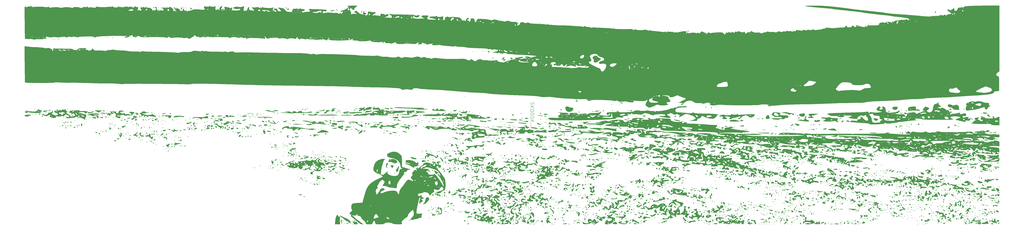
<source format=gbr>
%TF.GenerationSoftware,KiCad,Pcbnew,(6.0.7)*%
%TF.CreationDate,2023-01-10T10:05:44+01:00*%
%TF.ProjectId,skoosk switchplate 8 screwholes,736b6f6f-736b-4207-9377-69746368706c,rev?*%
%TF.SameCoordinates,Original*%
%TF.FileFunction,Legend,Top*%
%TF.FilePolarity,Positive*%
%FSLAX46Y46*%
G04 Gerber Fmt 4.6, Leading zero omitted, Abs format (unit mm)*
G04 Created by KiCad (PCBNEW (6.0.7)) date 2023-01-10 10:05:44*
%MOMM*%
%LPD*%
G01*
G04 APERTURE LIST*
%ADD10C,0.150000*%
G04 APERTURE END LIST*
D10*
X3952976Y-22955952D02*
X3857738Y-23241666D01*
X3857738Y-23717857D01*
X3952976Y-23908333D01*
X4048214Y-24003571D01*
X4238690Y-24098809D01*
X4429166Y-24098809D01*
X4619642Y-24003571D01*
X4714880Y-23908333D01*
X4810119Y-23717857D01*
X4905357Y-23336904D01*
X5000595Y-23146428D01*
X5095833Y-23051190D01*
X5286309Y-22955952D01*
X5476785Y-22955952D01*
X5667261Y-23051190D01*
X5762500Y-23146428D01*
X5857738Y-23336904D01*
X5857738Y-23813095D01*
X5762500Y-24098809D01*
X3857738Y-24955952D02*
X5857738Y-24955952D01*
X3857738Y-26098809D02*
X5000595Y-25241666D01*
X5857738Y-26098809D02*
X4714880Y-24955952D01*
X5857738Y-27336904D02*
X5857738Y-27717857D01*
X5762500Y-27908333D01*
X5572023Y-28098809D01*
X5191071Y-28194047D01*
X4524404Y-28194047D01*
X4143452Y-28098809D01*
X3952976Y-27908333D01*
X3857738Y-27717857D01*
X3857738Y-27336904D01*
X3952976Y-27146428D01*
X4143452Y-26955952D01*
X4524404Y-26860714D01*
X5191071Y-26860714D01*
X5572023Y-26955952D01*
X5762500Y-27146428D01*
X5857738Y-27336904D01*
X5857738Y-29432142D02*
X5857738Y-29813095D01*
X5762500Y-30003571D01*
X5572023Y-30194047D01*
X5191071Y-30289285D01*
X4524404Y-30289285D01*
X4143452Y-30194047D01*
X3952976Y-30003571D01*
X3857738Y-29813095D01*
X3857738Y-29432142D01*
X3952976Y-29241666D01*
X4143452Y-29051190D01*
X4524404Y-28955952D01*
X5191071Y-28955952D01*
X5572023Y-29051190D01*
X5762500Y-29241666D01*
X5857738Y-29432142D01*
X3952976Y-31051190D02*
X3857738Y-31336904D01*
X3857738Y-31813095D01*
X3952976Y-32003571D01*
X4048214Y-32098809D01*
X4238690Y-32194047D01*
X4429166Y-32194047D01*
X4619642Y-32098809D01*
X4714880Y-32003571D01*
X4810119Y-31813095D01*
X4905357Y-31432142D01*
X5000595Y-31241666D01*
X5095833Y-31146428D01*
X5286309Y-31051190D01*
X5476785Y-31051190D01*
X5667261Y-31146428D01*
X5762500Y-31241666D01*
X5857738Y-31432142D01*
X5857738Y-31908333D01*
X5762499Y-32194047D01*
X3857738Y-33051190D02*
X5857738Y-33051190D01*
X3857738Y-34194047D02*
X5000595Y-33336904D01*
X5857738Y-34194047D02*
X4714880Y-33051190D01*
%TO.C,G\u002A\u002A\u002A*%
G36*
X109241088Y-85673032D02*
G01*
X109205889Y-85661500D01*
X108635303Y-85328734D01*
X108500333Y-85070818D01*
X108757912Y-84855250D01*
X109029500Y-84907130D01*
X109483756Y-84914463D01*
X109558666Y-84768484D01*
X109282815Y-84445982D01*
X109147092Y-84426778D01*
X108895774Y-84298128D01*
X108944118Y-84218179D01*
X109408464Y-84141482D01*
X109848623Y-84230451D01*
X110363593Y-84627427D01*
X110352760Y-85184641D01*
X110285319Y-85690103D01*
X110596520Y-85675165D01*
X110894971Y-85525147D01*
X111807408Y-85203557D01*
X112357696Y-85132334D01*
X112943424Y-84988823D01*
X113086444Y-84779556D01*
X112800709Y-84466579D01*
X112557278Y-84426778D01*
X112108553Y-84250687D01*
X112044078Y-83613226D01*
X112058242Y-83496081D01*
X111832077Y-83136452D01*
X111617269Y-82972316D01*
X111375373Y-82730972D01*
X111751115Y-82668291D01*
X112382643Y-82946119D01*
X112738954Y-83378326D01*
X113179709Y-83821881D01*
X113592145Y-83807315D01*
X113719041Y-83386200D01*
X113664679Y-83192716D01*
X113815075Y-82777373D01*
X114328510Y-82575143D01*
X115096045Y-82634264D01*
X115361825Y-82920430D01*
X115546406Y-83722373D01*
X115307276Y-84010613D01*
X115059868Y-83959146D01*
X114554811Y-84030112D01*
X113994148Y-84407278D01*
X113618530Y-84879975D01*
X113632849Y-85208369D01*
X113477709Y-85438797D01*
X112841022Y-85746124D01*
X112725214Y-85787974D01*
X112043532Y-86139996D01*
X111828834Y-86494784D01*
X111846081Y-86534318D01*
X111736421Y-86785285D01*
X111153720Y-86900658D01*
X110315127Y-86891294D01*
X109437791Y-86768049D01*
X108738861Y-86541777D01*
X108500333Y-86367056D01*
X108264200Y-85928706D01*
X108457137Y-85837889D01*
X108833733Y-86081886D01*
X108853111Y-86190667D01*
X109138846Y-86503644D01*
X109382278Y-86543445D01*
X109859603Y-86377269D01*
X109857872Y-86367056D01*
X110969778Y-86367056D01*
X111146166Y-86543445D01*
X111322555Y-86367056D01*
X111146166Y-86190667D01*
X110969778Y-86367056D01*
X109857872Y-86367056D01*
X109798648Y-86017668D01*
X109241088Y-85673032D01*
G37*
G36*
X-242983926Y-39741593D02*
G01*
X-243032352Y-39951319D01*
X-243219111Y-39976778D01*
X-243509487Y-39847702D01*
X-243454297Y-39741593D01*
X-243035632Y-39699372D01*
X-242983926Y-39741593D01*
G37*
G36*
X184966851Y-33295934D02*
G01*
X184954324Y-33650536D01*
X184637687Y-34225692D01*
X184272483Y-34332334D01*
X183740123Y-34286682D01*
X183642000Y-34234347D01*
X183875838Y-33960414D01*
X184323841Y-33552549D01*
X184820655Y-33172237D01*
X184966851Y-33295934D01*
G37*
G36*
X42077104Y4290500D02*
G01*
X42490954Y3856168D01*
X43247564Y3196787D01*
X43853805Y2899519D01*
X44452007Y2648414D01*
X44547009Y2324791D01*
X44105825Y1819512D01*
X43343169Y1210027D01*
X42404622Y557004D01*
X41723809Y310411D01*
X41032770Y406091D01*
X40614027Y556606D01*
X40183398Y837445D01*
X40368612Y1093645D01*
X40601493Y1438614D01*
X40360189Y2037816D01*
X40257002Y2200421D01*
X39802477Y3018708D01*
X39863231Y3523213D01*
X40507628Y3944761D01*
X40815259Y4085258D01*
X41603316Y4375470D01*
X42077104Y4290500D01*
G37*
G36*
X36768852Y-86308260D02*
G01*
X36811072Y-86726924D01*
X36768852Y-86778630D01*
X36559126Y-86730204D01*
X36533666Y-86543445D01*
X36662742Y-86253069D01*
X36768852Y-86308260D01*
G37*
G36*
X-108105222Y-36625389D02*
G01*
X-108281611Y-36801778D01*
X-108458000Y-36625389D01*
X-108281611Y-36449001D01*
X-108105222Y-36625389D01*
G37*
G36*
X174822555Y-69080945D02*
G01*
X174646166Y-69257334D01*
X174469777Y-69080945D01*
X174646166Y-68904556D01*
X174822555Y-69080945D01*
G37*
G36*
X-199107510Y-30610831D02*
G01*
X-197980298Y-30707219D01*
X-197073546Y-30855438D01*
X-196565212Y-31041765D01*
X-196546897Y-31192897D01*
X-197075485Y-31327584D01*
X-197901394Y-31215165D01*
X-198969362Y-31086332D01*
X-199827445Y-31183412D01*
X-200703311Y-31362414D01*
X-201683170Y-31460538D01*
X-202522641Y-31466886D01*
X-202977344Y-31370562D01*
X-203002445Y-31324991D01*
X-202712089Y-31082497D01*
X-202032306Y-30769884D01*
X-201311473Y-30628440D01*
X-200277221Y-30579996D01*
X-199107510Y-30610831D01*
G37*
G36*
X257901722Y-91354760D02*
G01*
X258365251Y-91585011D01*
X258430889Y-91658723D01*
X258156200Y-91852517D01*
X257901722Y-91962685D01*
X257446196Y-91910221D01*
X257372555Y-91658723D01*
X257609746Y-91313278D01*
X257901722Y-91354760D01*
G37*
G36*
X261387524Y-77211565D02*
G01*
X261733462Y-77547612D01*
X261854003Y-78027852D01*
X261590050Y-77919397D01*
X261411861Y-77758243D01*
X260804959Y-77412162D01*
X260371166Y-77269999D01*
X259999583Y-77144235D01*
X260285312Y-77077166D01*
X260598006Y-77059368D01*
X261387524Y-77211565D01*
G37*
G36*
X123904963Y-68669371D02*
G01*
X123856537Y-68879097D01*
X123669777Y-68904556D01*
X123379401Y-68775480D01*
X123434592Y-68669371D01*
X123853257Y-68627150D01*
X123904963Y-68669371D01*
G37*
G36*
X1138296Y-54911038D02*
G01*
X1089870Y-55120764D01*
X903111Y-55146223D01*
X612735Y-55017147D01*
X667926Y-54911038D01*
X1086590Y-54868817D01*
X1138296Y-54911038D01*
G37*
G36*
X-44347989Y-77510864D02*
G01*
X-44453201Y-77671206D01*
X-44811010Y-77696150D01*
X-45187435Y-77609994D01*
X-45024146Y-77483013D01*
X-44472797Y-77440957D01*
X-44347989Y-77510864D01*
G37*
G36*
X-36256148Y-65141593D02*
G01*
X-36304574Y-65351319D01*
X-36491334Y-65376778D01*
X-36781710Y-65247702D01*
X-36726519Y-65141593D01*
X-36307854Y-65099372D01*
X-36256148Y-65141593D01*
G37*
G36*
X-33589600Y-72885634D02*
G01*
X-33665662Y-72992538D01*
X-33845500Y-73043233D01*
X-34551415Y-73370911D01*
X-34810237Y-73619672D01*
X-35032904Y-73765264D01*
X-35080223Y-73490667D01*
X-35187230Y-73191160D01*
X-35350208Y-73354321D01*
X-35854822Y-73573643D01*
X-36296053Y-73501784D01*
X-36729863Y-73304334D01*
X-36547699Y-73149761D01*
X-36119664Y-73025586D01*
X-35099161Y-72863557D01*
X-34198278Y-72830851D01*
X-33589600Y-72885634D01*
G37*
G36*
X273835518Y-66552704D02*
G01*
X273787093Y-66762430D01*
X273600333Y-66787889D01*
X273309957Y-66658814D01*
X273365148Y-66552704D01*
X273783813Y-66510484D01*
X273835518Y-66552704D01*
G37*
G36*
X189635177Y-79055275D02*
G01*
X189639222Y-79135112D01*
X189368023Y-79474333D01*
X189265624Y-79487889D01*
X189054933Y-79271764D01*
X189110055Y-79135112D01*
X189427064Y-78798567D01*
X189483653Y-78782334D01*
X189635177Y-79055275D01*
G37*
G36*
X64613976Y-46823488D02*
G01*
X64755889Y-47032334D01*
X64471662Y-47348747D01*
X64247542Y-47385112D01*
X63646921Y-47170111D01*
X63521166Y-47032334D01*
X63629182Y-46754666D01*
X64029513Y-46679556D01*
X64613976Y-46823488D01*
G37*
G36*
X-240188778Y-37289934D02*
G01*
X-240072304Y-37391572D01*
X-239373452Y-37645164D01*
X-239030985Y-37596336D01*
X-238704356Y-37536893D01*
X-238854250Y-37828327D01*
X-239128649Y-38153071D01*
X-239693498Y-38731975D01*
X-239987237Y-38912207D01*
X-239911764Y-38640361D01*
X-239858172Y-38550214D01*
X-239861260Y-38005788D01*
X-240084921Y-37580075D01*
X-240360942Y-37184803D01*
X-240188778Y-37289934D01*
G37*
G36*
X60757740Y-87013815D02*
G01*
X60709315Y-87223541D01*
X60522555Y-87249000D01*
X60232179Y-87119925D01*
X60287370Y-87013815D01*
X60706035Y-86971595D01*
X60757740Y-87013815D01*
G37*
G36*
X18189222Y-82486500D02*
G01*
X18012833Y-82662889D01*
X17836444Y-82486500D01*
X18012833Y-82310112D01*
X18189222Y-82486500D01*
G37*
G36*
X25244778Y-42269834D02*
G01*
X25068389Y-42446223D01*
X24892000Y-42269834D01*
X25068389Y-42093445D01*
X25244778Y-42269834D01*
G37*
G36*
X109441074Y-72197149D02*
G01*
X109483294Y-72615813D01*
X109441074Y-72667519D01*
X109231348Y-72619093D01*
X109205889Y-72432334D01*
X109334964Y-72141958D01*
X109441074Y-72197149D01*
G37*
G36*
X20931139Y-58094099D02*
G01*
X20739822Y-58516455D01*
X20401602Y-58893050D01*
X20133122Y-58679861D01*
X20138586Y-58144783D01*
X20338670Y-57948185D01*
X20863809Y-57763165D01*
X20931139Y-58094099D01*
G37*
G36*
X155772555Y-92220916D02*
G01*
X155476795Y-92480804D01*
X155067000Y-92540667D01*
X154492741Y-92483761D01*
X154361444Y-92405423D01*
X154652320Y-92220112D01*
X155067000Y-92085672D01*
X155629532Y-92065888D01*
X155772555Y-92220916D01*
G37*
G36*
X-263790902Y-36324099D02*
G01*
X-263856611Y-36449001D01*
X-264189004Y-36785904D01*
X-264251029Y-36801778D01*
X-264275098Y-36573902D01*
X-264209389Y-36449001D01*
X-263876997Y-36112097D01*
X-263814972Y-36096223D01*
X-263790902Y-36324099D01*
G37*
G36*
X-45310778Y-56028167D02*
G01*
X-45487167Y-56204556D01*
X-45663556Y-56028167D01*
X-45487167Y-55851778D01*
X-45310778Y-56028167D01*
G37*
G36*
X-119918117Y-65131214D02*
G01*
X-119675624Y-65317730D01*
X-118801916Y-65611528D01*
X-118308529Y-65544519D01*
X-117772407Y-65463665D01*
X-117783253Y-65691762D01*
X-118315943Y-66047914D01*
X-118553807Y-66082334D01*
X-118907558Y-66251731D01*
X-118874467Y-66419704D01*
X-118415541Y-66611891D01*
X-118148091Y-66558350D01*
X-117700967Y-66560422D01*
X-117630222Y-66709001D01*
X-117937002Y-67052711D01*
X-118675280Y-67336335D01*
X-119571965Y-67462879D01*
X-119746889Y-67460777D01*
X-120049619Y-67386569D01*
X-119820359Y-67254899D01*
X-119548561Y-66976403D01*
X-119775361Y-66577194D01*
X-120003768Y-66173576D01*
X-119746889Y-66082334D01*
X-119506497Y-65951830D01*
X-119782286Y-65477247D01*
X-119791888Y-65464973D01*
X-120096578Y-65047450D01*
X-119918117Y-65131214D01*
G37*
G36*
X-31060868Y-78685947D02*
G01*
X-30846907Y-79152871D01*
X-30846889Y-79156165D01*
X-31117193Y-79490789D01*
X-31651920Y-79670689D01*
X-32033286Y-79560677D01*
X-31958041Y-79163966D01*
X-31560216Y-78767503D01*
X-31138847Y-78640281D01*
X-31060868Y-78685947D01*
G37*
G36*
X53360334Y-85799296D02*
G01*
X53714987Y-86090756D01*
X53621714Y-86179940D01*
X53110261Y-86408896D01*
X52506875Y-86880443D01*
X51949232Y-87314286D01*
X51658357Y-87238634D01*
X51570996Y-87060778D01*
X51271490Y-86740216D01*
X50641681Y-86834452D01*
X50432049Y-86910039D01*
X49693221Y-87111300D01*
X49302333Y-87082482D01*
X49390877Y-86911928D01*
X49548468Y-86896223D01*
X49822865Y-86702117D01*
X49777898Y-86567821D01*
X49822139Y-86114738D01*
X49933467Y-86017835D01*
X50263502Y-86021733D01*
X50292000Y-86136820D01*
X50566001Y-86316820D01*
X51206461Y-86248375D01*
X51941060Y-85982660D01*
X52302001Y-85759071D01*
X52979069Y-85642456D01*
X53360334Y-85799296D01*
G37*
G36*
X48410518Y-78194371D02*
G01*
X48362093Y-78404097D01*
X48175333Y-78429556D01*
X47884957Y-78300480D01*
X47940148Y-78194371D01*
X48358813Y-78152150D01*
X48410518Y-78194371D01*
G37*
G36*
X-264033000Y-26747612D02*
G01*
X-264209389Y-26924000D01*
X-264385778Y-26747612D01*
X-264209389Y-26571223D01*
X-264033000Y-26747612D01*
G37*
G36*
X34417000Y-66964278D02*
G01*
X34240611Y-67140667D01*
X34064222Y-66964278D01*
X34240611Y-66787889D01*
X34417000Y-66964278D01*
G37*
G36*
X128491074Y-88777704D02*
G01*
X128442648Y-88987430D01*
X128255889Y-89012889D01*
X127965513Y-88883814D01*
X128020703Y-88777704D01*
X128439368Y-88735484D01*
X128491074Y-88777704D01*
G37*
G36*
X-4478868Y-84557983D02*
G01*
X-4388556Y-84768484D01*
X-4647145Y-84962588D01*
X-4917722Y-84907130D01*
X-5370790Y-84922651D01*
X-5446889Y-85094591D01*
X-5686227Y-85467103D01*
X-5788595Y-85485112D01*
X-5982699Y-85226523D01*
X-5927241Y-84955945D01*
X-5535619Y-84574315D01*
X-4946649Y-84428725D01*
X-4478868Y-84557983D01*
G37*
G36*
X-121510778Y-59555945D02*
G01*
X-121174234Y-59872954D01*
X-121158000Y-59929543D01*
X-121430941Y-60081067D01*
X-121510778Y-60085112D01*
X-121849999Y-59813913D01*
X-121863556Y-59711514D01*
X-121647431Y-59500822D01*
X-121510778Y-59555945D01*
G37*
G36*
X62286444Y-91140628D02*
G01*
X62000541Y-91443839D01*
X61757278Y-91482334D01*
X61286598Y-91406857D01*
X61228111Y-91343688D01*
X61503968Y-91116215D01*
X61757278Y-91001982D01*
X62211534Y-90994650D01*
X62286444Y-91140628D01*
G37*
G36*
X-203123711Y-32784570D02*
G01*
X-203178834Y-32921223D01*
X-203495842Y-33257767D01*
X-203552431Y-33274000D01*
X-203703956Y-33001059D01*
X-203708000Y-32921223D01*
X-203436802Y-32582002D01*
X-203334403Y-32568445D01*
X-203123711Y-32784570D01*
G37*
G36*
X76637049Y-84935933D02*
G01*
X76397555Y-85132334D01*
X76059885Y-85406933D01*
X76359450Y-85478435D01*
X76441653Y-85479710D01*
X76910910Y-85784256D01*
X77014916Y-86367056D01*
X76909162Y-87030258D01*
X76706236Y-87249000D01*
X76409143Y-86976636D01*
X76397555Y-86875403D01*
X76185101Y-86657007D01*
X76070176Y-86704137D01*
X75728530Y-86582590D01*
X75503258Y-86151747D01*
X75546520Y-85355313D01*
X76130078Y-84861255D01*
X76573944Y-84790360D01*
X76637049Y-84935933D01*
G37*
G36*
X-240139655Y-31296975D02*
G01*
X-240244867Y-31457317D01*
X-240602676Y-31482261D01*
X-240979102Y-31396105D01*
X-240815813Y-31269124D01*
X-240264464Y-31227068D01*
X-240139655Y-31296975D01*
G37*
G36*
X-27375975Y-86343180D02*
G01*
X-27158141Y-86703217D01*
X-27572903Y-87124524D01*
X-27850016Y-87249661D01*
X-28779148Y-87549335D01*
X-29197874Y-87497039D01*
X-29224235Y-87061526D01*
X-29185217Y-86896223D01*
X-28712301Y-86302276D01*
X-28180731Y-86190667D01*
X-27375975Y-86343180D01*
G37*
G36*
X-219935778Y-41211501D02*
G01*
X-220112167Y-41387889D01*
X-220288556Y-41211501D01*
X-220112167Y-41035112D01*
X-219935778Y-41211501D01*
G37*
G36*
X-165020037Y-29863815D02*
G01*
X-165068463Y-30073541D01*
X-165255223Y-30099000D01*
X-165545599Y-29969925D01*
X-165490408Y-29863815D01*
X-165071743Y-29821595D01*
X-165020037Y-29863815D01*
G37*
G36*
X-119746889Y-53911501D02*
G01*
X-119923278Y-54087889D01*
X-120099667Y-53911501D01*
X-119923278Y-53735112D01*
X-119746889Y-53911501D01*
G37*
G36*
X-172933926Y-31401114D02*
G01*
X-172587478Y-31607673D01*
X-172806987Y-31714223D01*
X-173573146Y-31758840D01*
X-174382453Y-31751148D01*
X-174566294Y-31640194D01*
X-174288772Y-31439518D01*
X-173343361Y-31280579D01*
X-172933926Y-31401114D01*
G37*
G36*
X246436444Y-75078167D02*
G01*
X246260055Y-75254556D01*
X246083666Y-75078167D01*
X246260055Y-74901778D01*
X246436444Y-75078167D01*
G37*
G36*
X183289222Y-81428167D02*
G01*
X183112833Y-81604556D01*
X182936444Y-81428167D01*
X183112833Y-81251778D01*
X183289222Y-81428167D01*
G37*
G36*
X77547672Y-70770333D02*
G01*
X77621058Y-70865602D01*
X78025320Y-71263450D01*
X78150225Y-71066221D01*
X78260227Y-70764971D01*
X78671499Y-71005427D01*
X78690611Y-71021223D01*
X79133470Y-71519454D01*
X79219778Y-71748049D01*
X78943459Y-71961706D01*
X78325178Y-71950540D01*
X77680951Y-71744435D01*
X77451004Y-71580782D01*
X77128981Y-70931252D01*
X77103111Y-70706852D01*
X77201183Y-70442609D01*
X77547672Y-70770333D01*
G37*
G36*
X163122401Y-75330033D02*
G01*
X163180889Y-75393202D01*
X162905032Y-75620675D01*
X162651722Y-75734908D01*
X162197465Y-75742240D01*
X162122555Y-75596262D01*
X162408459Y-75293051D01*
X162651722Y-75254556D01*
X163122401Y-75330033D01*
G37*
G36*
X-117277445Y-38036501D02*
G01*
X-117453834Y-38212889D01*
X-117630222Y-38036501D01*
X-117453834Y-37860112D01*
X-117277445Y-38036501D01*
G37*
G36*
X220683666Y-82486500D02*
G01*
X220507277Y-82662889D01*
X220330889Y-82486500D01*
X220507277Y-82310112D01*
X220683666Y-82486500D01*
G37*
G36*
X-120690950Y-61267086D02*
G01*
X-120456338Y-61186307D01*
X-120049216Y-61168240D01*
X-119278418Y-60963307D01*
X-118906729Y-60595956D01*
X-118882074Y-60231792D01*
X-119045374Y-60263998D01*
X-119367536Y-60232169D01*
X-119394111Y-60105931D01*
X-119689382Y-59802465D01*
X-120099667Y-59732334D01*
X-120653601Y-59622564D01*
X-120763446Y-59467751D01*
X-120782405Y-59203167D01*
X-120099667Y-59203167D01*
X-119923278Y-59379556D01*
X-119746889Y-59203167D01*
X-119923278Y-59026778D01*
X-120099667Y-59203167D01*
X-120782405Y-59203167D01*
X-120807684Y-58850389D01*
X-117277445Y-58850389D01*
X-117101056Y-59026778D01*
X-116924667Y-58850389D01*
X-117101056Y-58674001D01*
X-117277445Y-58850389D01*
X-120807684Y-58850389D01*
X-120823089Y-58635403D01*
X-120929309Y-58569124D01*
X-120232179Y-58569124D01*
X-119746889Y-58618299D01*
X-119246075Y-58562859D01*
X-119305917Y-58440363D01*
X-120028175Y-58393768D01*
X-120187861Y-58440363D01*
X-120232179Y-58569124D01*
X-120929309Y-58569124D01*
X-121324658Y-58322436D01*
X-121372132Y-58321223D01*
X-121773629Y-58102215D01*
X-121742876Y-57810022D01*
X-121743745Y-57792056D01*
X-120805222Y-57792056D01*
X-120628834Y-57968445D01*
X-120452445Y-57792056D01*
X-120628834Y-57615667D01*
X-120805222Y-57792056D01*
X-121743745Y-57792056D01*
X-121760282Y-57450124D01*
X-122035636Y-57486440D01*
X-122360509Y-57870608D01*
X-122193710Y-58386423D01*
X-121629092Y-58771866D01*
X-121568936Y-58789384D01*
X-121377703Y-58913406D01*
X-121857003Y-58985391D01*
X-121866891Y-58985856D01*
X-122790635Y-59356248D01*
X-123504106Y-60272982D01*
X-123818802Y-61221169D01*
X-123797533Y-61729275D01*
X-123328374Y-61758852D01*
X-123210863Y-61730098D01*
X-122728537Y-61673155D01*
X-122835560Y-61903782D01*
X-123331953Y-62088077D01*
X-123961744Y-62022723D01*
X-124438102Y-61782614D01*
X-124493692Y-61470824D01*
X-124407076Y-61186792D01*
X-124748994Y-61245419D01*
X-125589601Y-61665793D01*
X-125954935Y-61868341D01*
X-126748779Y-62282927D01*
X-127068061Y-62334455D01*
X-127032934Y-62039504D01*
X-127023999Y-62015877D01*
X-126832801Y-61444399D01*
X-126802445Y-61290981D01*
X-126500251Y-61178973D01*
X-125941320Y-61143445D01*
X-125192785Y-61011151D01*
X-124858610Y-60784913D01*
X-124459110Y-60566569D01*
X-124345590Y-60606498D01*
X-124016609Y-60517917D01*
X-123799671Y-60075195D01*
X-123854219Y-59628150D01*
X-123883876Y-59593495D01*
X-124287419Y-59604342D01*
X-124565125Y-59778590D01*
X-124925061Y-59939659D01*
X-125036901Y-59506307D01*
X-125038556Y-59379556D01*
X-125104289Y-58836253D01*
X-125411002Y-58905661D01*
X-125616767Y-59067482D01*
X-126420448Y-59410293D01*
X-127016705Y-59439673D01*
X-127947485Y-59521012D01*
X-128466966Y-59735188D01*
X-128891767Y-60026899D01*
X-128719387Y-60019320D01*
X-128478139Y-59946431D01*
X-127968307Y-59964689D01*
X-127916931Y-60385961D01*
X-128329490Y-61072319D01*
X-128428888Y-61186477D01*
X-128897369Y-61596907D01*
X-129358379Y-61548980D01*
X-129849019Y-61255967D01*
X-130471238Y-60627509D01*
X-130498786Y-59950434D01*
X-130372373Y-59430167D01*
X-130493284Y-59538803D01*
X-130718183Y-59908723D01*
X-131059357Y-60477633D01*
X-131176000Y-60669473D01*
X-131512368Y-60748180D01*
X-132330986Y-60888077D01*
X-132938092Y-60981644D01*
X-133976134Y-61096076D01*
X-134421572Y-61026474D01*
X-134407839Y-60824116D01*
X-134410125Y-60614278D01*
X-133858000Y-60614278D01*
X-133681611Y-60790667D01*
X-133505222Y-60614278D01*
X-133681611Y-60437889D01*
X-133858000Y-60614278D01*
X-134410125Y-60614278D01*
X-134410684Y-60563007D01*
X-134986264Y-60619580D01*
X-135063164Y-60638382D01*
X-135759818Y-60695546D01*
X-135974667Y-60499906D01*
X-136267782Y-60116461D01*
X-136726834Y-59893929D01*
X-137048700Y-59732334D01*
X-133152445Y-59732334D01*
X-132899246Y-60075014D01*
X-132820487Y-60085112D01*
X-132342707Y-59828678D01*
X-132270500Y-59732334D01*
X-132350475Y-59430321D01*
X-132602458Y-59379556D01*
X-133085134Y-59563741D01*
X-133152445Y-59732334D01*
X-137048700Y-59732334D01*
X-137209557Y-59651575D01*
X-137041206Y-59385103D01*
X-137010426Y-59365604D01*
X-136336893Y-59273331D01*
X-135925399Y-59405923D01*
X-135477735Y-59546437D01*
X-135423173Y-59160863D01*
X-135454355Y-58980797D01*
X-135483622Y-58890125D01*
X-134442289Y-58890125D01*
X-134387167Y-59026778D01*
X-134070158Y-59363323D01*
X-134013569Y-59379556D01*
X-133862045Y-59106615D01*
X-133858000Y-59026778D01*
X-134129199Y-58687557D01*
X-134231598Y-58674001D01*
X-131035778Y-58674001D01*
X-130750043Y-58986978D01*
X-130506611Y-59026778D01*
X-130037146Y-58836288D01*
X-129977445Y-58674001D01*
X-130192159Y-58438815D01*
X-129154297Y-58438815D01*
X-129105871Y-58648541D01*
X-128919111Y-58674001D01*
X-128871079Y-58652650D01*
X-126965638Y-58652650D01*
X-126849929Y-58893716D01*
X-126457292Y-58930355D01*
X-125878755Y-58770972D01*
X-125744111Y-58598928D01*
X-126004160Y-58350751D01*
X-126535090Y-58372773D01*
X-126963073Y-58648552D01*
X-126965638Y-58652650D01*
X-128871079Y-58652650D01*
X-128628735Y-58544925D01*
X-128683926Y-58438815D01*
X-129102591Y-58396595D01*
X-129154297Y-58438815D01*
X-130192159Y-58438815D01*
X-130263180Y-58361023D01*
X-130506611Y-58321223D01*
X-130976077Y-58511713D01*
X-131035778Y-58674001D01*
X-134231598Y-58674001D01*
X-134442289Y-58890125D01*
X-135483622Y-58890125D01*
X-135718614Y-58162095D01*
X-136050273Y-57986153D01*
X-136258432Y-58195697D01*
X-136792927Y-58629268D01*
X-137526167Y-58858590D01*
X-138130230Y-58802904D01*
X-138258854Y-58688351D01*
X-138152814Y-58406927D01*
X-137637663Y-58321223D01*
X-136758672Y-58066936D01*
X-136146543Y-57610680D01*
X-135422988Y-57119738D01*
X-134894317Y-57093488D01*
X-134181061Y-57021299D01*
X-133718784Y-56720499D01*
X-133289638Y-56347873D01*
X-133159210Y-56498390D01*
X-133152445Y-56708524D01*
X-133409250Y-57174347D01*
X-134220466Y-57346894D01*
X-135070931Y-57311178D01*
X-135546983Y-57306029D01*
X-135473592Y-57466467D01*
X-134808824Y-57851041D01*
X-134609178Y-57955856D01*
X-134045351Y-58179208D01*
X-134012637Y-58003641D01*
X-133957605Y-57671510D01*
X-133702431Y-57615667D01*
X-133220837Y-57859569D01*
X-133152445Y-58086038D01*
X-132869242Y-58503571D01*
X-132628879Y-58556408D01*
X-132299670Y-58437631D01*
X-132495686Y-58086038D01*
X-132674697Y-57704345D01*
X-132313696Y-57615667D01*
X-131817147Y-57793529D01*
X-131741334Y-57968445D01*
X-131470135Y-58307666D01*
X-131367736Y-58321223D01*
X-131155837Y-58105655D01*
X-131209670Y-57972486D01*
X-131152887Y-57772018D01*
X-130877712Y-57833840D01*
X-130412832Y-57841267D01*
X-130330222Y-57682809D01*
X-130459158Y-57480246D01*
X-129152015Y-57480246D01*
X-129095500Y-57615667D01*
X-128628171Y-57955274D01*
X-128524694Y-57968445D01*
X-128333430Y-57751088D01*
X-128389945Y-57615667D01*
X-127331611Y-57615667D01*
X-127315485Y-57941265D01*
X-127196862Y-57968445D01*
X-126698148Y-57711004D01*
X-126626056Y-57615667D01*
X-126642182Y-57290069D01*
X-126760805Y-57262889D01*
X-127259519Y-57520330D01*
X-127331611Y-57615667D01*
X-128389945Y-57615667D01*
X-128857274Y-57276060D01*
X-128960751Y-57262889D01*
X-129152015Y-57480246D01*
X-130459158Y-57480246D01*
X-130608528Y-57245581D01*
X-130771195Y-57160527D01*
X-130799998Y-57086501D01*
X-121158000Y-57086501D01*
X-120981611Y-57262889D01*
X-120805222Y-57086501D01*
X-120981611Y-56910112D01*
X-121158000Y-57086501D01*
X-130799998Y-57086501D01*
X-130815539Y-57046558D01*
X-130330222Y-57007849D01*
X-128844207Y-56972065D01*
X-127512825Y-56851705D01*
X-126520482Y-56670587D01*
X-126053559Y-56455528D01*
X-125601671Y-56346733D01*
X-125070095Y-56540455D01*
X-124107601Y-56756896D01*
X-123117483Y-56558271D01*
X-122486319Y-56068814D01*
X-122260568Y-55890254D01*
X-122221736Y-56116362D01*
X-121966864Y-56505599D01*
X-121362988Y-56521099D01*
X-120629497Y-56207138D01*
X-120036640Y-55675389D01*
X-119280316Y-55035335D01*
X-118574757Y-54841487D01*
X-118039594Y-54887225D01*
X-118182401Y-54958966D01*
X-118604254Y-55042922D01*
X-119310452Y-55448239D01*
X-119930811Y-56220496D01*
X-119956309Y-56268431D01*
X-120229700Y-56911720D01*
X-120201154Y-57139752D01*
X-120150487Y-57117909D01*
X-119716209Y-57194303D01*
X-119442253Y-57517114D01*
X-119073535Y-57927393D01*
X-118874605Y-57919309D01*
X-118911161Y-57534424D01*
X-119191858Y-57162762D01*
X-119545238Y-56723429D01*
X-119355633Y-56488116D01*
X-119186297Y-56417701D01*
X-118828472Y-56067836D01*
X-118863405Y-55854270D01*
X-118893338Y-55540672D01*
X-118473416Y-55591586D01*
X-117983000Y-55851778D01*
X-117649254Y-56126035D01*
X-117958964Y-56197926D01*
X-118039980Y-56199154D01*
X-118481178Y-56424394D01*
X-118509727Y-56906160D01*
X-118179783Y-57371922D01*
X-117773282Y-57541208D01*
X-116470263Y-57781620D01*
X-115796832Y-58023754D01*
X-115677538Y-58296320D01*
X-115696337Y-58331565D01*
X-115646471Y-58648629D01*
X-115513556Y-58674001D01*
X-115274470Y-58881089D01*
X-115320666Y-59000079D01*
X-115213946Y-59341135D01*
X-114900514Y-59488323D01*
X-114564961Y-59616523D01*
X-114899862Y-59682234D01*
X-115051764Y-59691411D01*
X-115747480Y-59600874D01*
X-116013483Y-59426867D01*
X-116460514Y-59258563D01*
X-117125074Y-59297805D01*
X-117713004Y-59485116D01*
X-117645192Y-59725779D01*
X-117574466Y-59774259D01*
X-117334723Y-60030810D01*
X-117444134Y-60079710D01*
X-117448711Y-60249333D01*
X-116980409Y-60650210D01*
X-116973421Y-60655114D01*
X-116159628Y-61225116D01*
X-116983120Y-61654094D01*
X-117571812Y-62096134D01*
X-117733477Y-62450022D01*
X-117981646Y-62676572D01*
X-118691126Y-62770288D01*
X-119632248Y-62741009D01*
X-120575344Y-62598575D01*
X-121290746Y-62352825D01*
X-121384261Y-62293618D01*
X-121773136Y-61855990D01*
X-121758134Y-61625986D01*
X-121339274Y-61625557D01*
X-121005590Y-61829100D01*
X-120373152Y-62070213D01*
X-120050342Y-61994905D01*
X-119884120Y-61711952D01*
X-120108044Y-61576208D01*
X-119216047Y-61576208D01*
X-119051119Y-61842418D01*
X-119018759Y-61862952D01*
X-118353560Y-61949263D01*
X-117891037Y-61799783D01*
X-117451133Y-61423107D01*
X-117633682Y-60963100D01*
X-117650641Y-60942454D01*
X-118084365Y-60518739D01*
X-118290026Y-60475719D01*
X-118175086Y-60765268D01*
X-118296927Y-61106654D01*
X-118730045Y-61333002D01*
X-119216047Y-61576208D01*
X-120108044Y-61576208D01*
X-120299472Y-61460163D01*
X-120690950Y-61267086D01*
G37*
G36*
X87092946Y-86553424D02*
G01*
X87018632Y-86543445D01*
X86629535Y-86263804D01*
X86509972Y-86038865D01*
X86560605Y-85669845D01*
X87181611Y-85594334D01*
X87238026Y-85597893D01*
X87929960Y-85498145D01*
X88482921Y-84980044D01*
X88497354Y-84955945D01*
X89097555Y-84955945D01*
X89273944Y-85132334D01*
X89450333Y-84955945D01*
X89273944Y-84779556D01*
X89097555Y-84955945D01*
X88497354Y-84955945D01*
X88867107Y-84338584D01*
X89496624Y-83443071D01*
X90117735Y-83026958D01*
X90217977Y-83015667D01*
X90756339Y-82838385D01*
X90861444Y-82625146D01*
X90593530Y-82392296D01*
X90244083Y-82438840D01*
X89826225Y-82554617D01*
X90011095Y-82376259D01*
X90212623Y-82233649D01*
X90466107Y-81960811D01*
X90305582Y-81675097D01*
X89636843Y-81276214D01*
X89035604Y-80980539D01*
X88029737Y-80555621D01*
X87290931Y-80347645D01*
X87041530Y-80367989D01*
X87106987Y-80695158D01*
X87424800Y-80942989D01*
X87936648Y-81447906D01*
X88039222Y-81773938D01*
X88339089Y-82212324D01*
X88832972Y-82413922D01*
X89305717Y-82526087D01*
X89126509Y-82586012D01*
X88668995Y-82614847D01*
X87738073Y-82407293D01*
X87362650Y-82011491D01*
X86774732Y-81483268D01*
X85954410Y-81309693D01*
X85183700Y-81490126D01*
X84746294Y-82017411D01*
X84453019Y-82492295D01*
X84182411Y-82501176D01*
X83826676Y-82052606D01*
X84144402Y-81541249D01*
X84952416Y-81039584D01*
X85871055Y-80553082D01*
X86251419Y-80251286D01*
X86189457Y-80009756D01*
X85912339Y-79794628D01*
X85575316Y-79529448D01*
X85837687Y-79564560D01*
X85922555Y-79589018D01*
X86598608Y-79550243D01*
X87425510Y-79252151D01*
X88080612Y-78990465D01*
X88354829Y-79019916D01*
X88353872Y-79035971D01*
X88382292Y-79658460D01*
X88803663Y-80089198D01*
X89749416Y-80433982D01*
X90244083Y-80557558D01*
X91536455Y-80878011D01*
X92240912Y-81129252D01*
X92460129Y-81386616D01*
X92296781Y-81725439D01*
X92118378Y-81932791D01*
X91771719Y-82484330D01*
X91784246Y-82762543D01*
X91649531Y-82988063D01*
X91020611Y-83227860D01*
X91003119Y-83232291D01*
X89888568Y-83634609D01*
X89465752Y-84117280D01*
X89723800Y-84696233D01*
X89893529Y-84857976D01*
X90397086Y-85557576D01*
X90393386Y-86501860D01*
X90386655Y-86536142D01*
X90365619Y-87299338D01*
X90592277Y-87618577D01*
X90931052Y-87389444D01*
X91085871Y-87074638D01*
X91366213Y-86759570D01*
X93452155Y-86759570D01*
X93507278Y-86896223D01*
X93824286Y-87232767D01*
X93880875Y-87249000D01*
X94032400Y-86976059D01*
X94036444Y-86896223D01*
X93765245Y-86557002D01*
X93662847Y-86543445D01*
X93452155Y-86759570D01*
X91366213Y-86759570D01*
X91409595Y-86710814D01*
X91586265Y-86731741D01*
X91954170Y-86623625D01*
X92327629Y-86054034D01*
X92581722Y-85254878D01*
X92625333Y-84802748D01*
X92760922Y-84183392D01*
X93221599Y-84163318D01*
X93607420Y-84372190D01*
X93884977Y-84914334D01*
X93810758Y-85309978D01*
X93729862Y-85774052D01*
X94114465Y-85747730D01*
X94155950Y-85732144D01*
X94567887Y-85681948D01*
X94593938Y-86106781D01*
X94540077Y-86343192D01*
X94524325Y-87038401D01*
X95044691Y-87408063D01*
X95134804Y-87438093D01*
X95940177Y-87693709D01*
X95095346Y-88377811D01*
X94557166Y-88895804D01*
X94561776Y-89226216D01*
X94760841Y-89384777D01*
X95026541Y-89633930D01*
X94648885Y-89711483D01*
X94547972Y-89713043D01*
X93681440Y-89524180D01*
X93248325Y-89045202D01*
X93378096Y-88430831D01*
X93424710Y-88370674D01*
X93642685Y-88023014D01*
X93338315Y-88023380D01*
X93019496Y-88117810D01*
X92253300Y-88189599D01*
X91948301Y-88000708D01*
X91533425Y-87797723D01*
X90652727Y-87916278D01*
X90329144Y-88000440D01*
X89348673Y-88202311D01*
X88881845Y-88101382D01*
X88816068Y-87992040D01*
X88527302Y-87586802D01*
X88255440Y-87737427D01*
X88164218Y-88309669D01*
X88189365Y-88505864D01*
X88215621Y-89156626D01*
X87893146Y-89302220D01*
X87755292Y-89278663D01*
X87294691Y-88953085D01*
X87256496Y-88694282D01*
X87102910Y-88380141D01*
X86903718Y-88402980D01*
X86224574Y-88393844D01*
X85866260Y-88264324D01*
X85419175Y-88163901D01*
X85369512Y-88568325D01*
X85744048Y-89117964D01*
X86307752Y-89410445D01*
X86850779Y-89586374D01*
X86736129Y-89662629D01*
X86434083Y-89683280D01*
X85626807Y-89909901D01*
X85287555Y-90141778D01*
X84937993Y-90387213D01*
X84864222Y-90141778D01*
X84577047Y-89773939D01*
X84297312Y-89718445D01*
X83895082Y-89936032D01*
X83909599Y-90185425D01*
X83830871Y-90461757D01*
X83263937Y-90626249D01*
X82105845Y-90706748D01*
X81966946Y-90710884D01*
X80812528Y-90723249D01*
X80241888Y-90655209D01*
X80134726Y-90471961D01*
X80295046Y-90227205D01*
X80742144Y-89910242D01*
X80952526Y-89977572D01*
X81412199Y-90221009D01*
X82133997Y-90292205D01*
X82846148Y-90208991D01*
X83276878Y-89989197D01*
X83298232Y-89823677D01*
X83355339Y-89415839D01*
X83513486Y-89365667D01*
X83846624Y-89189278D01*
X84511444Y-89189278D01*
X84687833Y-89365667D01*
X84864222Y-89189278D01*
X84687833Y-89012889D01*
X84511444Y-89189278D01*
X83846624Y-89189278D01*
X84011100Y-89102192D01*
X84547866Y-88518856D01*
X84846257Y-87926292D01*
X84853002Y-87866362D01*
X84690992Y-87719371D01*
X86392926Y-87719371D01*
X86441351Y-87929097D01*
X86628111Y-87954556D01*
X86918487Y-87825480D01*
X86863296Y-87719371D01*
X86444631Y-87677150D01*
X86392926Y-87719371D01*
X84690992Y-87719371D01*
X84583525Y-87621866D01*
X84411999Y-87601778D01*
X84137511Y-87366593D01*
X85334592Y-87366593D01*
X85383018Y-87576319D01*
X85569778Y-87601778D01*
X85860154Y-87472702D01*
X85804963Y-87366593D01*
X85386298Y-87324372D01*
X85334592Y-87366593D01*
X84137511Y-87366593D01*
X84056202Y-87296926D01*
X83880774Y-86647220D01*
X83675406Y-85754520D01*
X83307227Y-85227703D01*
X82894183Y-85225419D01*
X82851846Y-85263228D01*
X82872451Y-85633874D01*
X83110550Y-85851669D01*
X83351230Y-86148207D01*
X82998062Y-86260612D01*
X82629117Y-86222362D01*
X82488404Y-86479550D01*
X82554554Y-87172726D01*
X82561576Y-87205335D01*
X82614674Y-88042090D01*
X82415431Y-88470958D01*
X82076695Y-88441616D01*
X82042000Y-88290410D01*
X81789982Y-88026967D01*
X81555821Y-88065634D01*
X80908065Y-88011950D01*
X80659186Y-87841743D01*
X80226326Y-87631594D01*
X79954740Y-87906974D01*
X79613351Y-88173853D01*
X79419035Y-87991559D01*
X79525013Y-87632902D01*
X80056295Y-87275880D01*
X80743437Y-87045133D01*
X81316992Y-87065302D01*
X81366048Y-87090908D01*
X81659137Y-87116180D01*
X81618481Y-86765076D01*
X81271793Y-86267153D01*
X81265889Y-86261223D01*
X80641413Y-85970177D01*
X79700405Y-85838545D01*
X79632230Y-85837889D01*
X78834526Y-85795829D01*
X78543453Y-85528478D01*
X78587067Y-84824082D01*
X78623501Y-84595599D01*
X78625847Y-84581140D01*
X80190647Y-84581140D01*
X80562216Y-84779556D01*
X80911455Y-84664841D01*
X80868318Y-84546615D01*
X80935951Y-84200113D01*
X81338688Y-83821056D01*
X81897555Y-83301243D01*
X82033948Y-82922644D01*
X81739415Y-82844232D01*
X81382828Y-82990843D01*
X80780407Y-83201630D01*
X80544846Y-83164809D01*
X80358437Y-83322563D01*
X80194604Y-83882777D01*
X80190647Y-84581140D01*
X78625847Y-84581140D01*
X78825097Y-83353308D01*
X77780475Y-83970381D01*
X76950579Y-84357790D01*
X76337516Y-84311749D01*
X76052911Y-84160950D01*
X75472292Y-83937686D01*
X75016276Y-84253699D01*
X74847540Y-84480317D01*
X74185763Y-85030846D01*
X73527607Y-85017636D01*
X72667733Y-85017790D01*
X72182579Y-85223662D01*
X71844272Y-85438493D01*
X71877866Y-85348264D01*
X71798569Y-84969529D01*
X71355032Y-84379815D01*
X70748182Y-83790512D01*
X70178946Y-83413010D01*
X69996042Y-83368445D01*
X69701571Y-83569739D01*
X69848487Y-84002481D01*
X70257150Y-84353661D01*
X70389792Y-84549525D01*
X69873549Y-84643157D01*
X69198817Y-84653637D01*
X68240395Y-84582067D01*
X67658816Y-84417426D01*
X67578111Y-84316407D01*
X67880382Y-84140374D01*
X68615618Y-84146930D01*
X68690903Y-84157244D01*
X69387844Y-84225948D01*
X69475927Y-84106733D01*
X69245360Y-83912302D01*
X68942965Y-83594271D01*
X69182343Y-83338104D01*
X69530359Y-83192056D01*
X70400333Y-83192056D01*
X70576722Y-83368445D01*
X70753111Y-83192056D01*
X70576722Y-83015667D01*
X70400333Y-83192056D01*
X69530359Y-83192056D01*
X69680645Y-83128987D01*
X70477972Y-82936074D01*
X71020984Y-83182947D01*
X71239402Y-83413969D01*
X71897909Y-83894402D01*
X72650152Y-84082555D01*
X73266988Y-83974119D01*
X73519276Y-83564783D01*
X73507872Y-83456639D01*
X73537733Y-83368445D01*
X74104500Y-83368445D01*
X74539289Y-83707471D01*
X74633666Y-83721223D01*
X75090525Y-83465816D01*
X75162833Y-83368445D01*
X76397555Y-83368445D01*
X76526631Y-83658821D01*
X76632740Y-83603630D01*
X76674961Y-83184965D01*
X76632740Y-83133260D01*
X77220703Y-83133260D01*
X77269129Y-83342986D01*
X77455889Y-83368445D01*
X77746265Y-83239369D01*
X77691074Y-83133260D01*
X77272409Y-83091039D01*
X77220703Y-83133260D01*
X76632740Y-83133260D01*
X76423014Y-83181685D01*
X76397555Y-83368445D01*
X75162833Y-83368445D01*
X75052035Y-83093327D01*
X74633666Y-83015667D01*
X74132903Y-83148257D01*
X74104500Y-83368445D01*
X73537733Y-83368445D01*
X73726218Y-82811764D01*
X73766964Y-82780482D01*
X79337370Y-82780482D01*
X79385796Y-82990208D01*
X79572555Y-83015667D01*
X79862931Y-82886591D01*
X79807740Y-82780482D01*
X79389076Y-82738261D01*
X79337370Y-82780482D01*
X73766964Y-82780482D01*
X74149883Y-82486500D01*
X74986444Y-82486500D01*
X75162833Y-82662889D01*
X75339222Y-82486500D01*
X75162833Y-82310112D01*
X74986444Y-82486500D01*
X74149883Y-82486500D01*
X74452144Y-82254443D01*
X75257756Y-81889808D01*
X75840683Y-81921399D01*
X76296949Y-82166248D01*
X77358631Y-82619802D01*
X78140862Y-82481911D01*
X78296353Y-82310112D01*
X80278111Y-82310112D01*
X80398473Y-82653717D01*
X80433680Y-82662889D01*
X80734871Y-82415685D01*
X80807278Y-82310112D01*
X80779307Y-81985033D01*
X80651708Y-81957334D01*
X80292467Y-82213419D01*
X80278111Y-82310112D01*
X78296353Y-82310112D01*
X78408498Y-82186206D01*
X78896596Y-81814243D01*
X79710279Y-81547249D01*
X80607719Y-81418186D01*
X81347085Y-81460015D01*
X81686549Y-81705700D01*
X81689222Y-81739033D01*
X81973858Y-82287398D01*
X82218389Y-82437685D01*
X82644991Y-82836408D01*
X82721394Y-83363982D01*
X82429037Y-83703079D01*
X82293461Y-83721223D01*
X81911026Y-84019998D01*
X81781967Y-84483231D01*
X81563661Y-85209330D01*
X81316453Y-85497467D01*
X81122832Y-85831088D01*
X81258809Y-85966297D01*
X81744712Y-85925438D01*
X82201765Y-85357758D01*
X82454072Y-84603167D01*
X82581216Y-84144174D01*
X82813492Y-84188718D01*
X83275991Y-84691362D01*
X83815099Y-85162794D01*
X84372229Y-85457274D01*
X84750285Y-85505444D01*
X84752167Y-85237949D01*
X84731930Y-85203685D01*
X84727653Y-84781008D01*
X84952802Y-84289789D01*
X85238936Y-84045112D01*
X85330382Y-84084217D01*
X85622396Y-84633222D01*
X85762122Y-85299932D01*
X85702694Y-85772043D01*
X85593550Y-85837889D01*
X85231984Y-86092312D01*
X85217000Y-86190667D01*
X85502735Y-86503644D01*
X85746166Y-86543445D01*
X86215632Y-86733935D01*
X86275333Y-86896223D01*
X86561068Y-87209200D01*
X86804500Y-87249000D01*
X87273965Y-87058511D01*
X87319781Y-86933966D01*
X88392000Y-86933966D01*
X88623212Y-87227913D01*
X89272360Y-87010643D01*
X89440116Y-86910002D01*
X89783289Y-86537995D01*
X89755192Y-86377934D01*
X89286158Y-86310137D01*
X88697163Y-86545342D01*
X88392550Y-86918622D01*
X88392000Y-86933966D01*
X87319781Y-86933966D01*
X87333666Y-86896223D01*
X87092946Y-86553424D01*
G37*
G36*
X149422555Y-76842056D02*
G01*
X149246166Y-77018445D01*
X149069777Y-76842056D01*
X149246166Y-76665667D01*
X149422555Y-76842056D01*
G37*
G36*
X-32610778Y-72255945D02*
G01*
X-32787167Y-72432334D01*
X-32963556Y-72255945D01*
X-32787167Y-72079556D01*
X-32610778Y-72255945D01*
G37*
G36*
X45353111Y-56733723D02*
G01*
X45176722Y-56910112D01*
X45000333Y-56733723D01*
X45176722Y-56557334D01*
X45353111Y-56733723D01*
G37*
G36*
X-237927445Y-31333723D02*
G01*
X-238103834Y-31510112D01*
X-238280222Y-31333723D01*
X-238103834Y-31157334D01*
X-237927445Y-31333723D01*
G37*
G36*
X249141074Y-75019371D02*
G01*
X249092648Y-75229097D01*
X248905889Y-75254556D01*
X248615513Y-75125480D01*
X248670703Y-75019371D01*
X249089368Y-74977150D01*
X249141074Y-75019371D01*
G37*
G36*
X92358300Y-66202340D02*
G01*
X92625333Y-66435112D01*
X92558178Y-66750903D01*
X92537139Y-66752724D01*
X92175483Y-66631742D01*
X91567000Y-66435112D01*
X90685055Y-66152664D01*
X91655194Y-66117499D01*
X92358300Y-66202340D01*
G37*
G36*
X-9859109Y-82666930D02*
G01*
X-10236428Y-82959370D01*
X-10640782Y-83008447D01*
X-10738556Y-82877022D01*
X-10461836Y-82650453D01*
X-10191067Y-82528285D01*
X-9826903Y-82503630D01*
X-9859109Y-82666930D01*
G37*
G36*
X52996629Y-47502704D02*
G01*
X52948204Y-47712430D01*
X52761444Y-47737889D01*
X52471068Y-47608814D01*
X52526259Y-47502704D01*
X52944924Y-47460484D01*
X52996629Y-47502704D01*
G37*
G36*
X135218184Y-51101678D02*
G01*
X135058159Y-51131690D01*
X134533291Y-51033735D01*
X134446523Y-50940434D01*
X134601438Y-50691977D01*
X135183782Y-50475193D01*
X135915930Y-50348335D01*
X136520257Y-50369656D01*
X136699175Y-50467774D01*
X137340060Y-50815502D01*
X138204442Y-50742202D01*
X138838369Y-50384495D01*
X139581935Y-49998114D01*
X140640587Y-50029003D01*
X140748392Y-50048385D01*
X141569282Y-50166254D01*
X141860483Y-50050905D01*
X141777088Y-49639055D01*
X141773682Y-49630041D01*
X141631150Y-49185737D01*
X141810547Y-49264760D01*
X142147354Y-49589973D01*
X142861073Y-50075948D01*
X143362337Y-50212736D01*
X143752942Y-50269867D01*
X143489341Y-50511834D01*
X143428282Y-50550824D01*
X142794564Y-50684266D01*
X142580488Y-50561933D01*
X142015548Y-50444324D01*
X141584850Y-50601104D01*
X140806617Y-50762030D01*
X140435579Y-50567462D01*
X139925468Y-50378956D01*
X139754600Y-50506016D01*
X139856972Y-50865185D01*
X140357162Y-51197672D01*
X140963704Y-51326150D01*
X141077156Y-51310649D01*
X141259983Y-51503107D01*
X141224311Y-51695615D01*
X140886580Y-52088806D01*
X140386492Y-52269206D01*
X140014702Y-52176653D01*
X139976536Y-51953882D01*
X139746194Y-51606870D01*
X139072975Y-51380877D01*
X138385708Y-51361205D01*
X138307186Y-51611517D01*
X138327372Y-51646464D01*
X138292035Y-51906708D01*
X137673807Y-51945893D01*
X137299869Y-51909889D01*
X136468757Y-51880461D01*
X136035029Y-51997065D01*
X136017000Y-52042061D01*
X135730274Y-52292467D01*
X135487833Y-52324001D01*
X135019791Y-52056696D01*
X134958666Y-51824232D01*
X135118697Y-51275877D01*
X135135492Y-51259913D01*
X136902501Y-51259913D01*
X136979146Y-51566704D01*
X137230902Y-51618445D01*
X137714711Y-51536635D01*
X137780889Y-51462876D01*
X137522382Y-51133588D01*
X137057236Y-51126250D01*
X136902501Y-51259913D01*
X135135492Y-51259913D01*
X135223250Y-51176495D01*
X135218184Y-51101678D01*
G37*
G36*
X71453264Y-53678564D02*
G01*
X71707312Y-54230814D01*
X72252416Y-54813355D01*
X72715983Y-55296471D01*
X72596763Y-55447345D01*
X71943496Y-55248355D01*
X71546861Y-55068437D01*
X70897913Y-54670184D01*
X70830993Y-54235360D01*
X71105889Y-53735112D01*
X71383451Y-53422317D01*
X71453264Y-53678564D01*
G37*
G36*
X171526289Y-35606792D02*
G01*
X171471166Y-35743445D01*
X171154158Y-36079989D01*
X171097569Y-36096223D01*
X170946044Y-35823282D01*
X170942000Y-35743445D01*
X171213198Y-35404224D01*
X171315597Y-35390667D01*
X171526289Y-35606792D01*
G37*
G36*
X37117956Y-80056792D02*
G01*
X37062833Y-80193445D01*
X36745824Y-80529989D01*
X36689235Y-80546223D01*
X36537711Y-80273282D01*
X36533666Y-80193445D01*
X36804865Y-79854224D01*
X36907264Y-79840667D01*
X37117956Y-80056792D01*
G37*
G36*
X85217000Y-58850389D02*
G01*
X85040611Y-59026778D01*
X84864222Y-58850389D01*
X85040611Y-58674001D01*
X85217000Y-58850389D01*
G37*
G36*
X-193124667Y-33803167D02*
G01*
X-193301056Y-33979556D01*
X-193477445Y-33803167D01*
X-193301056Y-33626778D01*
X-193124667Y-33803167D01*
G37*
G36*
X-4456085Y-86843184D02*
G01*
X-4324727Y-87337195D01*
X-4005984Y-87973737D01*
X-3615972Y-88085504D01*
X-3003916Y-88292209D01*
X-2833465Y-88526476D01*
X-2927987Y-88951017D01*
X-3164905Y-89012889D01*
X-3625917Y-89278892D01*
X-3683000Y-89500911D01*
X-3977668Y-89979670D01*
X-4362162Y-90166538D01*
X-4855843Y-90170862D01*
X-4853585Y-89854905D01*
X-4479000Y-89412973D01*
X-4307617Y-89365667D01*
X-4141782Y-89177921D01*
X-4298019Y-88924695D01*
X-4604628Y-88315526D01*
X-4810669Y-87532945D01*
X-4867916Y-86851079D01*
X-4728141Y-86544055D01*
X-4716949Y-86543445D01*
X-4456085Y-86843184D01*
G37*
G36*
X172235518Y-58791593D02*
G01*
X172187093Y-59001319D01*
X172000333Y-59026778D01*
X171709957Y-58897702D01*
X171765148Y-58791593D01*
X172183813Y-58749372D01*
X172235518Y-58791593D01*
G37*
G36*
X19237304Y-68467456D02*
G01*
X19247555Y-68551778D01*
X18979100Y-68894305D01*
X18894778Y-68904556D01*
X18552251Y-68636101D01*
X18542000Y-68551778D01*
X18810455Y-68209252D01*
X18894778Y-68199001D01*
X19237304Y-68467456D01*
G37*
G36*
X-105353064Y-88922687D02*
G01*
X-105104934Y-89060622D01*
X-104215099Y-89539404D01*
X-103538008Y-89824316D01*
X-103439108Y-89848018D01*
X-102689982Y-90104814D01*
X-101860011Y-90591984D01*
X-101078141Y-91193940D01*
X-100473315Y-91795094D01*
X-100174475Y-92279858D01*
X-100310567Y-92532643D01*
X-100429316Y-92546069D01*
X-100620360Y-92663976D01*
X-100344111Y-92893445D01*
X-100065917Y-93175097D01*
X-100177515Y-93240821D01*
X-100658797Y-93001891D01*
X-101144201Y-92540667D01*
X-101767836Y-92005571D01*
X-102221075Y-91835112D01*
X-102722024Y-91612731D01*
X-103532040Y-91036996D01*
X-104253000Y-90428980D01*
X-105164724Y-89671791D01*
X-105919730Y-89159301D01*
X-106273959Y-89017869D01*
X-106572406Y-88825473D01*
X-106528674Y-88677832D01*
X-106121901Y-88622739D01*
X-105353064Y-88922687D01*
G37*
G36*
X-130414279Y-35353639D02*
G01*
X-130135155Y-35378408D01*
X-127331611Y-35644759D01*
X-130859389Y-35671741D01*
X-132422663Y-35659162D01*
X-133407265Y-35596417D01*
X-133764528Y-35488129D01*
X-133662933Y-35405390D01*
X-132976534Y-35297988D01*
X-131817754Y-35280158D01*
X-130414279Y-35353639D01*
G37*
G36*
X-112919502Y-57405465D02*
G01*
X-112614054Y-57582059D01*
X-111823308Y-57855585D01*
X-110660800Y-58020184D01*
X-109976972Y-58043198D01*
X-108797276Y-58100986D01*
X-108185605Y-58280436D01*
X-108189902Y-58551649D01*
X-108712697Y-58831624D01*
X-109118243Y-59074676D01*
X-108869420Y-59382513D01*
X-108800891Y-59431812D01*
X-108496674Y-59686380D01*
X-108816267Y-59626540D01*
X-108898972Y-59600295D01*
X-109421550Y-59630906D01*
X-109516334Y-59896433D01*
X-109775781Y-60243147D01*
X-110426528Y-60226117D01*
X-111023311Y-60207063D01*
X-111136850Y-60384467D01*
X-111295412Y-60593515D01*
X-111950614Y-60665741D01*
X-112022735Y-60663495D01*
X-112831292Y-60561420D01*
X-113257579Y-60377867D01*
X-113258445Y-60376494D01*
X-113167463Y-60000432D01*
X-113074242Y-59927345D01*
X-112618838Y-59973152D01*
X-112504298Y-60102338D01*
X-112098299Y-60225025D01*
X-111633000Y-59908723D01*
X-111028279Y-59562844D01*
X-110763586Y-59712059D01*
X-110378554Y-59847304D01*
X-110023008Y-59583849D01*
X-109643925Y-59048355D01*
X-109520772Y-58583403D01*
X-109690072Y-58416671D01*
X-109846515Y-58483646D01*
X-110372393Y-58539943D01*
X-111283588Y-58432038D01*
X-111610404Y-58365576D01*
X-112536176Y-58203059D01*
X-112957966Y-58284277D01*
X-113044111Y-58555931D01*
X-113210998Y-58901181D01*
X-113366758Y-58869011D01*
X-113755740Y-58908166D01*
X-113807731Y-58999926D01*
X-114133703Y-59074535D01*
X-114612651Y-58824413D01*
X-115062473Y-58352342D01*
X-114912941Y-57933457D01*
X-114877234Y-57896568D01*
X-114529191Y-57673248D01*
X-114444003Y-57986084D01*
X-114322900Y-58222319D01*
X-113944327Y-57850921D01*
X-113906085Y-57800856D01*
X-113430212Y-57330801D01*
X-112919502Y-57405465D01*
G37*
G36*
X-11181890Y-62201778D02*
G01*
X-11534107Y-62579320D01*
X-12135522Y-62768289D01*
X-12675704Y-62719177D01*
X-12855222Y-62468646D01*
X-12592447Y-62284852D01*
X-12266066Y-62352372D01*
X-11611070Y-62328360D01*
X-11357264Y-62125532D01*
X-11132200Y-61885912D01*
X-11181890Y-62201778D01*
G37*
G36*
X243165900Y-69044197D02*
G01*
X243060688Y-69204539D01*
X242702879Y-69229483D01*
X242326454Y-69143327D01*
X242489743Y-69016346D01*
X243041092Y-68974290D01*
X243165900Y-69044197D01*
G37*
G36*
X-205033689Y-38264440D02*
G01*
X-204605706Y-38540219D01*
X-204603140Y-38544317D01*
X-204718849Y-38785383D01*
X-205111487Y-38822022D01*
X-205690024Y-38662638D01*
X-205824667Y-38490595D01*
X-205564618Y-38242418D01*
X-205033689Y-38264440D01*
G37*
G36*
X55113296Y-39388815D02*
G01*
X55064870Y-39598541D01*
X54878111Y-39624001D01*
X54587735Y-39494925D01*
X54642926Y-39388815D01*
X55061590Y-39346595D01*
X55113296Y-39388815D01*
G37*
G36*
X73222555Y-67317056D02*
G01*
X73046166Y-67493445D01*
X72869778Y-67317056D01*
X73046166Y-67140667D01*
X73222555Y-67317056D01*
G37*
G36*
X-114808000Y-52147612D02*
G01*
X-114984389Y-52324001D01*
X-115160778Y-52147612D01*
X-114984389Y-51971223D01*
X-114808000Y-52147612D01*
G37*
G36*
X149069777Y-86014278D02*
G01*
X148893389Y-86190667D01*
X148717000Y-86014278D01*
X148893389Y-85837889D01*
X149069777Y-86014278D01*
G37*
G36*
X154008666Y-47561501D02*
G01*
X153832277Y-47737889D01*
X153655889Y-47561501D01*
X153832277Y-47385112D01*
X154008666Y-47561501D01*
G37*
G36*
X145894777Y-76842056D02*
G01*
X145718389Y-77018445D01*
X145542000Y-76842056D01*
X145718389Y-76665667D01*
X145894777Y-76842056D01*
G37*
G36*
X213181401Y-84219686D02*
G01*
X213098944Y-84426778D01*
X212608727Y-84700374D01*
X212107985Y-84754761D01*
X211567477Y-84713559D01*
X211709711Y-84573289D01*
X212040611Y-84426778D01*
X212900308Y-84127530D01*
X213181401Y-84219686D01*
G37*
G36*
X106366351Y-88078277D02*
G01*
X106903040Y-87965776D01*
X107774520Y-88186215D01*
X108247009Y-88453872D01*
X108638641Y-88815142D01*
X108454581Y-89019947D01*
X107967998Y-89158551D01*
X107355395Y-89405807D01*
X107217496Y-89640593D01*
X107098173Y-89842774D01*
X106576366Y-89888637D01*
X105934413Y-89791645D01*
X105454656Y-89565259D01*
X105445201Y-89556090D01*
X105356969Y-89069622D01*
X105626930Y-88660112D01*
X106383666Y-88660112D01*
X106652121Y-89002638D01*
X106736444Y-89012889D01*
X107078971Y-88744434D01*
X107089222Y-88660112D01*
X106820767Y-88317585D01*
X106736444Y-88307334D01*
X106393918Y-88575789D01*
X106383666Y-88660112D01*
X105626930Y-88660112D01*
X105727000Y-88508314D01*
X106366351Y-88078277D01*
G37*
G36*
X-266855222Y-34508723D02*
G01*
X-267031611Y-34685112D01*
X-267208000Y-34508723D01*
X-267031611Y-34332334D01*
X-266855222Y-34508723D01*
G37*
G36*
X247696018Y-76097222D02*
G01*
X248369290Y-76288512D01*
X248581964Y-76312889D01*
X248896669Y-76582200D01*
X248905889Y-76665667D01*
X248652150Y-76980193D01*
X248096848Y-76983782D01*
X247548852Y-76719309D01*
X247352131Y-76450000D01*
X247323070Y-76047264D01*
X247696018Y-76097222D01*
G37*
G36*
X218919777Y-37683723D02*
G01*
X218743389Y-37860112D01*
X218567000Y-37683723D01*
X218743389Y-37507334D01*
X218919777Y-37683723D01*
G37*
G36*
X33358666Y-54969834D02*
G01*
X33182278Y-55146223D01*
X33005889Y-54969834D01*
X33182278Y-54793445D01*
X33358666Y-54969834D01*
G37*
G36*
X62464854Y-27410758D02*
G01*
X62639222Y-27629556D01*
X62417142Y-27957818D01*
X61774614Y-27747696D01*
X61580889Y-27629556D01*
X61303837Y-27372224D01*
X61654219Y-27286102D01*
X61845472Y-27282180D01*
X62464854Y-27410758D01*
G37*
G36*
X-134681148Y-32333260D02*
G01*
X-134729574Y-32542986D01*
X-134916334Y-32568445D01*
X-135206710Y-32439369D01*
X-135151519Y-32333260D01*
X-134732854Y-32291039D01*
X-134681148Y-32333260D01*
G37*
G36*
X203750333Y-53911501D02*
G01*
X203573944Y-54087889D01*
X203397555Y-53911501D01*
X203573944Y-53735112D01*
X203750333Y-53911501D01*
G37*
G36*
X114379963Y-65847149D02*
G01*
X114331537Y-66056875D01*
X114144778Y-66082334D01*
X113854401Y-65953258D01*
X113909592Y-65847149D01*
X114328257Y-65804928D01*
X114379963Y-65847149D01*
G37*
G36*
X-17583247Y-45059599D02*
G01*
X-17441334Y-45268445D01*
X-17725560Y-45584858D01*
X-17949680Y-45621223D01*
X-18550302Y-45406222D01*
X-18676056Y-45268445D01*
X-18568041Y-44990777D01*
X-18167709Y-44915667D01*
X-17583247Y-45059599D01*
G37*
G36*
X234089222Y-71903167D02*
G01*
X233912833Y-72079556D01*
X233736444Y-71903167D01*
X233912833Y-71726778D01*
X234089222Y-71903167D01*
G37*
G36*
X-80500361Y-40448696D02*
G01*
X-80456044Y-40577457D01*
X-80941334Y-40626632D01*
X-81442148Y-40571193D01*
X-81382306Y-40448696D01*
X-80660047Y-40402102D01*
X-80500361Y-40448696D01*
G37*
G36*
X-91002625Y-34758946D02*
G01*
X-91035630Y-35037988D01*
X-91171889Y-35214278D01*
X-91613474Y-35651114D01*
X-91832546Y-35715422D01*
X-91719678Y-35420798D01*
X-91793853Y-35026443D01*
X-91963441Y-34919482D01*
X-92017509Y-34778814D01*
X-91569666Y-34712962D01*
X-91002625Y-34758946D01*
G37*
G36*
X62992000Y-56733723D02*
G01*
X62815611Y-56910112D01*
X62639222Y-56733723D01*
X62815611Y-56557334D01*
X62992000Y-56733723D01*
G37*
G36*
X237499407Y-60908260D02*
G01*
X237541628Y-61326924D01*
X237499407Y-61378630D01*
X237289681Y-61330204D01*
X237264222Y-61143445D01*
X237393298Y-60853069D01*
X237499407Y-60908260D01*
G37*
G36*
X114931550Y-89631066D02*
G01*
X115754143Y-89839870D01*
X115884865Y-90180295D01*
X115771892Y-90325589D01*
X115405995Y-90299889D01*
X115189331Y-90061006D01*
X114920359Y-89760684D01*
X114855735Y-90003848D01*
X114690564Y-90321329D01*
X114568906Y-90291709D01*
X114066523Y-90304196D01*
X113775156Y-90441876D01*
X113496553Y-90694969D01*
X113866627Y-90770158D01*
X113950750Y-90771376D01*
X114407699Y-90857173D01*
X114235117Y-91179819D01*
X114200643Y-91214802D01*
X113697907Y-91373154D01*
X113221759Y-90843507D01*
X112997255Y-90315617D01*
X112639985Y-90184726D01*
X112276960Y-90268621D01*
X111870431Y-90583203D01*
X112036237Y-90962959D01*
X112210199Y-91462695D01*
X112085213Y-91623431D01*
X111619631Y-91564424D01*
X111333381Y-91318990D01*
X111069795Y-90573325D01*
X111113149Y-90176346D01*
X111358310Y-89811344D01*
X111909962Y-89619561D01*
X112937662Y-89555235D01*
X113418119Y-89554223D01*
X114931550Y-89631066D01*
G37*
G36*
X143072555Y-56380945D02*
G01*
X142896166Y-56557334D01*
X142719777Y-56380945D01*
X142896166Y-56204556D01*
X143072555Y-56380945D01*
G37*
G36*
X-121981148Y-66199926D02*
G01*
X-122029574Y-66409652D01*
X-122216334Y-66435112D01*
X-122506710Y-66306036D01*
X-122451519Y-66199926D01*
X-122032854Y-66157706D01*
X-121981148Y-66199926D01*
G37*
G36*
X156735345Y-38352531D02*
G01*
X156630133Y-38512872D01*
X156272324Y-38537816D01*
X155895898Y-38451661D01*
X156059187Y-38324680D01*
X156610536Y-38282624D01*
X156735345Y-38352531D01*
G37*
G36*
X39793039Y-61405332D02*
G01*
X40413119Y-61495632D01*
X41016338Y-61669417D01*
X41249782Y-61601403D01*
X41450990Y-61657217D01*
X41472555Y-61827947D01*
X41222210Y-62124374D01*
X40986193Y-62090630D01*
X40336054Y-62039973D01*
X39376282Y-62159459D01*
X39222304Y-62192124D01*
X38400891Y-62323844D01*
X37967634Y-62288840D01*
X37947530Y-62252821D01*
X38255078Y-61871596D01*
X38709316Y-61672612D01*
X39355889Y-61672612D01*
X39532278Y-61849001D01*
X39708666Y-61672612D01*
X39532278Y-61496223D01*
X39355889Y-61672612D01*
X38709316Y-61672612D01*
X38969634Y-61558577D01*
X39793039Y-61405332D01*
G37*
G36*
X-11208926Y-65847149D02*
G01*
X-11166706Y-66265813D01*
X-11208926Y-66317519D01*
X-11418652Y-66269093D01*
X-11444111Y-66082334D01*
X-11315036Y-65791958D01*
X-11208926Y-65847149D01*
G37*
G36*
X191755889Y-49678167D02*
G01*
X191579500Y-49854556D01*
X191403111Y-49678167D01*
X191579500Y-49501778D01*
X191755889Y-49678167D01*
G37*
G36*
X-110839250Y-29159807D02*
G01*
X-110794933Y-29288568D01*
X-111280222Y-29337743D01*
X-111781036Y-29282304D01*
X-111721195Y-29159807D01*
X-110998936Y-29113213D01*
X-110839250Y-29159807D01*
G37*
G36*
X236441074Y-65847149D02*
G01*
X236392648Y-66056875D01*
X236205889Y-66082334D01*
X235915513Y-65953258D01*
X235970703Y-65847149D01*
X236389368Y-65804928D01*
X236441074Y-65847149D01*
G37*
G36*
X-127084667Y-29675667D02*
G01*
X-126911017Y-29991601D01*
X-127338206Y-30096426D01*
X-127508000Y-30099000D01*
X-128068726Y-30027859D01*
X-128012369Y-29761852D01*
X-127931334Y-29675667D01*
X-127451277Y-29433979D01*
X-127084667Y-29675667D01*
G37*
G36*
X42579215Y-88972697D02*
G01*
X42244060Y-88857432D01*
X41639812Y-88536309D01*
X41472555Y-88272225D01*
X41745075Y-88234961D01*
X42445668Y-88502536D01*
X43072573Y-88825165D01*
X44247858Y-89425952D01*
X45013279Y-89700336D01*
X45294954Y-89626808D01*
X45231921Y-89453862D01*
X45424678Y-89255788D01*
X46110176Y-89115028D01*
X46249704Y-89102847D01*
X47125291Y-89155352D01*
X47664247Y-89399551D01*
X47684308Y-89427381D01*
X47699673Y-89686956D01*
X47311982Y-89598006D01*
X46864248Y-89532426D01*
X46900988Y-89918787D01*
X46936988Y-90285609D01*
X46531076Y-90336067D01*
X46058322Y-90247536D01*
X45285038Y-90178899D01*
X45000333Y-90371434D01*
X45299458Y-90707178D01*
X45794083Y-90880589D01*
X46587833Y-91033472D01*
X45773263Y-91081514D01*
X45231684Y-91241522D01*
X45176722Y-91482334D01*
X45314858Y-91736164D01*
X45179889Y-91759357D01*
X44618867Y-91530356D01*
X44198253Y-91344419D01*
X43583745Y-90980559D01*
X43437899Y-90694027D01*
X43446130Y-90684685D01*
X43323088Y-90450580D01*
X42737645Y-90223711D01*
X42114769Y-90021306D01*
X42109986Y-89790270D01*
X42409189Y-89545690D01*
X42414509Y-89540831D01*
X42927949Y-89540831D01*
X42998786Y-89899742D01*
X43501028Y-90180822D01*
X44061902Y-90337233D01*
X44195511Y-90383078D01*
X44160514Y-90153299D01*
X44069573Y-89894834D01*
X43625395Y-89425984D01*
X43375090Y-89365667D01*
X42927949Y-89540831D01*
X42414509Y-89540831D01*
X42799375Y-89189311D01*
X42579215Y-88972697D01*
G37*
G36*
X134841074Y-82780482D02*
G01*
X134883294Y-83199147D01*
X134841074Y-83250852D01*
X134631348Y-83202427D01*
X134605889Y-83015667D01*
X134734964Y-82725291D01*
X134841074Y-82780482D01*
G37*
G36*
X31594778Y-42975389D02*
G01*
X31418389Y-43151778D01*
X31242000Y-42975389D01*
X31418389Y-42799001D01*
X31594778Y-42975389D01*
G37*
G36*
X-17088556Y-37330945D02*
G01*
X-17264945Y-37507334D01*
X-17441334Y-37330945D01*
X-17264945Y-37154556D01*
X-17088556Y-37330945D01*
G37*
G36*
X228980043Y-70330630D02*
G01*
X228587648Y-70304940D01*
X228122022Y-70269488D01*
X228263748Y-70097536D01*
X228602376Y-69895792D01*
X229185893Y-69675198D01*
X229425524Y-69906519D01*
X229848272Y-70280649D01*
X230061676Y-70315667D01*
X230518270Y-70504829D01*
X230395670Y-70999290D01*
X230138111Y-71303445D01*
X230025551Y-71565018D01*
X230430254Y-71694646D01*
X231335090Y-71726778D01*
X232553776Y-71841681D01*
X233126932Y-72182144D01*
X233146475Y-72224706D01*
X233147757Y-72540327D01*
X232686926Y-72527255D01*
X232334624Y-72434998D01*
X231012380Y-72396244D01*
X230423380Y-72618606D01*
X229682096Y-72869001D01*
X229311877Y-72761091D01*
X229370826Y-72453918D01*
X229494703Y-72432334D01*
X229684757Y-72218483D01*
X229456413Y-71639523D01*
X229092036Y-71169726D01*
X228885437Y-71286746D01*
X228508466Y-71696417D01*
X228360703Y-71726778D01*
X228283789Y-71512814D01*
X228621166Y-71021223D01*
X228767798Y-70844834D01*
X229503111Y-70844834D01*
X229679500Y-71021223D01*
X229855889Y-70844834D01*
X229679500Y-70668445D01*
X229503111Y-70844834D01*
X228767798Y-70844834D01*
X229046403Y-70509691D01*
X228980043Y-70330630D01*
G37*
G36*
X-37853646Y-50616494D02*
G01*
X-37401183Y-50937871D01*
X-37333011Y-51067003D01*
X-36932825Y-51424530D01*
X-36701364Y-51406150D01*
X-36263913Y-51566619D01*
X-35835407Y-52179569D01*
X-35536177Y-52902287D01*
X-35626655Y-53246424D01*
X-36219341Y-53482218D01*
X-36400919Y-53537966D01*
X-36960642Y-53634210D01*
X-37015941Y-53338139D01*
X-36957035Y-53167768D01*
X-36898243Y-52730516D01*
X-37300735Y-52776515D01*
X-37894987Y-52804148D01*
X-38088356Y-52661371D01*
X-37966720Y-52400548D01*
X-37527291Y-52324001D01*
X-37003656Y-52249299D01*
X-37089519Y-51930559D01*
X-37196889Y-51794834D01*
X-37797505Y-51346539D01*
X-38122029Y-51265667D01*
X-38563076Y-51060603D01*
X-38608000Y-50912889D01*
X-38364914Y-50594992D01*
X-37853646Y-50616494D01*
G37*
G36*
X174415377Y-77362750D02*
G01*
X174402508Y-77459340D01*
X174089035Y-78135647D01*
X173764222Y-78371098D01*
X173423118Y-78428261D01*
X173580253Y-78130170D01*
X173725926Y-77949683D01*
X174030043Y-77524868D01*
X173827572Y-77508510D01*
X173637731Y-77577279D01*
X173153921Y-77604945D01*
X173058666Y-77450111D01*
X173353410Y-77092506D01*
X173785147Y-76910756D01*
X174328414Y-76892733D01*
X174415377Y-77362750D01*
G37*
G36*
X134605889Y-48972612D02*
G01*
X134429500Y-49149001D01*
X134253111Y-48972612D01*
X134429500Y-48796223D01*
X134605889Y-48972612D01*
G37*
G36*
X-110769116Y-36059958D02*
G01*
X-109724030Y-36384406D01*
X-109163556Y-36569877D01*
X-109143259Y-36679647D01*
X-109696139Y-36756644D01*
X-110133695Y-36773927D01*
X-111152800Y-36714774D01*
X-111593768Y-36463762D01*
X-111633000Y-36290963D01*
X-111583660Y-36029042D01*
X-111342345Y-35946771D01*
X-110769116Y-36059958D01*
G37*
G36*
X-58363556Y-50383723D02*
G01*
X-58539945Y-50560112D01*
X-58716334Y-50383723D01*
X-58539945Y-50207334D01*
X-58363556Y-50383723D01*
G37*
G36*
X-105218324Y-61772565D02*
G01*
X-104948786Y-62221607D01*
X-104983139Y-62372288D01*
X-105351721Y-62361368D01*
X-105400593Y-62319371D01*
X-105633182Y-61776277D01*
X-105635778Y-61719649D01*
X-105456795Y-61588482D01*
X-105218324Y-61772565D01*
G37*
G36*
X-208764482Y-37272149D02*
G01*
X-208812907Y-37481875D01*
X-208999667Y-37507334D01*
X-209290043Y-37378258D01*
X-209234852Y-37272149D01*
X-208816187Y-37229928D01*
X-208764482Y-37272149D01*
G37*
G36*
X246348317Y-89299624D02*
G01*
X246317706Y-89609051D01*
X245878425Y-89857091D01*
X245251367Y-90049389D01*
X245042679Y-89885595D01*
X245025333Y-89617651D01*
X245319741Y-89249623D01*
X245730889Y-89164080D01*
X246348317Y-89299624D01*
G37*
G36*
X40422538Y-65776055D02*
G01*
X40556325Y-66011819D01*
X40332352Y-66435112D01*
X39741739Y-66993218D01*
X39271029Y-67140667D01*
X38747960Y-66856069D01*
X38650333Y-66435112D01*
X38816078Y-65919233D01*
X39433380Y-65737067D01*
X39711656Y-65729556D01*
X40422538Y-65776055D01*
G37*
G36*
X37340572Y-77203323D02*
G01*
X37273158Y-77502266D01*
X37199381Y-77595618D01*
X36992870Y-78163783D01*
X37239222Y-78605945D01*
X37518358Y-79053619D01*
X37346058Y-79081618D01*
X36841232Y-78685618D01*
X36777251Y-78622744D01*
X36259288Y-78311371D01*
X36008239Y-78358161D01*
X35856885Y-78282674D01*
X35882771Y-77900389D01*
X36308540Y-77290924D01*
X36806327Y-77154645D01*
X37340572Y-77203323D01*
G37*
G36*
X-115513556Y-68022612D02*
G01*
X-115689945Y-68199001D01*
X-115866334Y-68022612D01*
X-115689945Y-67846223D01*
X-115513556Y-68022612D01*
G37*
G36*
X201868852Y-76077704D02*
G01*
X201820426Y-76287430D01*
X201633666Y-76312889D01*
X201343290Y-76183814D01*
X201398481Y-76077704D01*
X201817146Y-76035484D01*
X201868852Y-76077704D01*
G37*
G36*
X270425333Y-77194834D02*
G01*
X270248944Y-77371223D01*
X270072555Y-77194834D01*
X270248944Y-77018445D01*
X270425333Y-77194834D01*
G37*
G36*
X213275333Y-53205945D02*
G01*
X213098944Y-53382334D01*
X212922555Y-53205945D01*
X213098944Y-53029556D01*
X213275333Y-53205945D01*
G37*
G36*
X175528111Y-74725389D02*
G01*
X175351722Y-74901778D01*
X175175333Y-74725389D01*
X175351722Y-74549000D01*
X175528111Y-74725389D01*
G37*
G36*
X128160345Y-73277531D02*
G01*
X128055133Y-73437872D01*
X127697324Y-73462816D01*
X127320898Y-73376661D01*
X127484187Y-73249680D01*
X128035536Y-73207624D01*
X128160345Y-73277531D01*
G37*
G36*
X70171752Y-30545347D02*
G01*
X70530002Y-30728961D01*
X70414665Y-30943055D01*
X69892306Y-30996994D01*
X69243252Y-30889855D01*
X68887726Y-30734363D01*
X68833458Y-30534288D01*
X69409374Y-30457180D01*
X70171752Y-30545347D01*
G37*
G36*
X239245281Y-86004090D02*
G01*
X240078417Y-86123668D01*
X240437080Y-86414166D01*
X240438998Y-86440360D01*
X240759254Y-86728296D01*
X241660629Y-86770236D01*
X241673944Y-86769203D01*
X242585507Y-86805745D01*
X242954843Y-87166449D01*
X242952668Y-87683298D01*
X243186932Y-88037902D01*
X243799004Y-88521663D01*
X244385387Y-89034919D01*
X244369179Y-89474515D01*
X244311222Y-89552365D01*
X244140861Y-89987478D01*
X244375872Y-90148717D01*
X244585913Y-90389731D01*
X244478791Y-90498773D01*
X243988994Y-90454950D01*
X243729302Y-90254254D01*
X243520891Y-89699514D01*
X243639843Y-89481158D01*
X243621643Y-89260903D01*
X243168313Y-89176435D01*
X242538546Y-89235409D01*
X242009878Y-89432931D01*
X241439894Y-89463242D01*
X241127934Y-89315533D01*
X240798385Y-89052223D01*
X241071399Y-89083708D01*
X241141628Y-89102575D01*
X241828054Y-89011852D01*
X242303554Y-88518296D01*
X242342847Y-87876055D01*
X242302857Y-87792545D01*
X241995002Y-87464255D01*
X241498402Y-87547998D01*
X241092394Y-87743599D01*
X240459863Y-88032133D01*
X240277626Y-87932720D01*
X240338107Y-87597564D01*
X240294777Y-86957853D01*
X240117177Y-86738828D01*
X239789198Y-86798866D01*
X239733666Y-87051792D01*
X239555164Y-87534554D01*
X239391960Y-87601778D01*
X239208922Y-87338898D01*
X239276817Y-87011366D01*
X239320325Y-86591076D01*
X238942163Y-86636313D01*
X238384151Y-86614075D01*
X238216368Y-86422787D01*
X238388527Y-86105049D01*
X239230883Y-86003983D01*
X239245281Y-86004090D01*
G37*
G36*
X167767000Y-87072612D02*
G01*
X167590611Y-87249000D01*
X167414222Y-87072612D01*
X167590611Y-86896223D01*
X167767000Y-87072612D01*
G37*
G36*
X5709119Y-62459216D02*
G01*
X5623884Y-63045980D01*
X5334501Y-63683750D01*
X5000702Y-64048460D01*
X4403782Y-64290389D01*
X3898237Y-63986284D01*
X3725333Y-63789278D01*
X3511234Y-63405889D01*
X3844542Y-63270566D01*
X4211304Y-63260112D01*
X4952892Y-63083404D01*
X5136444Y-62730945D01*
X5339501Y-62261678D01*
X5512995Y-62201778D01*
X5709119Y-62459216D01*
G37*
G36*
X228679963Y-82074926D02*
G01*
X228631537Y-82284652D01*
X228444777Y-82310112D01*
X228154401Y-82181036D01*
X228209592Y-82074926D01*
X228628257Y-82032706D01*
X228679963Y-82074926D01*
G37*
G36*
X64948656Y-78523630D02*
G01*
X64994496Y-78959617D01*
X64825351Y-79206761D01*
X64304483Y-79538529D01*
X63688939Y-79724273D01*
X63227278Y-79721676D01*
X63167731Y-79488954D01*
X63680916Y-79158303D01*
X63865366Y-79135112D01*
X64407049Y-78860194D01*
X64501805Y-78694139D01*
X64806520Y-78450088D01*
X64948656Y-78523630D01*
G37*
G36*
X22422555Y-90600389D02*
G01*
X22246166Y-90776778D01*
X22069778Y-90600389D01*
X22246166Y-90424000D01*
X22422555Y-90600389D01*
G37*
G36*
X95826179Y-62289649D02*
G01*
X96152701Y-62501920D01*
X96153111Y-62510459D01*
X95850764Y-62741965D01*
X95264733Y-62819139D01*
X94518676Y-62709296D01*
X94185579Y-62510459D01*
X94351026Y-62298492D01*
X95011482Y-62202299D01*
X95073958Y-62201778D01*
X95826179Y-62289649D01*
G37*
G36*
X-132005917Y-50679251D02*
G01*
X-131961600Y-50808013D01*
X-132446889Y-50857188D01*
X-132947703Y-50801748D01*
X-132887861Y-50679251D01*
X-132165603Y-50632657D01*
X-132005917Y-50679251D01*
G37*
G36*
X172782573Y-51535523D02*
G01*
X173260344Y-51794436D01*
X173176106Y-51908133D01*
X172460958Y-51945517D01*
X172370750Y-51947347D01*
X171599030Y-51909735D01*
X171438093Y-51725568D01*
X171565490Y-51559399D01*
X172111020Y-51326196D01*
X172782573Y-51535523D01*
G37*
G36*
X-29788782Y-87354521D02*
G01*
X-29788556Y-87390661D01*
X-29966845Y-87945856D01*
X-30337543Y-88199125D01*
X-30609096Y-88048505D01*
X-30525158Y-87619925D01*
X-30280695Y-87323286D01*
X-29889454Y-87055397D01*
X-29788782Y-87354521D01*
G37*
G36*
X190344777Y-68375389D02*
G01*
X190168389Y-68551778D01*
X189992000Y-68375389D01*
X190168389Y-68199001D01*
X190344777Y-68375389D01*
G37*
G36*
X69165611Y-86911482D02*
G01*
X69610125Y-87125830D01*
X69421191Y-87217367D01*
X68989222Y-87249000D01*
X68398879Y-87308838D01*
X68468212Y-87444090D01*
X68812833Y-87601778D01*
X69256080Y-87834824D01*
X69056769Y-87922004D01*
X68921847Y-87929761D01*
X68274251Y-87751083D01*
X68088280Y-87571040D01*
X68033932Y-87061877D01*
X68471876Y-86805922D01*
X69165611Y-86911482D01*
G37*
G36*
X204808666Y-89894834D02*
G01*
X204632277Y-90071223D01*
X204455889Y-89894834D01*
X204632277Y-89718445D01*
X204808666Y-89894834D01*
G37*
G36*
X-23252895Y-83949985D02*
G01*
X-22903464Y-84282313D01*
X-22932235Y-84463744D01*
X-23439355Y-84769403D01*
X-23899335Y-84553962D01*
X-24006494Y-84144732D01*
X-23647075Y-83903501D01*
X-23252895Y-83949985D01*
G37*
G36*
X-97770370Y-27181441D02*
G01*
X-97698278Y-27276778D01*
X-97714404Y-27602376D01*
X-97833027Y-27629556D01*
X-98331741Y-27372115D01*
X-98403834Y-27276778D01*
X-98387707Y-26951180D01*
X-98269084Y-26924000D01*
X-97770370Y-27181441D01*
G37*
G36*
X-48722748Y-26809053D02*
G01*
X-48114661Y-26686318D01*
X-47775604Y-26664693D01*
X-46712181Y-26747060D01*
X-46127054Y-27060472D01*
X-46111443Y-27085418D01*
X-45578964Y-27507859D01*
X-44958000Y-27711334D01*
X-44765495Y-27784598D01*
X-45213038Y-27823209D01*
X-46235981Y-27827270D01*
X-47769672Y-27796888D01*
X-49749463Y-27732166D01*
X-50514250Y-27702295D01*
X-51908943Y-27610531D01*
X-52714379Y-27456699D01*
X-53046025Y-27212926D01*
X-53071889Y-27084934D01*
X-52823274Y-26658608D01*
X-52323490Y-26605749D01*
X-51941630Y-26963542D01*
X-51939155Y-26970813D01*
X-51534289Y-27203650D01*
X-51022690Y-27121803D01*
X-50496393Y-26815102D01*
X-50441753Y-26545824D01*
X-50382159Y-26239648D01*
X-50259415Y-26218445D01*
X-49811063Y-26500833D01*
X-49671685Y-26747612D01*
X-49186713Y-27210891D01*
X-48889007Y-27271376D01*
X-48542049Y-27185290D01*
X-48628978Y-27100389D01*
X-46721889Y-27100389D01*
X-46545500Y-27276778D01*
X-46369111Y-27100389D01*
X-46545500Y-26924000D01*
X-46721889Y-27100389D01*
X-48628978Y-27100389D01*
X-48738828Y-26993101D01*
X-48722748Y-26809053D01*
G37*
G36*
X152950333Y-65905945D02*
G01*
X152773944Y-66082334D01*
X152597555Y-65905945D01*
X152773944Y-65729556D01*
X152950333Y-65905945D01*
G37*
G36*
X95997357Y-75303069D02*
G01*
X96060717Y-75363749D01*
X96456841Y-75809464D01*
X96336593Y-75950278D01*
X96073137Y-75960112D01*
X95431366Y-75758241D01*
X95256661Y-75583863D01*
X95139750Y-75103429D01*
X95453732Y-74991466D01*
X95997357Y-75303069D01*
G37*
G36*
X95682740Y-86661038D02*
G01*
X95724961Y-87079702D01*
X95682740Y-87131408D01*
X95473014Y-87082982D01*
X95447555Y-86896223D01*
X95576631Y-86605847D01*
X95682740Y-86661038D01*
G37*
G36*
X-112923458Y-61449966D02*
G01*
X-112380468Y-61659643D01*
X-112161343Y-61581356D01*
X-112037927Y-61573710D01*
X-112126428Y-61760806D01*
X-112393099Y-62142117D01*
X-112447570Y-62173927D01*
X-112782259Y-62038264D01*
X-112955917Y-61968140D01*
X-113364954Y-61573118D01*
X-113396889Y-61423629D01*
X-113207849Y-61265629D01*
X-112923458Y-61449966D01*
G37*
G36*
X161064222Y-56380945D02*
G01*
X160887833Y-56557334D01*
X160711444Y-56380945D01*
X160887833Y-56204556D01*
X161064222Y-56380945D01*
G37*
G36*
X-88702445Y-34861501D02*
G01*
X-88878834Y-35037889D01*
X-89055222Y-34861501D01*
X-88878834Y-34685112D01*
X-88702445Y-34861501D01*
G37*
G36*
X254045324Y-87911905D02*
G01*
X253873868Y-88395528D01*
X253679958Y-89095787D01*
X253850799Y-89350147D01*
X254009078Y-89365667D01*
X254604229Y-89581548D01*
X254724225Y-89714404D01*
X254666638Y-89913097D01*
X254375318Y-89846546D01*
X253714750Y-89921253D01*
X253377173Y-90223079D01*
X252939004Y-90603983D01*
X252712166Y-90584908D01*
X252670861Y-90113433D01*
X252925839Y-89318921D01*
X253374541Y-88460343D01*
X253753854Y-87954556D01*
X254056673Y-87675457D01*
X254045324Y-87911905D01*
G37*
G36*
X-105400593Y-63024926D02*
G01*
X-105449019Y-63234652D01*
X-105635778Y-63260112D01*
X-105926154Y-63131036D01*
X-105870963Y-63024926D01*
X-105452299Y-62982706D01*
X-105400593Y-63024926D01*
G37*
G36*
X117929789Y-33413642D02*
G01*
X117824577Y-33573983D01*
X117466768Y-33598927D01*
X117090342Y-33512772D01*
X117253632Y-33385791D01*
X117804981Y-33343735D01*
X117929789Y-33413642D01*
G37*
G36*
X-50249667Y-52500389D02*
G01*
X-50426056Y-52676778D01*
X-50602445Y-52500389D01*
X-50426056Y-52324001D01*
X-50249667Y-52500389D01*
G37*
G36*
X-25555223Y-81780945D02*
G01*
X-25731611Y-81957334D01*
X-25908000Y-81780945D01*
X-25731611Y-81604556D01*
X-25555223Y-81780945D01*
G37*
G36*
X-32258000Y-78253167D02*
G01*
X-31921456Y-78570176D01*
X-31905223Y-78626765D01*
X-32178164Y-78778289D01*
X-32258000Y-78782334D01*
X-32597221Y-78511135D01*
X-32610778Y-78408736D01*
X-32394653Y-78198045D01*
X-32258000Y-78253167D01*
G37*
G36*
X4335345Y-36235864D02*
G01*
X4230133Y-36396206D01*
X3872324Y-36421150D01*
X3495898Y-36334994D01*
X3659187Y-36208013D01*
X4210536Y-36165957D01*
X4335345Y-36235864D01*
G37*
G36*
X231619777Y-75783723D02*
G01*
X231443389Y-75960112D01*
X231267000Y-75783723D01*
X231443389Y-75607334D01*
X231619777Y-75783723D01*
G37*
G36*
X261511863Y-89532705D02*
G01*
X261605889Y-89718445D01*
X261551703Y-90026483D01*
X261246320Y-89934872D01*
X260900333Y-89718445D01*
X260576021Y-89445056D01*
X260909440Y-89372209D01*
X260988528Y-89371069D01*
X261511863Y-89532705D01*
G37*
G36*
X-206883000Y-49678167D02*
G01*
X-207059389Y-49854556D01*
X-207235778Y-49678167D01*
X-207059389Y-49501778D01*
X-206883000Y-49678167D01*
G37*
G36*
X177997555Y-65553167D02*
G01*
X177821166Y-65729556D01*
X177644777Y-65553167D01*
X177821166Y-65376778D01*
X177997555Y-65553167D01*
G37*
G36*
X234460594Y-66349187D02*
G01*
X234563881Y-66523306D01*
X234117104Y-66744479D01*
X233715624Y-66787889D01*
X233153246Y-66673787D01*
X233030889Y-66523306D01*
X233332240Y-66321460D01*
X233879146Y-66258723D01*
X234460594Y-66349187D01*
G37*
G36*
X21011444Y-86719834D02*
G01*
X20835055Y-86896223D01*
X20658666Y-86719834D01*
X20835055Y-86543445D01*
X21011444Y-86719834D01*
G37*
G36*
X80511015Y-71944135D02*
G01*
X80454500Y-72079556D01*
X79987170Y-72419163D01*
X79883693Y-72432334D01*
X79692429Y-72214977D01*
X79748944Y-72079556D01*
X80216274Y-71739949D01*
X80319751Y-71726778D01*
X80511015Y-71944135D01*
G37*
G36*
X159559085Y-31677150D02*
G01*
X159653111Y-31862889D01*
X159598925Y-32170927D01*
X159293542Y-32079316D01*
X158947555Y-31862889D01*
X158623243Y-31589500D01*
X158956663Y-31516654D01*
X159035750Y-31515514D01*
X159559085Y-31677150D01*
G37*
G36*
X212804963Y-83486038D02*
G01*
X212756537Y-83695764D01*
X212569777Y-83721223D01*
X212279401Y-83592147D01*
X212334592Y-83486038D01*
X212753257Y-83443817D01*
X212804963Y-83486038D01*
G37*
G36*
X170447226Y-74224766D02*
G01*
X171187569Y-74471171D01*
X172267902Y-74433587D01*
X173020928Y-74359175D01*
X173162260Y-74457357D01*
X173058666Y-74530258D01*
X172458729Y-74767789D01*
X171668404Y-74959689D01*
X170886270Y-75079334D01*
X170310904Y-75100100D01*
X170140883Y-74995364D01*
X170236444Y-74908644D01*
X170555560Y-74631025D01*
X170214420Y-74555682D01*
X170127430Y-74554403D01*
X169700974Y-74392345D01*
X169717865Y-74179092D01*
X170115688Y-74021667D01*
X170447226Y-74224766D01*
G37*
G36*
X45705889Y-76842056D02*
G01*
X45529500Y-77018445D01*
X45353111Y-76842056D01*
X45529500Y-76665667D01*
X45705889Y-76842056D01*
G37*
G36*
X243251193Y-80461900D02*
G01*
X243261444Y-80546223D01*
X242992989Y-80888749D01*
X242908666Y-80899000D01*
X242566140Y-80630545D01*
X242555889Y-80546223D01*
X242824344Y-80203696D01*
X242908666Y-80193445D01*
X243251193Y-80461900D01*
G37*
G36*
X182583666Y-66611501D02*
G01*
X182407277Y-66787889D01*
X182230889Y-66611501D01*
X182407277Y-66435112D01*
X182583666Y-66611501D01*
G37*
G36*
X-93281659Y-39109588D02*
G01*
X-93401524Y-39573601D01*
X-93890180Y-40146360D01*
X-94588280Y-40629522D01*
X-95387025Y-40988068D01*
X-95725631Y-40952686D01*
X-95758000Y-40810982D01*
X-95508492Y-40407036D01*
X-94921736Y-39816307D01*
X-94240390Y-39253908D01*
X-93707109Y-38934954D01*
X-93623158Y-38918445D01*
X-93281659Y-39109588D01*
G37*
G36*
X215039222Y-82133723D02*
G01*
X214862833Y-82310112D01*
X214686444Y-82133723D01*
X214862833Y-81957334D01*
X215039222Y-82133723D01*
G37*
G36*
X132240741Y-52581441D02*
G01*
X132312833Y-52676778D01*
X132296707Y-53002376D01*
X132178084Y-53029556D01*
X131679370Y-52772115D01*
X131607277Y-52676778D01*
X131623404Y-52351180D01*
X131742027Y-52324001D01*
X132240741Y-52581441D01*
G37*
G36*
X185141305Y-79254251D02*
G01*
X185185622Y-79383013D01*
X184700333Y-79432188D01*
X184199519Y-79376748D01*
X184259361Y-79254251D01*
X184981619Y-79207657D01*
X185141305Y-79254251D01*
G37*
G36*
X259842000Y-79664278D02*
G01*
X259665611Y-79840667D01*
X259489222Y-79664278D01*
X259665611Y-79487889D01*
X259842000Y-79664278D01*
G37*
G36*
X36063296Y-39388815D02*
G01*
X36014870Y-39598541D01*
X35828111Y-39624001D01*
X35537735Y-39494925D01*
X35592926Y-39388815D01*
X36011590Y-39346595D01*
X36063296Y-39388815D01*
G37*
G36*
X227974407Y-91247149D02*
G01*
X227925981Y-91456875D01*
X227739222Y-91482334D01*
X227448846Y-91353258D01*
X227504037Y-91247149D01*
X227922701Y-91204928D01*
X227974407Y-91247149D01*
G37*
G36*
X-61799469Y-36208207D02*
G01*
X-61714945Y-36449001D01*
X-62212527Y-36745357D01*
X-62617709Y-36801778D01*
X-63179560Y-36650032D01*
X-63302445Y-36449001D01*
X-62999921Y-36186058D01*
X-62399680Y-36096223D01*
X-61799469Y-36208207D01*
G37*
G36*
X137369623Y-82032811D02*
G01*
X137428111Y-82095979D01*
X137152254Y-82323452D01*
X136898944Y-82437685D01*
X136444687Y-82445018D01*
X136369777Y-82299040D01*
X136655681Y-81995828D01*
X136898944Y-81957334D01*
X137369623Y-82032811D01*
G37*
G36*
X160447811Y-67964798D02*
G01*
X160518923Y-67670874D01*
X161176572Y-67751367D01*
X161707991Y-67930887D01*
X162557030Y-68159722D01*
X163305348Y-68048476D01*
X164126591Y-67660169D01*
X164963255Y-67254443D01*
X165505784Y-67074616D01*
X165583310Y-67082604D01*
X165883431Y-66943567D01*
X166051864Y-66729826D01*
X166374761Y-66440318D01*
X166651612Y-66716393D01*
X166979157Y-66973150D01*
X167400363Y-66628199D01*
X167970897Y-66228999D01*
X168633157Y-66088474D01*
X169103505Y-66237429D01*
X169178111Y-66435112D01*
X168982663Y-66720230D01*
X168913527Y-66712941D01*
X168435593Y-66810042D01*
X167853651Y-67078957D01*
X167324796Y-67477122D01*
X167389141Y-67863051D01*
X167500874Y-67994633D01*
X168172891Y-68328042D01*
X168821705Y-68373402D01*
X169558220Y-68436876D01*
X170275394Y-68697287D01*
X170741938Y-69040352D01*
X170753706Y-69328035D01*
X170325055Y-69382500D01*
X169467039Y-69300750D01*
X169080256Y-69236514D01*
X168148069Y-69132221D01*
X167562361Y-69195021D01*
X167479624Y-69265831D01*
X167114388Y-69431565D01*
X166862263Y-69376161D01*
X166423234Y-69445222D01*
X166355889Y-69673162D01*
X166080513Y-70041526D01*
X165495745Y-70159682D01*
X164963625Y-69994187D01*
X164836196Y-69813533D01*
X164438371Y-69544428D01*
X163685468Y-69404081D01*
X162930844Y-69225692D01*
X162759822Y-68888959D01*
X162741323Y-68619245D01*
X162361537Y-68853124D01*
X162299614Y-68904000D01*
X161814275Y-69162885D01*
X161326104Y-68945318D01*
X160976391Y-68620737D01*
X160929744Y-68562850D01*
X163533666Y-68562850D01*
X163819570Y-68866061D01*
X164062833Y-68904556D01*
X164533512Y-68829079D01*
X164592000Y-68765910D01*
X164316143Y-68538438D01*
X164062833Y-68424205D01*
X163608576Y-68416872D01*
X163533666Y-68562850D01*
X160929744Y-68562850D01*
X160699486Y-68277113D01*
X165448746Y-68277113D01*
X165640226Y-68744399D01*
X165931170Y-68736902D01*
X166574246Y-68565285D01*
X166726447Y-68551778D01*
X166900042Y-68293895D01*
X166845477Y-68046684D01*
X166412002Y-67629265D01*
X165842502Y-67663812D01*
X165471500Y-68095135D01*
X165448746Y-68277113D01*
X160699486Y-68277113D01*
X160447811Y-67964798D01*
G37*
G36*
X-211469111Y32519055D02*
G01*
X-211645500Y32342666D01*
X-211821889Y32519055D01*
X-211645500Y32695444D01*
X-211469111Y32519055D01*
G37*
G36*
X-16478544Y-71866419D02*
G01*
X-16583756Y-72026761D01*
X-16941565Y-72051705D01*
X-17317991Y-71965550D01*
X-17154702Y-71838569D01*
X-16603352Y-71796512D01*
X-16478544Y-71866419D01*
G37*
G36*
X93330889Y-54969834D02*
G01*
X93154500Y-55146223D01*
X92978111Y-54969834D01*
X93154500Y-54793445D01*
X93330889Y-54969834D01*
G37*
G36*
X198105889Y-70492056D02*
G01*
X197929500Y-70668445D01*
X197753111Y-70492056D01*
X197929500Y-70315667D01*
X198105889Y-70492056D01*
G37*
G36*
X137780889Y-81075389D02*
G01*
X137604500Y-81251778D01*
X137428111Y-81075389D01*
X137604500Y-80899000D01*
X137780889Y-81075389D01*
G37*
G36*
X-168783000Y-36272612D02*
G01*
X-168959389Y-36449001D01*
X-169135778Y-36272612D01*
X-168959389Y-36096223D01*
X-168783000Y-36272612D01*
G37*
G36*
X-4388556Y-77547612D02*
G01*
X-4564945Y-77724000D01*
X-4741334Y-77547612D01*
X-4564945Y-77371223D01*
X-4388556Y-77547612D01*
G37*
G36*
X27243852Y-85955482D02*
G01*
X27195426Y-86165208D01*
X27008666Y-86190667D01*
X26718290Y-86061591D01*
X26773481Y-85955482D01*
X27192146Y-85913261D01*
X27243852Y-85955482D01*
G37*
G36*
X249258666Y-82486500D02*
G01*
X249082278Y-82662889D01*
X248905889Y-82486500D01*
X249082278Y-82310112D01*
X249258666Y-82486500D01*
G37*
G36*
X-204703049Y-30332196D02*
G01*
X-204109772Y-30453566D01*
X-204087903Y-30660626D01*
X-204297763Y-31092196D01*
X-204269687Y-31189793D01*
X-204364464Y-31510729D01*
X-204561374Y-31728677D01*
X-205097776Y-31928852D01*
X-205602824Y-31676113D01*
X-205986496Y-31278315D01*
X-205756182Y-31013588D01*
X-205755171Y-31013114D01*
X-205732488Y-30912475D01*
X-206270714Y-30943346D01*
X-206417223Y-30963702D01*
X-207220938Y-30978515D01*
X-207650557Y-30789172D01*
X-207659282Y-30768765D01*
X-208036957Y-30587713D01*
X-208742420Y-30773814D01*
X-209481519Y-30953747D01*
X-209705222Y-30795825D01*
X-209630512Y-30606007D01*
X-209325946Y-30478001D01*
X-208670873Y-30396272D01*
X-207544639Y-30345287D01*
X-205943047Y-30311418D01*
X-204703049Y-30332196D01*
G37*
G36*
X4869262Y-86432165D02*
G01*
X5091554Y-86778307D01*
X5396272Y-87149333D01*
X5503290Y-87072612D01*
X5630887Y-87053031D01*
X5805649Y-87401146D01*
X5948865Y-88184124D01*
X5885762Y-89012118D01*
X5659000Y-89599822D01*
X5459168Y-89718445D01*
X5300442Y-89458215D01*
X5361648Y-89189278D01*
X5346127Y-88736211D01*
X5174187Y-88660112D01*
X4834744Y-88372390D01*
X4783666Y-88092701D01*
X4611366Y-87703978D01*
X3991762Y-87724956D01*
X3901722Y-87746644D01*
X3216140Y-87793418D01*
X3019778Y-87587680D01*
X3232006Y-87363312D01*
X3348418Y-87410471D01*
X3767922Y-87313082D01*
X4196199Y-86872403D01*
X4602316Y-86368944D01*
X4869262Y-86432165D01*
G37*
G36*
X224075263Y-68352965D02*
G01*
X224054731Y-68519943D01*
X223994851Y-69172745D01*
X224376261Y-69777994D01*
X224866549Y-69990740D01*
X225183737Y-70078847D01*
X225002996Y-70197260D01*
X224716767Y-70544102D01*
X224759233Y-70698576D01*
X224805224Y-71005138D01*
X224750359Y-71021223D01*
X224460406Y-70743413D01*
X224339795Y-70494082D01*
X224032377Y-70119382D01*
X223873673Y-70130004D01*
X223435144Y-70095911D01*
X222898092Y-69760365D01*
X222525597Y-69332613D01*
X222527779Y-69059517D01*
X222961857Y-69048900D01*
X223378731Y-69295257D01*
X223777116Y-69588373D01*
X223755018Y-69390352D01*
X223551233Y-68992750D01*
X223308058Y-68405657D01*
X223501276Y-68209838D01*
X223690685Y-68199001D01*
X224075263Y-68352965D01*
G37*
G36*
X-142795037Y-49619371D02*
G01*
X-142752817Y-50038036D01*
X-142795037Y-50089741D01*
X-143004763Y-50041316D01*
X-143030222Y-49854556D01*
X-142901147Y-49564180D01*
X-142795037Y-49619371D01*
G37*
G36*
X-236516334Y-30275389D02*
G01*
X-236692723Y-30451778D01*
X-236869111Y-30275389D01*
X-236692723Y-30099000D01*
X-236516334Y-30275389D01*
G37*
G36*
X35534335Y-53192721D02*
G01*
X35918281Y-53568892D01*
X35814891Y-54097200D01*
X35523020Y-54372061D01*
X35438959Y-54264278D01*
X35437903Y-53649003D01*
X35442419Y-53620332D01*
X35200376Y-53480361D01*
X34690445Y-53560129D01*
X33717566Y-53824135D01*
X33182278Y-53957759D01*
X32694841Y-54052090D01*
X32770958Y-53897105D01*
X33161509Y-53576989D01*
X33970093Y-53160331D01*
X34822987Y-53044388D01*
X35534335Y-53192721D01*
G37*
G36*
X43236444Y-61319834D02*
G01*
X43060055Y-61496223D01*
X42883666Y-61319834D01*
X43060055Y-61143445D01*
X43236444Y-61319834D01*
G37*
G36*
X24892000Y-83897612D02*
G01*
X24715611Y-84074000D01*
X24539222Y-83897612D01*
X24715611Y-83721223D01*
X24892000Y-83897612D01*
G37*
G36*
X95437304Y18668656D02*
G01*
X95447555Y18584333D01*
X95179100Y18241806D01*
X95094778Y18231555D01*
X94752251Y18500010D01*
X94742000Y18584333D01*
X95010455Y18926859D01*
X95094778Y18937111D01*
X95437304Y18668656D01*
G37*
G36*
X-60564304Y-32678836D02*
G01*
X-60481839Y-32774195D01*
X-60988448Y-32827701D01*
X-61362167Y-32832258D01*
X-62045351Y-32797524D01*
X-62149000Y-32717847D01*
X-61975415Y-32671717D01*
X-61056206Y-32614919D01*
X-60564304Y-32678836D01*
G37*
G36*
X217743852Y-65847149D02*
G01*
X217695426Y-66056875D01*
X217508666Y-66082334D01*
X217218290Y-65953258D01*
X217273481Y-65847149D01*
X217692146Y-65804928D01*
X217743852Y-65847149D01*
G37*
G36*
X-46016334Y-35919834D02*
G01*
X-46192723Y-36096223D01*
X-46369111Y-35919834D01*
X-46192723Y-35743445D01*
X-46016334Y-35919834D01*
G37*
G36*
X40689992Y-82791427D02*
G01*
X40767000Y-82974522D01*
X40471075Y-83296097D01*
X39973250Y-83498872D01*
X39078680Y-83692461D01*
X38770276Y-83608692D01*
X38976201Y-83224845D01*
X39003111Y-83192056D01*
X39556558Y-82811329D01*
X40215753Y-82665835D01*
X40689992Y-82791427D01*
G37*
G36*
X265997937Y-92623631D02*
G01*
X266794489Y-92566484D01*
X267064574Y-92261487D01*
X267347990Y-91918070D01*
X267490761Y-91957947D01*
X267907903Y-91960753D01*
X268188013Y-91788855D01*
X268552976Y-91624413D01*
X268660703Y-92063075D01*
X268661444Y-92144694D01*
X268824556Y-92740599D01*
X269073018Y-92893445D01*
X269323885Y-93022509D01*
X269275248Y-93102789D01*
X268810273Y-93254252D01*
X267920915Y-93370929D01*
X266874399Y-93437382D01*
X265937946Y-93438170D01*
X265378782Y-93357855D01*
X265335451Y-93330415D01*
X265122503Y-92855502D01*
X265321829Y-92717056D01*
X267250333Y-92717056D01*
X267426722Y-92893445D01*
X267603111Y-92717056D01*
X267426722Y-92540667D01*
X267250333Y-92717056D01*
X265321829Y-92717056D01*
X265486576Y-92602628D01*
X265997937Y-92623631D01*
G37*
G36*
X78161444Y-42269834D02*
G01*
X77985055Y-42446223D01*
X77808666Y-42269834D01*
X77985055Y-42093445D01*
X78161444Y-42269834D01*
G37*
G36*
X34275184Y-63743814D02*
G01*
X33887833Y-63965667D01*
X33139898Y-64230218D01*
X32754000Y-64263619D01*
X32863200Y-64065871D01*
X33005889Y-63965667D01*
X33758979Y-63673165D01*
X34064222Y-63643086D01*
X34275184Y-63743814D01*
G37*
G36*
X199752185Y-83486038D02*
G01*
X199794406Y-83904702D01*
X199752185Y-83956408D01*
X199542459Y-83907982D01*
X199517000Y-83721223D01*
X199646076Y-83430847D01*
X199752185Y-83486038D01*
G37*
G36*
X-110001497Y-29929110D02*
G01*
X-108709177Y-29970074D01*
X-107877515Y-30042247D01*
X-107752445Y-30067032D01*
X-107543432Y-30183634D01*
X-107953737Y-30275387D01*
X-109004704Y-30343661D01*
X-110717676Y-30389823D01*
X-113113997Y-30415241D01*
X-113191102Y-30415667D01*
X-115260025Y-30418780D01*
X-117050807Y-30405967D01*
X-118458374Y-30379273D01*
X-119377650Y-30340745D01*
X-119703557Y-30292429D01*
X-119701580Y-30288877D01*
X-119266178Y-30187156D01*
X-118271054Y-30097700D01*
X-116861976Y-30023214D01*
X-115184713Y-29966407D01*
X-113385033Y-29929982D01*
X-111608705Y-29916648D01*
X-110001497Y-29929110D01*
G37*
G36*
X223030805Y-74453122D02*
G01*
X223033971Y-74460806D01*
X223491532Y-74870725D01*
X223673932Y-74901778D01*
X224192023Y-75185784D01*
X224339018Y-75430945D01*
X224295081Y-75839668D01*
X223671206Y-75960112D01*
X223034877Y-75835625D01*
X222831091Y-75320137D01*
X222828184Y-74989973D01*
X222898919Y-74437486D01*
X223030805Y-74453122D01*
G37*
G36*
X113354462Y-55639425D02*
G01*
X114067769Y-55435589D01*
X114317161Y-55057103D01*
X114251438Y-54256575D01*
X114237694Y-54171016D01*
X114168624Y-53337577D01*
X114343124Y-53123653D01*
X114427089Y-53162394D01*
X114652601Y-53647302D01*
X114592486Y-54010993D01*
X114488955Y-54413862D01*
X114756594Y-54294127D01*
X114969196Y-54125813D01*
X115521398Y-53814490D01*
X115769576Y-53831206D01*
X116189522Y-53836290D01*
X116980011Y-53600300D01*
X117187690Y-53517477D01*
X118154190Y-53228382D01*
X118794430Y-53253171D01*
X118971579Y-53571155D01*
X118883343Y-53773838D01*
X118422709Y-53956279D01*
X117951466Y-53888056D01*
X117448195Y-53825133D01*
X117472808Y-54050095D01*
X117372748Y-54341224D01*
X116635042Y-54440667D01*
X115883000Y-54541033D01*
X115556314Y-54783512D01*
X115555889Y-54793445D01*
X115856831Y-55097613D01*
X116574349Y-55214002D01*
X117143389Y-55156596D01*
X117936417Y-55073225D01*
X118961278Y-55060493D01*
X119944817Y-55109752D01*
X120613880Y-55212355D01*
X120736486Y-55270339D01*
X120677763Y-55628894D01*
X120292636Y-56020593D01*
X119831305Y-56405818D01*
X119966692Y-56530529D01*
X120385763Y-56546114D01*
X121093232Y-56692999D01*
X121367200Y-56894704D01*
X121825448Y-57084215D01*
X122108002Y-57027814D01*
X122535369Y-57001453D01*
X122584094Y-57131416D01*
X122591545Y-57765147D01*
X122928058Y-57804735D01*
X123052416Y-57722858D01*
X123687854Y-57560257D01*
X124551722Y-57637924D01*
X125610055Y-57884967D01*
X124551722Y-57963696D01*
X123906181Y-58024385D01*
X123834108Y-58117707D01*
X124376482Y-58315549D01*
X124833724Y-58458387D01*
X125603919Y-58780180D01*
X125920500Y-59085733D01*
X125892057Y-59168162D01*
X125988730Y-59302931D01*
X126594323Y-59249659D01*
X126722999Y-59223723D01*
X127698510Y-59169925D01*
X128100422Y-59413410D01*
X128162588Y-59676074D01*
X127957618Y-59589632D01*
X127594798Y-59569763D01*
X127550333Y-59711514D01*
X127835737Y-60042840D01*
X128079500Y-60085112D01*
X128548965Y-59894622D01*
X128608666Y-59732334D01*
X128824233Y-59395740D01*
X129313729Y-59486339D01*
X129841351Y-59943492D01*
X129929756Y-60072059D01*
X130182844Y-60565146D01*
X129967221Y-60618707D01*
X129750032Y-60549304D01*
X129351941Y-60470398D01*
X129533711Y-60763575D01*
X129540931Y-60771427D01*
X130015182Y-61030882D01*
X130702508Y-60802785D01*
X130730031Y-60788153D01*
X131233329Y-60591991D01*
X131301040Y-60715364D01*
X131418075Y-61056339D01*
X131875829Y-61274909D01*
X132776952Y-61465736D01*
X133117189Y-61419486D01*
X132842176Y-61143559D01*
X132842000Y-61143445D01*
X132637726Y-60909801D01*
X133035310Y-60808535D01*
X133470729Y-60796069D01*
X134382646Y-60932131D01*
X134864073Y-61435482D01*
X134926584Y-61584417D01*
X134950044Y-62269764D01*
X134540098Y-62566816D01*
X133918879Y-62348192D01*
X133792306Y-62234862D01*
X133139874Y-61923605D01*
X132683250Y-61875164D01*
X132416895Y-61978424D01*
X132782606Y-62262088D01*
X133371166Y-62554556D01*
X134146886Y-62946648D01*
X134500330Y-63193885D01*
X134474498Y-63233948D01*
X134416141Y-63474487D01*
X134650887Y-63847904D01*
X134890076Y-64209980D01*
X134705753Y-64333524D01*
X133976264Y-64269197D01*
X133723944Y-64233922D01*
X132867936Y-64121565D01*
X132651384Y-64146530D01*
X133016335Y-64339227D01*
X133291302Y-64460947D01*
X133891979Y-64835124D01*
X134007669Y-65154525D01*
X133996858Y-65166801D01*
X134030649Y-65342140D01*
X134318171Y-65322122D01*
X134814571Y-65383926D01*
X134900254Y-65553167D01*
X134824760Y-65805791D01*
X134487840Y-65786055D01*
X133808138Y-65540027D01*
X133364467Y-65473614D01*
X133404909Y-65866666D01*
X133409464Y-66343259D01*
X133232521Y-66435112D01*
X132828587Y-66244882D01*
X132801376Y-66170528D01*
X132798257Y-65620819D01*
X132823551Y-65288584D01*
X132720466Y-64767724D01*
X132550594Y-64671223D01*
X132289785Y-64959359D01*
X132263836Y-65288584D01*
X132082668Y-65762939D01*
X131357265Y-65994808D01*
X131166305Y-66016491D01*
X130335366Y-66000647D01*
X130030288Y-65697321D01*
X130019777Y-65575519D01*
X130203515Y-65091883D01*
X130372555Y-65024001D01*
X130715082Y-65292456D01*
X130725333Y-65376778D01*
X130998578Y-65713206D01*
X131115854Y-65729556D01*
X131354153Y-65473861D01*
X131307650Y-65211687D01*
X131331450Y-64631588D01*
X131483959Y-64462034D01*
X131614381Y-64122268D01*
X131380358Y-63893469D01*
X131319041Y-63702087D01*
X131930954Y-63683439D01*
X132420088Y-63730165D01*
X133419367Y-63779930D01*
X133800826Y-63619099D01*
X133793609Y-63493682D01*
X133378426Y-63222967D01*
X132574829Y-63134185D01*
X132541476Y-63135560D01*
X131794719Y-63077880D01*
X131657386Y-62826678D01*
X131663435Y-62816469D01*
X131664522Y-62611932D01*
X131517976Y-62677122D01*
X130932107Y-62735393D01*
X130316941Y-62577602D01*
X129792449Y-62345402D01*
X129879015Y-62250370D01*
X130548944Y-62218738D01*
X131211091Y-62138428D01*
X131202914Y-61939691D01*
X131127253Y-61886838D01*
X130408422Y-61717889D01*
X129927972Y-61770791D01*
X129108853Y-61658449D01*
X128746245Y-61319834D01*
X128961444Y-61319834D01*
X129137833Y-61496223D01*
X129314222Y-61319834D01*
X129137833Y-61143445D01*
X128961444Y-61319834D01*
X128746245Y-61319834D01*
X128731070Y-61305663D01*
X128416901Y-60962970D01*
X128165564Y-61054615D01*
X127855229Y-61675729D01*
X127671977Y-62132667D01*
X127222862Y-62984588D01*
X126729839Y-63526087D01*
X126325018Y-63661782D01*
X126140512Y-63296291D01*
X126139222Y-63239292D01*
X125929438Y-63017137D01*
X125823410Y-63060877D01*
X125450780Y-62965625D01*
X125302183Y-62720756D01*
X125249828Y-62374249D01*
X125620118Y-62469528D01*
X125824598Y-62574975D01*
X126503437Y-62842553D01*
X126726825Y-62600784D01*
X126611307Y-61914354D01*
X126369406Y-61384161D01*
X125994122Y-61473093D01*
X125919744Y-61531984D01*
X125527531Y-61732915D01*
X125433666Y-61380559D01*
X125424363Y-61359570D01*
X126966044Y-61359570D01*
X127021166Y-61496223D01*
X127338175Y-61832767D01*
X127394764Y-61849001D01*
X127546288Y-61576059D01*
X127550333Y-61496223D01*
X127279134Y-61157002D01*
X127176735Y-61143445D01*
X126966044Y-61359570D01*
X125424363Y-61359570D01*
X125157901Y-60758411D01*
X124816305Y-60466146D01*
X124482581Y-60177134D01*
X124660736Y-60095839D01*
X124979153Y-59951583D01*
X124829168Y-59668245D01*
X124370684Y-59427744D01*
X124031134Y-59379556D01*
X123412142Y-59182471D01*
X123234751Y-58956421D01*
X123033882Y-58829874D01*
X122863647Y-59132810D01*
X122823561Y-59628586D01*
X122975294Y-59732334D01*
X123278505Y-60018237D01*
X123317000Y-60261501D01*
X123617170Y-60690572D01*
X124093111Y-60790667D01*
X124583730Y-60894040D01*
X124534083Y-61097333D01*
X124029295Y-61266809D01*
X123254883Y-61273785D01*
X122459577Y-61154126D01*
X121892104Y-60943693D01*
X121784947Y-60700951D01*
X121698235Y-60488865D01*
X121042818Y-60578019D01*
X120189516Y-60642136D01*
X119649780Y-60468553D01*
X119043815Y-60188407D01*
X118075336Y-59936737D01*
X117917557Y-59908723D01*
X121905889Y-59908723D01*
X122082277Y-60085112D01*
X122258666Y-59908723D01*
X122082277Y-59732334D01*
X121905889Y-59908723D01*
X117917557Y-59908723D01*
X117818842Y-59891196D01*
X116918384Y-59787014D01*
X116513931Y-59909018D01*
X116413399Y-60327378D01*
X116412635Y-60404890D01*
X116556312Y-61037382D01*
X116901495Y-61071746D01*
X117143389Y-60790667D01*
X117624015Y-60458383D01*
X118290655Y-60774792D01*
X118551980Y-61014933D01*
X118918357Y-61596718D01*
X118684952Y-61929615D01*
X117927257Y-61969229D01*
X117188892Y-61816546D01*
X116202562Y-61620894D01*
X115459984Y-61605634D01*
X115358728Y-61631768D01*
X114814994Y-61625184D01*
X114655654Y-61271508D01*
X114957711Y-60900543D01*
X115488462Y-60334235D01*
X115659615Y-59996917D01*
X115666941Y-59555945D01*
X119083666Y-59555945D01*
X119260055Y-59732334D01*
X119436444Y-59555945D01*
X119260055Y-59379556D01*
X119083666Y-59555945D01*
X115666941Y-59555945D01*
X115667772Y-59505954D01*
X115107644Y-59341224D01*
X115103845Y-59341035D01*
X114262569Y-59297628D01*
X113111528Y-59235974D01*
X112733666Y-59215339D01*
X111933228Y-59192973D01*
X111648407Y-59232418D01*
X111763528Y-59279727D01*
X112286905Y-59554483D01*
X112380889Y-59741656D01*
X112067893Y-59865889D01*
X111285300Y-59944574D01*
X110267700Y-59976071D01*
X109249682Y-59958740D01*
X108465839Y-59890941D01*
X108150763Y-59771225D01*
X108390846Y-59475457D01*
X108764916Y-59158711D01*
X108913568Y-59026778D01*
X118025333Y-59026778D01*
X118293788Y-59369305D01*
X118378111Y-59379556D01*
X118552469Y-59242903D01*
X120263266Y-59242903D01*
X120318389Y-59379556D01*
X120635397Y-59716100D01*
X120691986Y-59732334D01*
X120843511Y-59459393D01*
X120847555Y-59379556D01*
X120576357Y-59040335D01*
X120473958Y-59026778D01*
X120263266Y-59242903D01*
X118552469Y-59242903D01*
X118720637Y-59111101D01*
X118730889Y-59026778D01*
X118462434Y-58684252D01*
X118378111Y-58674001D01*
X118035584Y-58942456D01*
X118025333Y-59026778D01*
X108913568Y-59026778D01*
X109084722Y-58874874D01*
X108889854Y-58863193D01*
X108226970Y-59069196D01*
X107019166Y-59302580D01*
X105845720Y-59311576D01*
X105036949Y-59287658D01*
X104630938Y-59413717D01*
X104619778Y-59450394D01*
X104349340Y-59724528D01*
X104267000Y-59732334D01*
X103957397Y-59445186D01*
X103914222Y-59182347D01*
X103743198Y-58817202D01*
X103561444Y-58850389D01*
X103236365Y-58822419D01*
X103208666Y-58694820D01*
X102923262Y-58363494D01*
X102679500Y-58321223D01*
X102209775Y-58493885D01*
X102150333Y-58640431D01*
X101842026Y-58810853D01*
X101076521Y-58836052D01*
X100827416Y-58814422D01*
X99546989Y-58681608D01*
X98306846Y-58564123D01*
X98292322Y-58562847D01*
X97454076Y-58372065D01*
X96978470Y-58057631D01*
X96961644Y-57746476D01*
X97499740Y-57565532D01*
X97534824Y-57562751D01*
X98356232Y-57501983D01*
X98710750Y-57474556D01*
X99057131Y-57702855D01*
X99060059Y-57890656D01*
X99172722Y-58102799D01*
X99730823Y-57840848D01*
X99853809Y-57761888D01*
X100466965Y-57450900D01*
X100738478Y-57492775D01*
X100739222Y-57505603D01*
X101050890Y-57713250D01*
X101823682Y-57822161D01*
X102062139Y-57827030D01*
X103176567Y-57898627D01*
X104115505Y-58076265D01*
X104178805Y-58096683D01*
X104776610Y-58196898D01*
X104965482Y-57817225D01*
X104972555Y-57599384D01*
X104950233Y-57426693D01*
X105544469Y-57426693D01*
X105579392Y-57729260D01*
X105858275Y-58288161D01*
X105893195Y-58409417D01*
X105986791Y-58888133D01*
X106293417Y-58967879D01*
X106588908Y-58888133D01*
X107426455Y-58702150D01*
X107844450Y-58674001D01*
X108313812Y-58533472D01*
X108323944Y-58321223D01*
X108400599Y-58016508D01*
X108638372Y-57968445D01*
X109250882Y-58244267D01*
X109484538Y-58529012D01*
X109776819Y-58890361D01*
X110139779Y-58734565D01*
X110304651Y-58577916D01*
X110793389Y-58577916D01*
X111675333Y-58590794D01*
X112739168Y-58492333D01*
X113439222Y-58334617D01*
X113655165Y-58253796D01*
X115203111Y-58253796D01*
X115352565Y-58823714D01*
X115931225Y-58999272D01*
X116173250Y-58998927D01*
X116699548Y-58926207D01*
X116631186Y-58788220D01*
X116614222Y-58781957D01*
X116174294Y-58497612D01*
X119436444Y-58497612D01*
X119612833Y-58674001D01*
X119789222Y-58497612D01*
X119612833Y-58321223D01*
X119436444Y-58497612D01*
X116174294Y-58497612D01*
X115949445Y-58352282D01*
X115644083Y-58036826D01*
X115310074Y-57703305D01*
X115207858Y-57987126D01*
X115203111Y-58253796D01*
X113655165Y-58253796D01*
X114022047Y-58116483D01*
X113974013Y-57934284D01*
X113668201Y-57789209D01*
X113018880Y-57717593D01*
X112786257Y-57881474D01*
X112291898Y-58223720D01*
X111675333Y-58414004D01*
X110793389Y-58577916D01*
X110304651Y-58577916D01*
X110410079Y-58477747D01*
X110799357Y-57963842D01*
X110637991Y-57632727D01*
X110554956Y-57577322D01*
X110048460Y-57572522D01*
X109818446Y-57893170D01*
X109652530Y-58130719D01*
X109658911Y-57697391D01*
X109679206Y-57538149D01*
X109673748Y-56868022D01*
X109419511Y-56821708D01*
X108778321Y-56975658D01*
X108235750Y-56962175D01*
X107621037Y-57022300D01*
X107442000Y-57237643D01*
X107167483Y-57594885D01*
X107034546Y-57615667D01*
X106918012Y-57408481D01*
X107233916Y-56945134D01*
X107526429Y-56452649D01*
X110363035Y-56452649D01*
X110609136Y-56441242D01*
X110967011Y-56346903D01*
X111553220Y-56230190D01*
X111574842Y-56414438D01*
X111433998Y-56599443D01*
X111262509Y-56955231D01*
X111631756Y-57108172D01*
X112049053Y-57138084D01*
X113076300Y-57180065D01*
X112777528Y-56945051D01*
X115401617Y-56945051D01*
X115413098Y-56964475D01*
X115822549Y-57125044D01*
X115907644Y-57087132D01*
X116236863Y-57213763D01*
X116430494Y-57592543D01*
X116814172Y-58088573D01*
X117152382Y-58092568D01*
X117451979Y-57863288D01*
X117317644Y-57636487D01*
X119789222Y-57636487D01*
X120058301Y-57958943D01*
X120142000Y-57968445D01*
X120332182Y-57792056D01*
X121553111Y-57792056D01*
X121729500Y-57968445D01*
X121905889Y-57792056D01*
X121729500Y-57615667D01*
X121553111Y-57792056D01*
X120332182Y-57792056D01*
X120451602Y-57681297D01*
X120494777Y-57418458D01*
X120323754Y-57053313D01*
X120142000Y-57086501D01*
X119802679Y-57537512D01*
X119789222Y-57636487D01*
X117317644Y-57636487D01*
X117216956Y-57466492D01*
X117072204Y-57316819D01*
X116518624Y-56933804D01*
X116043497Y-56762369D01*
X117711560Y-56762369D01*
X118113527Y-57029251D01*
X118547400Y-57210260D01*
X118599498Y-57235039D01*
X118824952Y-57034811D01*
X119010472Y-56821917D01*
X119123894Y-56489817D01*
X118635081Y-56382162D01*
X118524501Y-56380945D01*
X117829715Y-56494437D01*
X117711560Y-56762369D01*
X116043497Y-56762369D01*
X115903493Y-56711853D01*
X115455070Y-56699444D01*
X115401617Y-56945051D01*
X112777528Y-56945051D01*
X112205426Y-56495035D01*
X111462879Y-56050262D01*
X110870338Y-56111435D01*
X110711192Y-56200515D01*
X110363035Y-56452649D01*
X107526429Y-56452649D01*
X107602168Y-56325132D01*
X107464981Y-56042370D01*
X106937740Y-55961606D01*
X106551340Y-56214953D01*
X106559423Y-56556311D01*
X106430058Y-56883244D01*
X106030889Y-57086501D01*
X105544469Y-57426693D01*
X104950233Y-57426693D01*
X104913263Y-57140678D01*
X104613367Y-56959598D01*
X103889837Y-56996943D01*
X103347385Y-57073710D01*
X102322220Y-57174446D01*
X101930462Y-57067248D01*
X101957094Y-56937376D01*
X102391517Y-56674926D01*
X105442926Y-56674926D01*
X105491351Y-56884652D01*
X105678111Y-56910112D01*
X105968487Y-56781036D01*
X105913296Y-56674926D01*
X105494631Y-56632706D01*
X105442926Y-56674926D01*
X102391517Y-56674926D01*
X102463547Y-56631410D01*
X102968641Y-56557334D01*
X103540007Y-56406042D01*
X103764729Y-55822975D01*
X103788560Y-55499001D01*
X103774296Y-55247345D01*
X104676644Y-55247345D01*
X104762479Y-55444493D01*
X105117689Y-55823216D01*
X105321899Y-55745527D01*
X105325333Y-55696209D01*
X105074762Y-55397824D01*
X104918048Y-55288924D01*
X104676644Y-55247345D01*
X103774296Y-55247345D01*
X103766032Y-55101546D01*
X106102441Y-55101546D01*
X106222104Y-55336320D01*
X106956649Y-55417312D01*
X107123425Y-55422692D01*
X107850784Y-55412622D01*
X107973071Y-55235549D01*
X107611919Y-54786297D01*
X107604624Y-54780048D01*
X108685001Y-54780048D01*
X108729406Y-54994815D01*
X108975494Y-54941743D01*
X109553661Y-54970077D01*
X109720191Y-55122173D01*
X110212731Y-55458558D01*
X110814408Y-55438219D01*
X111187137Y-55095843D01*
X111204963Y-54969834D01*
X111045756Y-54499932D01*
X110910981Y-54440667D01*
X110633933Y-54720785D01*
X110611598Y-54881639D01*
X110483718Y-55103619D01*
X110347014Y-54969834D01*
X109772796Y-54591414D01*
X109079268Y-54541196D01*
X108685001Y-54780048D01*
X107604624Y-54780048D01*
X107099019Y-54346920D01*
X106688551Y-54452658D01*
X106519383Y-54607332D01*
X106102441Y-55101546D01*
X103766032Y-55101546D01*
X103746467Y-54756373D01*
X103584779Y-54440767D01*
X103581338Y-54440667D01*
X103454392Y-54136523D01*
X103478122Y-53394241D01*
X103491164Y-53294139D01*
X103560982Y-52572876D01*
X103521513Y-52311570D01*
X103506630Y-52324001D01*
X102813534Y-53205966D01*
X102571662Y-53628646D01*
X102751753Y-53649423D01*
X102855889Y-53600280D01*
X103043429Y-53566672D01*
X102759476Y-53842045D01*
X102350786Y-54243187D01*
X102548655Y-54456588D01*
X102935865Y-54573753D01*
X103453915Y-54795532D01*
X103328148Y-55055000D01*
X103256943Y-55103510D01*
X102952686Y-55400300D01*
X103256943Y-55617028D01*
X103222175Y-55695635D01*
X102626375Y-55684167D01*
X101930952Y-55620279D01*
X100615944Y-55585509D01*
X99889031Y-55823177D01*
X99780968Y-56314859D01*
X100046492Y-56749176D01*
X100273217Y-57156461D01*
X99909398Y-57262734D01*
X99877281Y-57262889D01*
X99076537Y-57099583D01*
X98599363Y-56897700D01*
X98037738Y-56712700D01*
X97917000Y-56897700D01*
X97646154Y-57248757D01*
X97543402Y-57262889D01*
X97306505Y-57075095D01*
X97342267Y-56983839D01*
X97152422Y-56841394D01*
X96466497Y-56833575D01*
X96216559Y-56858120D01*
X95435563Y-56980749D01*
X95286189Y-57120221D01*
X95623944Y-57302192D01*
X95737235Y-57453163D01*
X95176737Y-57524951D01*
X94036444Y-57516105D01*
X92830464Y-57438961D01*
X91929667Y-57312808D01*
X91546816Y-57175724D01*
X91087058Y-56944297D01*
X90312094Y-56775454D01*
X89290028Y-56588478D01*
X88568389Y-56392848D01*
X88081942Y-56240391D01*
X88154528Y-56377864D01*
X88547620Y-56704924D01*
X89012254Y-57118381D01*
X88899961Y-57251373D01*
X88459426Y-57262889D01*
X87850237Y-57145525D01*
X87686444Y-56959032D01*
X87392934Y-56789289D01*
X86804500Y-56823769D01*
X86127289Y-56821625D01*
X85922555Y-56598460D01*
X86214605Y-56250905D01*
X86539916Y-56176705D01*
X86872298Y-56085531D01*
X86719455Y-55971968D01*
X86505573Y-55671074D01*
X86780501Y-55283771D01*
X87366850Y-54955998D01*
X88087230Y-54833694D01*
X88102218Y-54834368D01*
X88587483Y-54895956D01*
X88390983Y-55012813D01*
X88303805Y-55036624D01*
X87742592Y-55312808D01*
X87802446Y-55573505D01*
X88411749Y-55669076D01*
X88599540Y-55654522D01*
X89502897Y-55453708D01*
X89781049Y-55142168D01*
X89481342Y-54812610D01*
X89339525Y-54561138D01*
X89845335Y-54337505D01*
X90100992Y-54276336D01*
X91079522Y-54176667D01*
X91917785Y-54277888D01*
X92415578Y-54533336D01*
X92432657Y-54819798D01*
X91985181Y-54949625D01*
X91568782Y-54794399D01*
X90860222Y-54481030D01*
X90595535Y-54618344D01*
X90619382Y-55137132D01*
X90735836Y-55660325D01*
X90988929Y-55989170D01*
X91527436Y-56183663D01*
X92500130Y-56303800D01*
X93723027Y-56388716D01*
X95099695Y-56443603D01*
X95795781Y-56390204D01*
X95828127Y-56227054D01*
X95800333Y-56207767D01*
X95495532Y-55925955D01*
X95732958Y-55857180D01*
X96025233Y-55655460D01*
X95976722Y-55499001D01*
X95522445Y-55157226D01*
X95155059Y-55385699D01*
X95094778Y-55696209D01*
X94933411Y-56068180D01*
X94763684Y-56041569D01*
X94544280Y-55531147D01*
X94709252Y-54682731D01*
X95904725Y-54682731D01*
X96055190Y-54777722D01*
X96702262Y-54660693D01*
X97624640Y-54610982D01*
X98269778Y-54788669D01*
X98557567Y-55077566D01*
X98357972Y-55140821D01*
X98188945Y-55335916D01*
X98534361Y-55822380D01*
X99098523Y-56399294D01*
X99286521Y-56428994D01*
X99169715Y-55909732D01*
X99137700Y-55807600D01*
X99051504Y-55290839D01*
X99331074Y-55324539D01*
X99344824Y-55332941D01*
X99625111Y-55410663D01*
X99544021Y-55210170D01*
X99082055Y-54806045D01*
X98718012Y-54591858D01*
X99680889Y-54591858D01*
X99949913Y-54773229D01*
X100485283Y-54748922D01*
X100832508Y-54582567D01*
X100915991Y-54111699D01*
X100857040Y-53886077D01*
X100628636Y-53580600D01*
X100235953Y-53836024D01*
X100175791Y-53895368D01*
X99765708Y-54394531D01*
X99680889Y-54591858D01*
X98718012Y-54591858D01*
X98260831Y-54322873D01*
X98088574Y-54238349D01*
X97264549Y-53889985D01*
X96774389Y-53880063D01*
X96329996Y-54213906D01*
X96271461Y-54271920D01*
X95904725Y-54682731D01*
X94709252Y-54682731D01*
X94712920Y-54663869D01*
X95141663Y-53791130D01*
X95426469Y-53258189D01*
X95362951Y-52938625D01*
X94835110Y-52732298D01*
X93726950Y-52539066D01*
X93683666Y-52532446D01*
X93021418Y-52441593D01*
X96976259Y-52441593D01*
X97024685Y-52651319D01*
X97211444Y-52676778D01*
X97501820Y-52547702D01*
X97446629Y-52441593D01*
X97027965Y-52399372D01*
X96976259Y-52441593D01*
X93021418Y-52441593D01*
X92742452Y-52403322D01*
X92396927Y-52429615D01*
X92547172Y-52648699D01*
X92801722Y-52862315D01*
X93271827Y-53271488D01*
X93141910Y-53343028D01*
X92625333Y-53236945D01*
X91640903Y-53067444D01*
X91037833Y-53009578D01*
X90332278Y-52979966D01*
X91037833Y-52676778D01*
X91743389Y-52373591D01*
X91037833Y-52343394D01*
X90573450Y-52267335D01*
X90762367Y-52037047D01*
X90861444Y-51971223D01*
X91163732Y-51697134D01*
X91093103Y-51673271D01*
X94137333Y-51673271D01*
X94246533Y-51871019D01*
X94389222Y-51971223D01*
X95142312Y-52263725D01*
X95447555Y-52293803D01*
X95658517Y-52193076D01*
X95271166Y-51971223D01*
X94523231Y-51706672D01*
X94137333Y-51673271D01*
X91093103Y-51673271D01*
X90821593Y-51581537D01*
X90685055Y-51568272D01*
X89889519Y-51516102D01*
X89206360Y-51539101D01*
X88290558Y-51655891D01*
X87862833Y-51720588D01*
X86999479Y-51841178D01*
X86760519Y-51809219D01*
X87074077Y-51586260D01*
X87333666Y-51437497D01*
X87599793Y-51328491D01*
X97499357Y-51328491D01*
X97541169Y-51449487D01*
X98166872Y-51829553D01*
X98375420Y-51946922D01*
X99245045Y-52374794D01*
X99849533Y-52565396D01*
X99962920Y-52554570D01*
X100453050Y-52556580D01*
X100915611Y-52696127D01*
X101528913Y-52934135D01*
X101736193Y-53004761D01*
X101618963Y-52779125D01*
X101371001Y-52441593D01*
X102267926Y-52441593D01*
X102316351Y-52651319D01*
X102503111Y-52676778D01*
X102793487Y-52547702D01*
X102738296Y-52441593D01*
X102319631Y-52399372D01*
X102267926Y-52441593D01*
X101371001Y-52441593D01*
X101184583Y-52187836D01*
X101030637Y-51990742D01*
X100827205Y-51794834D01*
X101444778Y-51794834D01*
X101621166Y-51971223D01*
X101797555Y-51794834D01*
X101621166Y-51618445D01*
X101444778Y-51794834D01*
X100827205Y-51794834D01*
X100341851Y-51327430D01*
X99647723Y-50961617D01*
X99133290Y-50957975D01*
X98975333Y-51272388D01*
X98679254Y-51472716D01*
X98005194Y-51414440D01*
X97499357Y-51328491D01*
X87599793Y-51328491D01*
X88267780Y-51054883D01*
X88979963Y-50925390D01*
X89640328Y-50770621D01*
X89864084Y-50553582D01*
X90274806Y-50405885D01*
X91278020Y-50559850D01*
X91745565Y-50680195D01*
X93538652Y-51090881D01*
X94897244Y-51175924D01*
X96014674Y-50931614D01*
X96719731Y-50584757D01*
X97452529Y-50180651D01*
X97721960Y-50148611D01*
X97656252Y-50476225D01*
X97649177Y-50494785D01*
X97561425Y-50850253D01*
X97804307Y-50814091D01*
X97929854Y-50736501D01*
X101444778Y-50736501D01*
X101621166Y-50912889D01*
X101797555Y-50736501D01*
X101621166Y-50560112D01*
X101444778Y-50736501D01*
X97929854Y-50736501D01*
X98412660Y-50438118D01*
X99232449Y-50032405D01*
X99747420Y-50136049D01*
X99789157Y-50174491D01*
X100295628Y-50521915D01*
X100584912Y-50491276D01*
X100457140Y-50118530D01*
X100412510Y-50062352D01*
X100186914Y-49692352D01*
X100324959Y-49464161D01*
X100925513Y-49346900D01*
X102087442Y-49309691D01*
X102818703Y-49310830D01*
X104078700Y-49351045D01*
X104789720Y-49478980D01*
X105106834Y-49736279D01*
X105168614Y-49941908D01*
X105131519Y-50319328D01*
X104749227Y-50442725D01*
X103853754Y-50362530D01*
X103794689Y-50354385D01*
X102925914Y-50268194D01*
X102679910Y-50351632D01*
X102855889Y-50526214D01*
X103194345Y-50826907D01*
X102930626Y-50906559D01*
X102876657Y-50907487D01*
X102643023Y-51023319D01*
X103026017Y-51393770D01*
X103049155Y-51410773D01*
X103661964Y-51741419D01*
X103967652Y-51761812D01*
X104110243Y-51944166D01*
X104106584Y-52513816D01*
X104218266Y-53287788D01*
X104863441Y-53852359D01*
X104996511Y-53923888D01*
X105694993Y-54235253D01*
X106028895Y-54149143D01*
X106208159Y-53732334D01*
X106478606Y-53292565D01*
X107052878Y-53094217D01*
X108083134Y-53064721D01*
X109004420Y-53104298D01*
X109284070Y-53186765D01*
X108985804Y-53338408D01*
X108853111Y-53382334D01*
X108327138Y-53605260D01*
X108323944Y-53729345D01*
X109524508Y-53879313D01*
X110171424Y-53799275D01*
X110264222Y-53663744D01*
X110515831Y-53554897D01*
X110900591Y-53698084D01*
X111728498Y-53839737D01*
X112047119Y-53715898D01*
X112831102Y-53438588D01*
X113262833Y-53393138D01*
X113723702Y-53446417D01*
X113532142Y-53667444D01*
X113440940Y-53726584D01*
X113131086Y-54037235D01*
X113370633Y-54395674D01*
X113617329Y-54591907D01*
X114100381Y-54987511D01*
X114000924Y-55117580D01*
X113556815Y-55135003D01*
X112876547Y-54965272D01*
X112627748Y-54705251D01*
X112409431Y-54549091D01*
X112201990Y-54896854D01*
X112056887Y-55512389D01*
X112368408Y-55747016D01*
X113106213Y-55675389D01*
X115203111Y-55675389D01*
X115379500Y-55851778D01*
X115555889Y-55675389D01*
X118378111Y-55675389D01*
X118554500Y-55851778D01*
X118730889Y-55675389D01*
X118554500Y-55499001D01*
X118378111Y-55675389D01*
X115555889Y-55675389D01*
X115379500Y-55499001D01*
X115203111Y-55675389D01*
X113106213Y-55675389D01*
X113233271Y-55663054D01*
X113354462Y-55639425D01*
G37*
G36*
X98622555Y-74725389D02*
G01*
X98446166Y-74901778D01*
X98269778Y-74725389D01*
X98446166Y-74549000D01*
X98622555Y-74725389D01*
G37*
G36*
X114830307Y-51187636D02*
G01*
X114868964Y-51193151D01*
X115604441Y-51437709D01*
X115908666Y-51809007D01*
X116201199Y-52273248D01*
X116526028Y-52421600D01*
X116576906Y-52499071D01*
X116044667Y-52537660D01*
X115434214Y-52535662D01*
X114345746Y-52466910D01*
X113535915Y-52332844D01*
X113327434Y-52254784D01*
X113209654Y-51967893D01*
X113535277Y-51776846D01*
X113968912Y-51471739D01*
X113984994Y-51292534D01*
X114169641Y-51160669D01*
X114830307Y-51187636D01*
G37*
G36*
X-46486704Y-58086038D02*
G01*
X-46535130Y-58295764D01*
X-46721889Y-58321223D01*
X-47012265Y-58192147D01*
X-46957074Y-58086038D01*
X-46538410Y-58043817D01*
X-46486704Y-58086038D01*
G37*
G36*
X-214901981Y-28809267D02*
G01*
X-214890254Y-28925079D01*
X-215442512Y-28972378D01*
X-215526056Y-28971894D01*
X-216073198Y-28921024D01*
X-216020970Y-28813652D01*
X-215960314Y-28796195D01*
X-215191855Y-28744550D01*
X-214901981Y-28809267D01*
G37*
G36*
X155067000Y-82133723D02*
G01*
X154890611Y-82310112D01*
X154714222Y-82133723D01*
X154890611Y-81957334D01*
X155067000Y-82133723D01*
G37*
G36*
X221742000Y-86367056D02*
G01*
X221565611Y-86543445D01*
X221389222Y-86367056D01*
X221565611Y-86190667D01*
X221742000Y-86367056D01*
G37*
G36*
X24891792Y-93167585D02*
G01*
X24892000Y-93176306D01*
X24579973Y-93364856D01*
X23806404Y-93477528D01*
X23569083Y-93487137D01*
X22797172Y-93472876D01*
X22675441Y-93368466D01*
X22951722Y-93229071D01*
X23862541Y-92969877D01*
X24587226Y-92947261D01*
X24891792Y-93167585D01*
G37*
G36*
X-117983000Y-41211501D02*
G01*
X-118159389Y-41387889D01*
X-118335778Y-41211501D01*
X-118159389Y-41035112D01*
X-117983000Y-41211501D01*
G37*
G36*
X-21086704Y-43269371D02*
G01*
X-21135130Y-43479097D01*
X-21321889Y-43504556D01*
X-21612265Y-43375480D01*
X-21557074Y-43269371D01*
X-21138410Y-43227150D01*
X-21086704Y-43269371D01*
G37*
G36*
X-64103544Y-36588642D02*
G01*
X-64208756Y-36748983D01*
X-64566565Y-36773927D01*
X-64942991Y-36687772D01*
X-64779702Y-36560791D01*
X-64228352Y-36518735D01*
X-64103544Y-36588642D01*
G37*
G36*
X38650333Y-57439278D02*
G01*
X38473944Y-57615667D01*
X38297555Y-57439278D01*
X38473944Y-57262889D01*
X38650333Y-57439278D01*
G37*
G36*
X79829789Y-65869197D02*
G01*
X79724577Y-66029539D01*
X79366768Y-66054483D01*
X78990342Y-65968327D01*
X79153632Y-65841346D01*
X79704981Y-65799290D01*
X79829789Y-65869197D01*
G37*
G36*
X-29435778Y6766277D02*
G01*
X-29612167Y6589888D01*
X-29788556Y6766277D01*
X-29612167Y6942666D01*
X-29435778Y6766277D01*
G37*
G36*
X-193940932Y-36987142D02*
G01*
X-194138002Y-37242751D01*
X-194652919Y-37791207D01*
X-194882764Y-37788821D01*
X-194888556Y-37726918D01*
X-194647476Y-37432441D01*
X-194271195Y-37109557D01*
X-193853331Y-36804458D01*
X-193940932Y-36987142D01*
G37*
G36*
X46401193Y-27545233D02*
G01*
X46411444Y-27629556D01*
X46142989Y-27972082D01*
X46058666Y-27982334D01*
X45716140Y-27713879D01*
X45705889Y-27629556D01*
X45974344Y-27287030D01*
X46058666Y-27276778D01*
X46401193Y-27545233D01*
G37*
G36*
X83100333Y-45444834D02*
G01*
X82923944Y-45621223D01*
X82747555Y-45444834D01*
X82923944Y-45268445D01*
X83100333Y-45444834D01*
G37*
G36*
X133900333Y-70844834D02*
G01*
X133723944Y-71021223D01*
X133547555Y-70844834D01*
X133723944Y-70668445D01*
X133900333Y-70844834D01*
G37*
G36*
X-34731489Y-60710831D02*
G01*
X-34727445Y-60790667D01*
X-34998643Y-61129888D01*
X-35101042Y-61143445D01*
X-35311734Y-60927320D01*
X-35256611Y-60790667D01*
X-34939603Y-60454123D01*
X-34883014Y-60437889D01*
X-34731489Y-60710831D01*
G37*
G36*
X-153518647Y-29162045D02*
G01*
X-153506920Y-29277857D01*
X-154059179Y-29325156D01*
X-154142722Y-29324671D01*
X-154689865Y-29273802D01*
X-154637636Y-29166430D01*
X-154576981Y-29148973D01*
X-153808521Y-29097328D01*
X-153518647Y-29162045D01*
G37*
G36*
X-41694806Y-28454251D02*
G01*
X-41650489Y-28583013D01*
X-42135778Y-28632188D01*
X-42636592Y-28576748D01*
X-42576750Y-28454251D01*
X-41854492Y-28407657D01*
X-41694806Y-28454251D01*
G37*
G36*
X22295485Y-83942532D02*
G01*
X22649341Y-84250389D01*
X22936068Y-84662486D01*
X22843727Y-84779556D01*
X22361509Y-84537118D01*
X22069778Y-84250389D01*
X21816000Y-83823218D01*
X21875391Y-83721223D01*
X22295485Y-83942532D01*
G37*
G36*
X-37236690Y-73070846D02*
G01*
X-37196889Y-73314278D01*
X-36903959Y-73745437D01*
X-36502405Y-73843445D01*
X-35997011Y-74014358D01*
X-36010982Y-74372612D01*
X-36405312Y-74758166D01*
X-36994847Y-74898194D01*
X-37461111Y-74757580D01*
X-37549667Y-74542279D01*
X-37839684Y-74342411D01*
X-38431611Y-74404134D01*
X-39124408Y-74449350D01*
X-39313556Y-74234467D01*
X-39130928Y-73891595D01*
X-39048973Y-73885221D01*
X-38219340Y-73829754D01*
X-37903411Y-73353412D01*
X-37902445Y-73314278D01*
X-37711955Y-72844813D01*
X-37549667Y-72785112D01*
X-37236690Y-73070846D01*
G37*
G36*
X158826289Y-30315125D02*
G01*
X158771166Y-30451778D01*
X158454158Y-30788323D01*
X158397569Y-30804556D01*
X158246044Y-30531615D01*
X158242000Y-30451778D01*
X158513198Y-30112557D01*
X158615597Y-30099000D01*
X158826289Y-30315125D01*
G37*
G36*
X-234483613Y-43762344D02*
G01*
X-234174693Y-43964716D01*
X-234289153Y-44139822D01*
X-234890857Y-44210112D01*
X-235519090Y-44112510D01*
X-235653808Y-43888755D01*
X-235164131Y-43652818D01*
X-234483613Y-43762344D01*
G37*
G36*
X134253111Y-83544834D02*
G01*
X134076722Y-83721223D01*
X133900333Y-83544834D01*
X134076722Y-83368445D01*
X134253111Y-83544834D01*
G37*
G36*
X52408666Y-77547612D02*
G01*
X52232278Y-77724000D01*
X52055889Y-77547612D01*
X52232278Y-77371223D01*
X52408666Y-77547612D01*
G37*
G36*
X217861444Y-89189278D02*
G01*
X217685055Y-89365667D01*
X217508666Y-89189278D01*
X217685055Y-89012889D01*
X217861444Y-89189278D01*
G37*
G36*
X19953111Y-85661500D02*
G01*
X19776722Y-85837889D01*
X19600333Y-85661500D01*
X19776722Y-85485112D01*
X19953111Y-85661500D01*
G37*
G36*
X197657567Y-90210864D02*
G01*
X197552355Y-90371206D01*
X197194546Y-90396150D01*
X196818120Y-90309994D01*
X196981409Y-90183013D01*
X197532759Y-90140957D01*
X197657567Y-90210864D01*
G37*
G36*
X178588744Y-74556311D02*
G01*
X178703111Y-74821805D01*
X178510619Y-75125103D01*
X178350333Y-75078167D01*
X178025254Y-75106137D01*
X177997555Y-75233736D01*
X178262487Y-75556497D01*
X178873952Y-75579436D01*
X179556957Y-75336662D01*
X179958293Y-74990527D01*
X180421183Y-74614425D01*
X180692523Y-74656931D01*
X180721795Y-75058190D01*
X180585788Y-75185543D01*
X180181642Y-75706901D01*
X180019566Y-76136500D01*
X179868353Y-76519822D01*
X179802367Y-76401084D01*
X179462991Y-76087537D01*
X178703111Y-75960112D01*
X177950181Y-75882985D01*
X177617995Y-75697334D01*
X177617786Y-75695528D01*
X177531189Y-75141302D01*
X177483707Y-74889179D01*
X177663224Y-74433441D01*
X178039865Y-74347413D01*
X178588744Y-74556311D01*
G37*
G36*
X190393006Y-92615539D02*
G01*
X190474902Y-92797304D01*
X190020278Y-92988267D01*
X189475692Y-93068402D01*
X189541167Y-92850645D01*
X189557536Y-92834020D01*
X190167390Y-92585335D01*
X190393006Y-92615539D01*
G37*
G36*
X31591961Y-86416327D02*
G01*
X32276763Y-86866391D01*
X32457999Y-87151031D01*
X32487096Y-87715419D01*
X32318324Y-87889763D01*
X32087671Y-88206873D01*
X32127501Y-88313088D01*
X32070395Y-88741046D01*
X31977686Y-88817879D01*
X31558519Y-88827000D01*
X31497545Y-88754061D01*
X31412629Y-88233489D01*
X31420347Y-87482556D01*
X31393461Y-86782018D01*
X31058442Y-86590675D01*
X30633263Y-86644998D01*
X30071016Y-86676328D01*
X30131089Y-86454911D01*
X30766752Y-86246264D01*
X31591961Y-86416327D01*
G37*
G36*
X228517566Y-79404707D02*
G01*
X228966852Y-79660140D01*
X228765309Y-79928181D01*
X228316974Y-80046219D01*
X227898630Y-79849824D01*
X227856815Y-79672836D01*
X228130375Y-79379004D01*
X228517566Y-79404707D01*
G37*
G36*
X102140082Y-74464678D02*
G01*
X102150333Y-74549000D01*
X101881878Y-74891527D01*
X101797555Y-74901778D01*
X101455029Y-74633323D01*
X101444778Y-74549000D01*
X101713233Y-74206474D01*
X101797555Y-74196223D01*
X102140082Y-74464678D01*
G37*
G36*
X216354789Y-51052531D02*
G01*
X216249577Y-51212872D01*
X215891768Y-51237816D01*
X215515342Y-51151661D01*
X215678632Y-51024680D01*
X216229981Y-50982624D01*
X216354789Y-51052531D01*
G37*
G36*
X-198248701Y-44478105D02*
G01*
X-198063556Y-44995283D01*
X-198210918Y-45211548D01*
X-198295680Y-45153913D01*
X-198716176Y-45152427D01*
X-199058993Y-45359700D01*
X-199400790Y-45597959D01*
X-199347899Y-45356044D01*
X-199161946Y-44993981D01*
X-198686893Y-44469696D01*
X-198248701Y-44478105D01*
G37*
G36*
X-6505222Y-62378167D02*
G01*
X-6681611Y-62554556D01*
X-6858000Y-62378167D01*
X-6681611Y-62201778D01*
X-6505222Y-62378167D01*
G37*
G36*
X121901844Y-49069164D02*
G01*
X121905889Y-49149001D01*
X121634690Y-49488222D01*
X121532291Y-49501778D01*
X121321599Y-49285653D01*
X121376722Y-49149001D01*
X121693731Y-48812456D01*
X121750320Y-48796223D01*
X121901844Y-49069164D01*
G37*
G36*
X176468852Y-92658260D02*
G01*
X176420426Y-92867986D01*
X176233666Y-92893445D01*
X175943290Y-92764369D01*
X175998481Y-92658260D01*
X176417146Y-92616039D01*
X176468852Y-92658260D01*
G37*
G36*
X204360345Y-65163642D02*
G01*
X204255133Y-65323983D01*
X203897324Y-65348927D01*
X203520898Y-65262772D01*
X203684187Y-65135791D01*
X204235536Y-65093735D01*
X204360345Y-65163642D01*
G37*
G36*
X143425333Y-72255945D02*
G01*
X143248944Y-72432334D01*
X143072555Y-72255945D01*
X143248944Y-72079556D01*
X143425333Y-72255945D01*
G37*
G36*
X223663955Y-73356062D02*
G01*
X224160512Y-73640739D01*
X224077329Y-73824817D01*
X223879486Y-73843445D01*
X223401113Y-73587229D01*
X223331997Y-73494708D01*
X223388780Y-73294240D01*
X223663955Y-73356062D01*
G37*
G36*
X-17794111Y-80017056D02*
G01*
X-17970500Y-80193445D01*
X-18146889Y-80017056D01*
X-17970500Y-79840667D01*
X-17794111Y-80017056D01*
G37*
G36*
X-121158000Y-56028167D02*
G01*
X-121334389Y-56204556D01*
X-121510778Y-56028167D01*
X-121334389Y-55851778D01*
X-121158000Y-56028167D01*
G37*
G36*
X-36491334Y-46150389D02*
G01*
X-36667723Y-46326778D01*
X-36844111Y-46150389D01*
X-36667723Y-45974001D01*
X-36491334Y-46150389D01*
G37*
G36*
X57743133Y-71275946D02*
G01*
X57759758Y-71292315D01*
X58008443Y-71902169D01*
X57978239Y-72127784D01*
X57796474Y-72209680D01*
X57605511Y-71755057D01*
X57525376Y-71210471D01*
X57743133Y-71275946D01*
G37*
G36*
X-220758926Y-44680482D02*
G01*
X-220807352Y-44890208D01*
X-220994111Y-44915667D01*
X-221284487Y-44786591D01*
X-221229297Y-44680482D01*
X-220810632Y-44638261D01*
X-220758926Y-44680482D01*
G37*
G36*
X266602067Y-86571196D02*
G01*
X266280194Y-86515594D01*
X265938575Y-86428484D01*
X266115666Y-86305853D01*
X266730076Y-86366536D01*
X267345629Y-86785759D01*
X267603111Y-87292196D01*
X267365206Y-87575533D01*
X266968889Y-87521642D01*
X266855779Y-87337195D01*
X266855779Y-87072612D01*
X266897555Y-87072612D01*
X267073944Y-87249000D01*
X267250333Y-87072612D01*
X267073944Y-86896223D01*
X266897555Y-87072612D01*
X266855779Y-87072612D01*
X266855779Y-86808028D01*
X266602067Y-86571196D01*
G37*
G36*
X151186444Y-38389278D02*
G01*
X151010055Y-38565667D01*
X150833666Y-38389278D01*
X151010055Y-38212889D01*
X151186444Y-38389278D01*
G37*
G36*
X-120805222Y-69080945D02*
G01*
X-120981611Y-69257334D01*
X-121158000Y-69080945D01*
X-120981611Y-68904556D01*
X-120805222Y-69080945D01*
G37*
G36*
X13162139Y-34441933D02*
G01*
X13271932Y-34544185D01*
X12784131Y-34599854D01*
X12544778Y-34603266D01*
X11902963Y-34566486D01*
X11827323Y-34474914D01*
X11927416Y-34441933D01*
X12822141Y-34387069D01*
X13162139Y-34441933D01*
G37*
G36*
X-53542260Y-86661038D02*
G01*
X-53500039Y-87079702D01*
X-53542260Y-87131408D01*
X-53751986Y-87082982D01*
X-53777445Y-86896223D01*
X-53648369Y-86605847D01*
X-53542260Y-86661038D01*
G37*
G36*
X-14241957Y-43343233D02*
G01*
X-13929148Y-43683790D01*
X-14285429Y-43850433D01*
X-14463542Y-43857334D01*
X-14826887Y-43683766D01*
X-14791944Y-43498802D01*
X-14369159Y-43295294D01*
X-14241957Y-43343233D01*
G37*
G36*
X-36877643Y-40568220D02*
G01*
X-36838709Y-40749708D01*
X-36719680Y-40991555D01*
X-36574126Y-40846543D01*
X-36028794Y-40541962D01*
X-35785778Y-40528227D01*
X-34850354Y-40623059D01*
X-34481003Y-40743568D01*
X-34541024Y-40978013D01*
X-34727445Y-41211501D01*
X-35216087Y-41587828D01*
X-35725102Y-41736284D01*
X-36013268Y-41624946D01*
X-35953428Y-41373749D01*
X-36034824Y-41157024D01*
X-36638164Y-41235605D01*
X-37331397Y-41251201D01*
X-37577243Y-40966042D01*
X-37252073Y-40541579D01*
X-37196889Y-40505945D01*
X-36877643Y-40568220D01*
G37*
G36*
X-109378448Y-34785635D02*
G01*
X-108618409Y-34945441D01*
X-108032830Y-35133221D01*
X-107800966Y-35292870D01*
X-108037848Y-35365872D01*
X-108330147Y-35585817D01*
X-108281611Y-35743445D01*
X-108339812Y-36026760D01*
X-108525375Y-36039765D01*
X-109185532Y-35958440D01*
X-110127684Y-35841771D01*
X-110133695Y-35841025D01*
X-110978330Y-35593333D01*
X-111280222Y-35191927D01*
X-110974068Y-34807337D01*
X-110133695Y-34709907D01*
X-109378448Y-34785635D01*
G37*
G36*
X268304622Y-82583053D02*
G01*
X268308666Y-82662889D01*
X268037468Y-83002111D01*
X267935069Y-83015667D01*
X267724377Y-82799542D01*
X267779500Y-82662889D01*
X268096508Y-82326345D01*
X268153097Y-82310112D01*
X268304622Y-82583053D01*
G37*
G36*
X231502185Y-88777704D02*
G01*
X231544406Y-89196369D01*
X231502185Y-89248075D01*
X231292459Y-89199649D01*
X231267000Y-89012889D01*
X231396076Y-88722513D01*
X231502185Y-88777704D01*
G37*
G36*
X-142324667Y-62378167D02*
G01*
X-142501056Y-62554556D01*
X-142677445Y-62378167D01*
X-142501056Y-62201778D01*
X-142324667Y-62378167D01*
G37*
G36*
X-6670778Y-55110187D02*
G01*
X-6647404Y-55336827D01*
X-6861745Y-55955823D01*
X-7160790Y-55989740D01*
X-7321310Y-55719799D01*
X-7250612Y-55176013D01*
X-7046914Y-55023455D01*
X-6670778Y-55110187D01*
G37*
G36*
X3372555Y-43518966D02*
G01*
X3675586Y-43834068D01*
X4394009Y-44137913D01*
X5241819Y-44342740D01*
X5933014Y-44360793D01*
X6028329Y-44333871D01*
X6475290Y-44354753D01*
X6547555Y-44525146D01*
X6259519Y-44863730D01*
X5975193Y-44915667D01*
X5600155Y-45003519D01*
X5787758Y-45377956D01*
X5855324Y-45460888D01*
X6425531Y-45834098D01*
X6762498Y-45831632D01*
X7068407Y-45891928D01*
X7021013Y-46168355D01*
X6821617Y-46605492D01*
X6774395Y-46654761D01*
X6455030Y-46515047D01*
X6018389Y-46326778D01*
X5580150Y-46083957D01*
X5602615Y-45998796D01*
X5788840Y-45853504D01*
X5497117Y-45573303D01*
X4911697Y-45266792D01*
X4216834Y-45042571D01*
X3901722Y-44996282D01*
X3242214Y-44995285D01*
X3216484Y-45151525D01*
X3372555Y-45266530D01*
X3723706Y-45542020D01*
X3461888Y-45604993D01*
X3372555Y-45604601D01*
X2677314Y-45397348D01*
X2197304Y-45109137D01*
X1773077Y-44731106D01*
X1963831Y-44551381D01*
X2373693Y-44462843D01*
X2868109Y-44349391D01*
X2713810Y-44289623D01*
X2205208Y-44258154D01*
X1559354Y-44131892D01*
X1406244Y-43899456D01*
X1823200Y-43618737D01*
X2494194Y-43423729D01*
X3112697Y-43373747D01*
X3372555Y-43518966D01*
G37*
G36*
X180467000Y-57792056D02*
G01*
X180290611Y-57968445D01*
X180114222Y-57792056D01*
X180290611Y-57615667D01*
X180467000Y-57792056D01*
G37*
G36*
X-183011704Y-33744371D02*
G01*
X-183060130Y-33954097D01*
X-183246889Y-33979556D01*
X-183537265Y-33850480D01*
X-183482074Y-33744371D01*
X-183063410Y-33702150D01*
X-183011704Y-33744371D01*
G37*
G36*
X-209705222Y-39800389D02*
G01*
X-209881611Y-39976778D01*
X-210058000Y-39800389D01*
X-209881611Y-39624001D01*
X-209705222Y-39800389D01*
G37*
G36*
X61813792Y-53599691D02*
G01*
X61757278Y-53735112D01*
X61289948Y-54074719D01*
X61186471Y-54087889D01*
X60995207Y-53870532D01*
X61051722Y-53735112D01*
X61519051Y-53395504D01*
X61622528Y-53382334D01*
X61813792Y-53599691D01*
G37*
G36*
X6782740Y-36566593D02*
G01*
X6734315Y-36776319D01*
X6547555Y-36801778D01*
X6257179Y-36672702D01*
X6312370Y-36566593D01*
X6731035Y-36524372D01*
X6782740Y-36566593D01*
G37*
G36*
X166891698Y-87154811D02*
G01*
X166836240Y-87425389D01*
X166585844Y-87889562D01*
X166494534Y-87954556D01*
X166371213Y-87666484D01*
X166355889Y-87425389D01*
X166540509Y-86955836D01*
X166697595Y-86896223D01*
X166891698Y-87154811D01*
G37*
G36*
X10428111Y-68022612D02*
G01*
X10251722Y-68199001D01*
X10075333Y-68022612D01*
X10251722Y-67846223D01*
X10428111Y-68022612D01*
G37*
G36*
X224564222Y-79311500D02*
G01*
X224387833Y-79487889D01*
X224211444Y-79311500D01*
X224387833Y-79135112D01*
X224564222Y-79311500D01*
G37*
G36*
X-52013556Y-89189278D02*
G01*
X-52189945Y-89365667D01*
X-52366334Y-89189278D01*
X-52189945Y-89012889D01*
X-52013556Y-89189278D01*
G37*
G36*
X-99285778Y-92717056D02*
G01*
X-99462167Y-92893445D01*
X-99638556Y-92717056D01*
X-99462167Y-92540667D01*
X-99285778Y-92717056D01*
G37*
G36*
X35004963Y-39036038D02*
G01*
X34956537Y-39245764D01*
X34769778Y-39271223D01*
X34479401Y-39142147D01*
X34534592Y-39036038D01*
X34953257Y-38993817D01*
X35004963Y-39036038D01*
G37*
G36*
X-216151775Y-41492897D02*
G01*
X-216190857Y-41880276D01*
X-216158388Y-42635079D01*
X-215734162Y-42978453D01*
X-215117092Y-42774578D01*
X-215014913Y-42683238D01*
X-214756793Y-42538840D01*
X-214761521Y-42940579D01*
X-214845164Y-43328167D01*
X-215031510Y-44080944D01*
X-215133745Y-44432372D01*
X-215134711Y-44433758D01*
X-215360585Y-44233077D01*
X-215852125Y-43683300D01*
X-215866698Y-43666195D01*
X-216449748Y-43153238D01*
X-216887406Y-43053735D01*
X-216891344Y-43056084D01*
X-217044733Y-43021775D01*
X-216940677Y-42804680D01*
X-216899037Y-42528546D01*
X-217350301Y-42495486D01*
X-217939182Y-42588771D01*
X-218764453Y-42702455D01*
X-219058753Y-42584061D01*
X-218999419Y-42255242D01*
X-218757160Y-41888852D01*
X-218480975Y-42152060D01*
X-218246067Y-42360288D01*
X-218171889Y-41917056D01*
X-218108853Y-41458026D01*
X-217884144Y-41651375D01*
X-217832687Y-41730781D01*
X-217533522Y-42049629D01*
X-217300465Y-41717305D01*
X-217271179Y-41642586D01*
X-216849635Y-41085615D01*
X-216393674Y-41053942D01*
X-216151775Y-41492897D01*
G37*
G36*
X-32375593Y-91952704D02*
G01*
X-32424019Y-92162430D01*
X-32610778Y-92187889D01*
X-32901154Y-92058814D01*
X-32845963Y-91952704D01*
X-32427299Y-91910484D01*
X-32375593Y-91952704D01*
G37*
G36*
X115555889Y-88836500D02*
G01*
X115379500Y-89012889D01*
X115203111Y-88836500D01*
X115379500Y-88660112D01*
X115555889Y-88836500D01*
G37*
G36*
X259502563Y-32138746D02*
G01*
X259616796Y-32392056D01*
X259624128Y-32846313D01*
X259478150Y-32921223D01*
X259174939Y-32635319D01*
X259136444Y-32392056D01*
X259211921Y-31921377D01*
X259275090Y-31862889D01*
X259502563Y-32138746D01*
G37*
G36*
X-142442260Y-40799926D02*
G01*
X-142490685Y-41009652D01*
X-142677445Y-41035112D01*
X-142967821Y-40906036D01*
X-142912630Y-40799926D01*
X-142493965Y-40757706D01*
X-142442260Y-40799926D01*
G37*
G36*
X17288955Y-83939396D02*
G01*
X17785512Y-84224072D01*
X17702329Y-84408151D01*
X17504486Y-84426778D01*
X17026113Y-84170563D01*
X16956997Y-84078041D01*
X17013780Y-83877574D01*
X17288955Y-83939396D01*
G37*
G36*
X111557740Y-66199926D02*
G01*
X111509315Y-66409652D01*
X111322555Y-66435112D01*
X111032179Y-66306036D01*
X111087370Y-66199926D01*
X111506035Y-66157706D01*
X111557740Y-66199926D01*
G37*
G36*
X-74356148Y-30216593D02*
G01*
X-74404574Y-30426319D01*
X-74591334Y-30451778D01*
X-74881710Y-30322702D01*
X-74826519Y-30216593D01*
X-74407854Y-30174372D01*
X-74356148Y-30216593D01*
G37*
G36*
X25529394Y-35120245D02*
G01*
X25795116Y-35338750D01*
X25773944Y-35390667D01*
X25286435Y-35666245D01*
X24715611Y-35743445D01*
X23976894Y-35610281D01*
X23657278Y-35390667D01*
X23807538Y-35151675D01*
X24529636Y-35040906D01*
X24715611Y-35037889D01*
X25529394Y-35120245D01*
G37*
G36*
X74986444Y-57086501D02*
G01*
X74810055Y-57262889D01*
X74633666Y-57086501D01*
X74810055Y-56910112D01*
X74986444Y-57086501D01*
G37*
G36*
X221884646Y-75391666D02*
G01*
X221476817Y-75912862D01*
X221000369Y-75788694D01*
X220860055Y-75607334D01*
X220765088Y-75277342D01*
X220810383Y-75254556D01*
X221245276Y-75144025D01*
X221540759Y-75038889D01*
X221937659Y-75013501D01*
X221884646Y-75391666D01*
G37*
G36*
X-137360442Y-33466048D02*
G01*
X-137151449Y-33746878D01*
X-137585583Y-34015616D01*
X-138601137Y-34287848D01*
X-139209535Y-34107908D01*
X-139363107Y-33919605D01*
X-139381255Y-33660135D01*
X-138971159Y-33755165D01*
X-138313176Y-33782042D01*
X-138070785Y-33593531D01*
X-137601967Y-33377957D01*
X-137360442Y-33466048D01*
G37*
G36*
X7495209Y-83596321D02*
G01*
X7429500Y-83721223D01*
X7097107Y-84058126D01*
X7035082Y-84074000D01*
X7011013Y-83846124D01*
X7076722Y-83721223D01*
X7409114Y-83384319D01*
X7471139Y-83368445D01*
X7495209Y-83596321D01*
G37*
G36*
X253478840Y-87101246D02*
G01*
X253368697Y-87518017D01*
X252964859Y-87826205D01*
X252606622Y-88158279D01*
X252632901Y-88344300D01*
X252728968Y-88633634D01*
X252347444Y-88478807D01*
X252143017Y-88353197D01*
X251880474Y-88026331D01*
X252170115Y-87564924D01*
X252256410Y-87476654D01*
X252842094Y-87018219D01*
X253164420Y-86896223D01*
X253478840Y-87101246D01*
G37*
G36*
X151840258Y-77627814D02*
G01*
X151892000Y-77879570D01*
X151775739Y-78389274D01*
X151470272Y-78236479D01*
X151377898Y-78101155D01*
X151422139Y-77648072D01*
X151533467Y-77551168D01*
X151840258Y-77627814D01*
G37*
G36*
X119340900Y-68691419D02*
G01*
X119235688Y-68851761D01*
X118877879Y-68876705D01*
X118501454Y-68790550D01*
X118664743Y-68663569D01*
X119216092Y-68621512D01*
X119340900Y-68691419D01*
G37*
G36*
X113321629Y-52794371D02*
G01*
X113273204Y-53004097D01*
X113086444Y-53029556D01*
X112796068Y-52900480D01*
X112851259Y-52794371D01*
X113269924Y-52752150D01*
X113321629Y-52794371D01*
G37*
G36*
X29478111Y-73314278D02*
G01*
X29301722Y-73490667D01*
X29125333Y-73314278D01*
X29301722Y-73137889D01*
X29478111Y-73314278D01*
G37*
G36*
X160946629Y-58438815D02*
G01*
X160898204Y-58648541D01*
X160711444Y-58674001D01*
X160421068Y-58544925D01*
X160476259Y-58438815D01*
X160894924Y-58396595D01*
X160946629Y-58438815D01*
G37*
G36*
X83453111Y-87778167D02*
G01*
X83276722Y-87954556D01*
X83100333Y-87778167D01*
X83276722Y-87601778D01*
X83453111Y-87778167D01*
G37*
G36*
X-34727445Y-79311500D02*
G01*
X-34903834Y-79487889D01*
X-35080223Y-79311500D01*
X-34903834Y-79135112D01*
X-34727445Y-79311500D01*
G37*
G36*
X-3683000Y-84250389D02*
G01*
X-3859389Y-84426778D01*
X-4035778Y-84250389D01*
X-3859389Y-84074000D01*
X-3683000Y-84250389D01*
G37*
G36*
X-45428371Y-28452704D02*
G01*
X-45476796Y-28662430D01*
X-45663556Y-28687889D01*
X-45953932Y-28558814D01*
X-45898741Y-28452704D01*
X-45480076Y-28410484D01*
X-45428371Y-28452704D01*
G37*
G36*
X-48485778Y-86014278D02*
G01*
X-48662167Y-86190667D01*
X-48838556Y-86014278D01*
X-48662167Y-85837889D01*
X-48485778Y-86014278D01*
G37*
G36*
X260077185Y-78194371D02*
G01*
X260119406Y-78613036D01*
X260077185Y-78664741D01*
X259867459Y-78616316D01*
X259842000Y-78429556D01*
X259971076Y-78139180D01*
X260077185Y-78194371D01*
G37*
G36*
X185405889Y-81075389D02*
G01*
X185229500Y-81251778D01*
X185053111Y-81075389D01*
X185229500Y-80899000D01*
X185405889Y-81075389D01*
G37*
G36*
X154361444Y-82133723D02*
G01*
X154185055Y-82310112D01*
X154008666Y-82133723D01*
X154185055Y-81957334D01*
X154361444Y-82133723D01*
G37*
G36*
X-13918958Y-68816362D02*
G01*
X-13619571Y-69174434D01*
X-13208000Y-69257334D01*
X-12633399Y-69477916D01*
X-12502445Y-69786500D01*
X-12791852Y-70239309D01*
X-13119806Y-70326395D01*
X-13526376Y-70372636D01*
X-13327678Y-70571112D01*
X-13077480Y-70720388D01*
X-12648837Y-71070758D01*
X-12838400Y-71368528D01*
X-12901092Y-71409815D01*
X-13678045Y-71729093D01*
X-14096079Y-71545868D01*
X-14075923Y-70977045D01*
X-14001419Y-70452667D01*
X-14228539Y-70468698D01*
X-14580090Y-70474667D01*
X-14619111Y-70336487D01*
X-14891801Y-69980373D01*
X-15009632Y-69962889D01*
X-15249372Y-70218027D01*
X-15203987Y-70474090D01*
X-15219642Y-70832045D01*
X-15519022Y-70789124D01*
X-15963926Y-70437997D01*
X-15958774Y-70074844D01*
X-15639701Y-69962889D01*
X-15399962Y-69707752D01*
X-15445346Y-69451689D01*
X-15433337Y-69096915D01*
X-15094708Y-69150317D01*
X-14461526Y-69083145D01*
X-14236132Y-68867767D01*
X-13975699Y-68593288D01*
X-13918958Y-68816362D01*
G37*
G36*
X217508666Y-86367056D02*
G01*
X217332277Y-86543445D01*
X217155889Y-86367056D01*
X217332277Y-86190667D01*
X217508666Y-86367056D01*
G37*
G36*
X219621288Y-79760831D02*
G01*
X219625333Y-79840667D01*
X219354134Y-80179888D01*
X219251735Y-80193445D01*
X219041044Y-79977320D01*
X219096166Y-79840667D01*
X219413175Y-79504123D01*
X219469764Y-79487889D01*
X219621288Y-79760831D01*
G37*
G36*
X-45611479Y-56817838D02*
G01*
X-45166830Y-57439278D01*
X-44851459Y-58051491D01*
X-44882596Y-58320647D01*
X-44893242Y-58321223D01*
X-45246487Y-58036356D01*
X-45599367Y-57439278D01*
X-45850149Y-56801219D01*
X-45872955Y-56557334D01*
X-45611479Y-56817838D01*
G37*
G36*
X-52733468Y-85035641D02*
G01*
X-52719111Y-85132334D01*
X-52839474Y-85475940D01*
X-52874680Y-85485112D01*
X-53175871Y-85237907D01*
X-53248278Y-85132334D01*
X-53220308Y-84807255D01*
X-53092709Y-84779556D01*
X-52733468Y-85035641D01*
G37*
G36*
X68480823Y-33439170D02*
G01*
X68115988Y-33136562D01*
X68093234Y-33038815D01*
X75104037Y-33038815D01*
X75152462Y-33248541D01*
X75339222Y-33274000D01*
X75629598Y-33144925D01*
X75574407Y-33038815D01*
X75155742Y-32996595D01*
X75104037Y-33038815D01*
X68093234Y-33038815D01*
X68074258Y-32957299D01*
X68241876Y-32921223D01*
X78690611Y-32921223D01*
X79188193Y-33217579D01*
X79593375Y-33274000D01*
X80155226Y-33122255D01*
X80278111Y-32921223D01*
X79975587Y-32658280D01*
X79375347Y-32568445D01*
X78775135Y-32680430D01*
X78690611Y-32921223D01*
X68241876Y-32921223D01*
X68455404Y-32875266D01*
X69359197Y-32864347D01*
X70576722Y-32890556D01*
X71722123Y-32905686D01*
X72269300Y-32851976D01*
X72324832Y-32693174D01*
X72008601Y-32403513D01*
X71570184Y-32015642D01*
X71712541Y-31879118D01*
X72294004Y-31862889D01*
X72935385Y-31967903D01*
X73046166Y-32215667D01*
X73230166Y-32421324D01*
X74042305Y-32530558D01*
X74877430Y-32543650D01*
X75986143Y-32495873D01*
X76405197Y-32385791D01*
X76221166Y-32237743D01*
X76287825Y-32146645D01*
X76955165Y-32089485D01*
X78118975Y-32069621D01*
X79675042Y-32090416D01*
X80269744Y-32107181D01*
X82490290Y-32195323D01*
X84042247Y-32301009D01*
X84962482Y-32430002D01*
X85287865Y-32588070D01*
X85055263Y-32780979D01*
X84917673Y-32834110D01*
X84898966Y-33057935D01*
X85441222Y-33433983D01*
X85855323Y-33635964D01*
X87290482Y-34026986D01*
X89089942Y-34160684D01*
X90957743Y-34028463D01*
X92001084Y-33814410D01*
X92541170Y-33679917D01*
X92488096Y-33774235D01*
X91966576Y-34087601D01*
X91433321Y-34466432D01*
X91492160Y-34700268D01*
X91690695Y-34792465D01*
X92276369Y-34810399D01*
X92458466Y-34669704D01*
X92923918Y-34436164D01*
X93760594Y-34337718D01*
X93792681Y-34337736D01*
X94492945Y-34388002D01*
X94558964Y-34554845D01*
X94389222Y-34685112D01*
X94153338Y-34847265D01*
X94102787Y-34960473D01*
X94336467Y-35037921D01*
X94953279Y-35092792D01*
X96052121Y-35138272D01*
X97731892Y-35187543D01*
X98269778Y-35202430D01*
X99973497Y-35270132D01*
X102047050Y-35382629D01*
X104157608Y-35520887D01*
X105148944Y-35595820D01*
X106936514Y-35726630D01*
X108652440Y-35831053D01*
X110060338Y-35895736D01*
X110713713Y-35910192D01*
X111609174Y-35934253D01*
X112051755Y-35991426D01*
X112034431Y-36035320D01*
X111826842Y-36371471D01*
X111871884Y-36481623D01*
X111779195Y-36860035D01*
X111521304Y-37018402D01*
X111011701Y-37386417D01*
X111138676Y-37724888D01*
X111781166Y-37860112D01*
X112566287Y-37985026D01*
X112927694Y-38169904D01*
X113456183Y-38388190D01*
X114412147Y-38587102D01*
X114946505Y-38656635D01*
X115936569Y-38728492D01*
X116341726Y-38651293D01*
X116271330Y-38401727D01*
X116252292Y-38378250D01*
X116117600Y-37874957D01*
X116561211Y-37535246D01*
X117461285Y-37435466D01*
X117725554Y-37455056D01*
X118501968Y-37401900D01*
X118893113Y-37177474D01*
X119470883Y-36831491D01*
X120320849Y-36941760D01*
X121044712Y-37356257D01*
X121453690Y-37721930D01*
X121340154Y-37822648D01*
X120620212Y-37724109D01*
X120582972Y-37717854D01*
X119807759Y-37627429D01*
X119440939Y-37663338D01*
X119436444Y-37675960D01*
X119770437Y-37907348D01*
X120701398Y-38171788D01*
X122122803Y-38448429D01*
X123928128Y-38716415D01*
X125926415Y-38946470D01*
X127919372Y-39170819D01*
X129404657Y-39387553D01*
X130345895Y-39585009D01*
X130706712Y-39751526D01*
X130450732Y-39875443D01*
X129541580Y-39945097D01*
X129070458Y-39954417D01*
X127887186Y-40022837D01*
X127005031Y-40178309D01*
X126653525Y-40353606D01*
X126181471Y-40559157D01*
X125838955Y-40488732D01*
X125249975Y-40392230D01*
X124127840Y-40329837D01*
X122613745Y-40298993D01*
X120848884Y-40297134D01*
X118974451Y-40321701D01*
X117131642Y-40370131D01*
X115461651Y-40439863D01*
X114105674Y-40528336D01*
X113204903Y-40632989D01*
X112910055Y-40723275D01*
X112948268Y-40911600D01*
X113647383Y-40890515D01*
X114043656Y-40833759D01*
X114898903Y-40761990D01*
X116090955Y-40745444D01*
X117481029Y-40775246D01*
X118930342Y-40842519D01*
X120300111Y-40938384D01*
X121451551Y-41053966D01*
X122245880Y-41180388D01*
X122544314Y-41308772D01*
X122460848Y-41372148D01*
X122012926Y-41591873D01*
X122212771Y-41780396D01*
X122343459Y-41833092D01*
X122932494Y-41761874D01*
X123118887Y-41493678D01*
X123304993Y-41250910D01*
X123719248Y-41106457D01*
X124485804Y-41049424D01*
X125728818Y-41068915D01*
X127205027Y-41135083D01*
X128761341Y-41194042D01*
X130019078Y-41203527D01*
X130836140Y-41165003D01*
X131078031Y-41095214D01*
X131397512Y-41005431D01*
X132231473Y-40981394D01*
X133393055Y-41011786D01*
X134695402Y-41085294D01*
X135951659Y-41190602D01*
X136974969Y-41316396D01*
X137578476Y-41451361D01*
X137651047Y-41493233D01*
X137436477Y-41594261D01*
X136655441Y-41661966D01*
X135446592Y-41687921D01*
X134577996Y-41680032D01*
X132801225Y-41663474D01*
X131000258Y-41675441D01*
X129491532Y-41713071D01*
X129137833Y-41729222D01*
X127021166Y-41842059D01*
X130019777Y-42145938D01*
X131130286Y-42223098D01*
X132747271Y-42286652D01*
X134788408Y-42336990D01*
X137171369Y-42374504D01*
X139813829Y-42399584D01*
X142633460Y-42412623D01*
X145547938Y-42414012D01*
X148474935Y-42404141D01*
X151332124Y-42383403D01*
X154037181Y-42352188D01*
X156507778Y-42310888D01*
X158661588Y-42259894D01*
X160416286Y-42199597D01*
X161689546Y-42130389D01*
X162399040Y-42052661D01*
X162514420Y-41991487D01*
X162094515Y-41908941D01*
X161567391Y-41869976D01*
X163454982Y-41869976D01*
X163508279Y-42043892D01*
X163664186Y-42145388D01*
X164080838Y-42515369D01*
X163891106Y-42796119D01*
X163836977Y-42990328D01*
X164412000Y-43063582D01*
X164415611Y-43063584D01*
X165025286Y-43004771D01*
X164995319Y-42800590D01*
X164894247Y-42721625D01*
X164688011Y-42517758D01*
X165096373Y-42622136D01*
X165121166Y-42630924D01*
X165961640Y-42870080D01*
X167058784Y-43055645D01*
X168589647Y-43213626D01*
X169647707Y-43295808D01*
X170789460Y-43408616D01*
X171621217Y-43547396D01*
X171911364Y-43650773D01*
X172369825Y-43838189D01*
X172477095Y-43622149D01*
X173529037Y-43622149D01*
X173577462Y-43831875D01*
X173764222Y-43857334D01*
X174054598Y-43728258D01*
X173999407Y-43622149D01*
X173580742Y-43579928D01*
X173529037Y-43622149D01*
X172477095Y-43622149D01*
X172586254Y-43402305D01*
X172588296Y-43328167D01*
X172396240Y-42992547D01*
X172326033Y-42975389D01*
X173411444Y-42975389D01*
X173587833Y-43151778D01*
X173764222Y-42975389D01*
X173587833Y-42799001D01*
X173411444Y-42975389D01*
X172326033Y-42975389D01*
X171733301Y-42830531D01*
X170858005Y-42799001D01*
X169542897Y-42677409D01*
X168684104Y-42343548D01*
X168598547Y-42269834D01*
X168594967Y-42267145D01*
X171049193Y-42267145D01*
X171098525Y-42356617D01*
X171756501Y-42433993D01*
X173066517Y-42490456D01*
X173440842Y-42499080D01*
X174542548Y-42540470D01*
X175160576Y-42603813D01*
X175198140Y-42677340D01*
X175085528Y-42699057D01*
X174443414Y-42855567D01*
X174407873Y-43113070D01*
X174595114Y-43327512D01*
X175247880Y-43673226D01*
X176240871Y-43909081D01*
X176448808Y-43932635D01*
X177398324Y-43986690D01*
X178777409Y-44023978D01*
X180470389Y-44045566D01*
X182361591Y-44052521D01*
X184335340Y-44045911D01*
X186275962Y-44026804D01*
X188067784Y-43996266D01*
X189595131Y-43955367D01*
X190742330Y-43905172D01*
X191393706Y-43846750D01*
X191477943Y-43793934D01*
X190620310Y-43583294D01*
X190080194Y-43529351D01*
X189460431Y-43350385D01*
X189286444Y-43081223D01*
X189219393Y-42923180D01*
X192639786Y-42923180D01*
X192978415Y-43337984D01*
X193113021Y-43457741D01*
X193669366Y-44068517D01*
X193872555Y-44516074D01*
X194157521Y-44870281D01*
X194401722Y-44915667D01*
X194871015Y-44714169D01*
X194930889Y-44542070D01*
X194730720Y-44313461D01*
X194631279Y-44353640D01*
X194272433Y-44219376D01*
X193866112Y-43668905D01*
X193851576Y-43650753D01*
X195152619Y-43650753D01*
X195591280Y-44077073D01*
X196535746Y-44403382D01*
X198140562Y-44527923D01*
X198806062Y-44524483D01*
X200069674Y-44526519D01*
X201036252Y-44580337D01*
X201508429Y-44674474D01*
X201517534Y-44681942D01*
X201951845Y-44701853D01*
X202428178Y-44515281D01*
X202907412Y-44333987D01*
X202910065Y-44495456D01*
X203133318Y-44671753D01*
X204028618Y-44798801D01*
X205563937Y-44873054D01*
X206458973Y-44888337D01*
X208004795Y-44910798D01*
X209260030Y-44942724D01*
X210075855Y-44979463D01*
X210311748Y-45008768D01*
X210800675Y-45137866D01*
X211623306Y-45134750D01*
X212424438Y-45019577D01*
X212802954Y-44867390D01*
X213287928Y-44746624D01*
X213444608Y-44904157D01*
X213875577Y-45097688D01*
X214704219Y-45196705D01*
X215682424Y-45204177D01*
X216562078Y-45123077D01*
X216661260Y-45092056D01*
X222447555Y-45092056D01*
X222623944Y-45268445D01*
X222800333Y-45092056D01*
X222623944Y-44915667D01*
X222447555Y-45092056D01*
X216661260Y-45092056D01*
X217095070Y-44956374D01*
X217125203Y-44908484D01*
X217861444Y-44908484D01*
X218159678Y-45047579D01*
X218831583Y-45008351D01*
X219781046Y-44881461D01*
X221028470Y-44754104D01*
X221527897Y-44712400D01*
X222859943Y-44552695D01*
X223026406Y-44495563D01*
X224987953Y-44495563D01*
X225331446Y-44936918D01*
X226214483Y-45120324D01*
X226429100Y-45129642D01*
X227350420Y-45209568D01*
X227931960Y-45358895D01*
X227982595Y-45394225D01*
X228480137Y-45613514D01*
X228786788Y-45337360D01*
X228797555Y-45229184D01*
X229107488Y-44990952D01*
X229944083Y-45034989D01*
X231710703Y-45317397D01*
X233107778Y-45496140D01*
X234037200Y-45561750D01*
X234400863Y-45504763D01*
X234386131Y-45463565D01*
X233868468Y-45194304D01*
X232794628Y-44962853D01*
X232501722Y-44917864D01*
X232485448Y-44768781D01*
X232833405Y-44574658D01*
X248905889Y-44574658D01*
X249220158Y-44784083D01*
X250010485Y-44907580D01*
X250405194Y-44921069D01*
X251294581Y-44966318D01*
X251542102Y-45107463D01*
X251375333Y-45268445D01*
X251104124Y-45551647D01*
X251266319Y-45615821D01*
X251828987Y-45364523D01*
X251904500Y-45268445D01*
X252364965Y-45034668D01*
X253213320Y-44922491D01*
X254199823Y-44926011D01*
X255074733Y-45039326D01*
X255588308Y-45256536D01*
X255636517Y-45356639D01*
X255743631Y-45555551D01*
X255812663Y-45444834D01*
X256218805Y-45266589D01*
X257097094Y-45195977D01*
X257769567Y-45217298D01*
X259064254Y-45192183D01*
X259817940Y-44926491D01*
X259976593Y-44456120D01*
X259694186Y-44033723D01*
X261253111Y-44033723D01*
X261429500Y-44210112D01*
X261605889Y-44033723D01*
X261429500Y-43857334D01*
X261253111Y-44033723D01*
X259694186Y-44033723D01*
X259650165Y-43967880D01*
X259128074Y-43680945D01*
X260547555Y-43680945D01*
X260723944Y-43857334D01*
X260900333Y-43680945D01*
X260723944Y-43504556D01*
X260547555Y-43680945D01*
X259128074Y-43680945D01*
X259013823Y-43618154D01*
X257914098Y-43432723D01*
X256257916Y-43400190D01*
X255285287Y-43433352D01*
X254300774Y-43526217D01*
X253956995Y-43663441D01*
X254193100Y-43814641D01*
X254948238Y-43949435D01*
X256161557Y-44037443D01*
X256516938Y-44048291D01*
X257834975Y-44143961D01*
X258825506Y-44340454D01*
X259240767Y-44544177D01*
X259347856Y-44777540D01*
X259004608Y-44864218D01*
X258109336Y-44817263D01*
X257548944Y-44761333D01*
X255573214Y-44578704D01*
X253647059Y-44450511D01*
X251894905Y-44379441D01*
X250441178Y-44368181D01*
X249410302Y-44419419D01*
X248926703Y-44535842D01*
X248905889Y-44574658D01*
X232833405Y-44574658D01*
X232854500Y-44562889D01*
X232992754Y-44455490D01*
X234550572Y-44455490D01*
X234977761Y-44560315D01*
X235147555Y-44562889D01*
X235708281Y-44491748D01*
X235651924Y-44225741D01*
X235637229Y-44210112D01*
X237969777Y-44210112D01*
X238230943Y-44522881D01*
X238859128Y-44464403D01*
X239018969Y-44386501D01*
X245025333Y-44386501D01*
X245201722Y-44562889D01*
X245378111Y-44386501D01*
X245233352Y-44241742D01*
X245887729Y-44241742D01*
X246073218Y-44374454D01*
X246689548Y-44402290D01*
X247472635Y-44342388D01*
X248158397Y-44211888D01*
X248452768Y-44075270D01*
X248279191Y-43958751D01*
X247598962Y-43918269D01*
X247353467Y-43923918D01*
X246460546Y-44022234D01*
X245925921Y-44201943D01*
X245887729Y-44241742D01*
X245233352Y-44241742D01*
X245201722Y-44210112D01*
X245025333Y-44386501D01*
X239018969Y-44386501D01*
X239380889Y-44210112D01*
X239463207Y-44125769D01*
X240592228Y-44125769D01*
X240938990Y-44182261D01*
X241396549Y-44117400D01*
X241402011Y-43996975D01*
X240929857Y-43912761D01*
X240725854Y-43969124D01*
X240592228Y-44125769D01*
X239463207Y-44125769D01*
X239619524Y-43965607D01*
X239248618Y-43870573D01*
X238939916Y-43862736D01*
X238235990Y-43969458D01*
X237969777Y-44210112D01*
X235637229Y-44210112D01*
X235570889Y-44139556D01*
X235090832Y-43897868D01*
X234724222Y-44139556D01*
X234550572Y-44455490D01*
X232992754Y-44455490D01*
X233087662Y-44381763D01*
X232732740Y-44264053D01*
X231733607Y-44192734D01*
X231619777Y-44188361D01*
X230175823Y-44131932D01*
X228466374Y-44060458D01*
X227859389Y-44033723D01*
X233736444Y-44033723D01*
X233912833Y-44210112D01*
X234089222Y-44033723D01*
X233912833Y-43857334D01*
X233736444Y-44033723D01*
X227859389Y-44033723D01*
X227276401Y-44008045D01*
X226002262Y-43970783D01*
X225290659Y-44024247D01*
X225001198Y-44198346D01*
X224987953Y-44495563D01*
X223026406Y-44495563D01*
X223500336Y-44332905D01*
X223476490Y-44082007D01*
X223059004Y-44041468D01*
X222176602Y-44104766D01*
X221031888Y-44242081D01*
X219827464Y-44423591D01*
X218765934Y-44619476D01*
X218049901Y-44799914D01*
X217861444Y-44908484D01*
X217125203Y-44908484D01*
X217155889Y-44859716D01*
X216840460Y-44639627D01*
X216036572Y-44516054D01*
X214957821Y-44515327D01*
X214598250Y-44544440D01*
X214077116Y-44451444D01*
X213980889Y-44293598D01*
X213658498Y-44134822D01*
X212926978Y-44033723D01*
X224211444Y-44033723D01*
X224387833Y-44210112D01*
X224564222Y-44033723D01*
X224387833Y-43857334D01*
X224211444Y-44033723D01*
X212926978Y-44033723D01*
X212812466Y-44017897D01*
X211624504Y-43967705D01*
X211599639Y-43967558D01*
X207865069Y-43938658D01*
X204823260Y-43894193D01*
X202461575Y-43833703D01*
X200767382Y-43756728D01*
X199728046Y-43662809D01*
X199330933Y-43551485D01*
X199330554Y-43520829D01*
X199230604Y-43420213D01*
X200022784Y-43420213D01*
X200369546Y-43476705D01*
X200827104Y-43411845D01*
X200830900Y-43328167D01*
X204455889Y-43328167D01*
X204632277Y-43504556D01*
X204808666Y-43328167D01*
X204632277Y-43151778D01*
X204455889Y-43328167D01*
X200830900Y-43328167D01*
X200832567Y-43291419D01*
X200360412Y-43207205D01*
X200156409Y-43263569D01*
X200022784Y-43420213D01*
X199230604Y-43420213D01*
X199131365Y-43320313D01*
X198416372Y-43151122D01*
X197928419Y-43096478D01*
X196984257Y-43074199D01*
X196416287Y-43162715D01*
X196342000Y-43237431D01*
X196652728Y-43412875D01*
X197418289Y-43501822D01*
X197597542Y-43504556D01*
X198368007Y-43575178D01*
X198684159Y-43749851D01*
X198671407Y-43798515D01*
X198222995Y-43959755D01*
X197420498Y-43930605D01*
X196575238Y-43755282D01*
X195998538Y-43478007D01*
X195940469Y-43410624D01*
X195496413Y-43243284D01*
X195297199Y-43319804D01*
X195152619Y-43650753D01*
X193851576Y-43650753D01*
X193353387Y-43028625D01*
X192877020Y-42799001D01*
X192639786Y-42923180D01*
X189219393Y-42923180D01*
X189182317Y-42835788D01*
X188863111Y-43081223D01*
X188315288Y-43330475D01*
X187445022Y-43468762D01*
X186503035Y-43490967D01*
X185740046Y-43391974D01*
X185406775Y-43166667D01*
X185405889Y-43151778D01*
X185141534Y-42975389D01*
X187875333Y-42975389D01*
X188051722Y-43151778D01*
X188228111Y-42975389D01*
X188051722Y-42799001D01*
X187875333Y-42975389D01*
X185141534Y-42975389D01*
X185090580Y-42941390D01*
X184292814Y-42815188D01*
X183818389Y-42799001D01*
X182796281Y-42717057D01*
X182269807Y-42496967D01*
X182230889Y-42398272D01*
X182525383Y-42165194D01*
X183434725Y-42170002D01*
X183867626Y-42221883D01*
X184848132Y-42307222D01*
X186338558Y-42377626D01*
X188143312Y-42426207D01*
X190066806Y-42446078D01*
X190238446Y-42446223D01*
X192257280Y-42463558D01*
X193636334Y-42519504D01*
X194440627Y-42619968D01*
X194735174Y-42770856D01*
X194720812Y-42853508D01*
X194675349Y-43091072D01*
X194944332Y-42967081D01*
X195496764Y-42849940D01*
X196593709Y-42777206D01*
X198075710Y-42745988D01*
X199783310Y-42753396D01*
X201557054Y-42796539D01*
X203237485Y-42872524D01*
X204665148Y-42978462D01*
X205680585Y-43111462D01*
X205916639Y-43166015D01*
X206992703Y-43437686D01*
X207471223Y-43471689D01*
X207325481Y-43271737D01*
X206903899Y-43028773D01*
X206769509Y-42975389D01*
X212922555Y-42975389D01*
X213098944Y-43151778D01*
X213275333Y-42975389D01*
X213263360Y-42963416D01*
X216270133Y-42963416D01*
X216322313Y-43096742D01*
X216450333Y-43141856D01*
X217200831Y-43246243D01*
X218269534Y-43258783D01*
X219386481Y-43193356D01*
X220281712Y-43063845D01*
X220593196Y-42948338D01*
X221283640Y-42948338D01*
X221303226Y-43022116D01*
X221577015Y-43396876D01*
X221525237Y-43569883D01*
X221564424Y-43738451D01*
X221995171Y-43557864D01*
X222885353Y-43335011D01*
X223409040Y-43377012D01*
X224072994Y-43397676D01*
X224330372Y-43244752D01*
X224129514Y-43058549D01*
X223657506Y-42970024D01*
X225765757Y-42970024D01*
X225798944Y-43151778D01*
X226249956Y-43491099D01*
X226348931Y-43504556D01*
X226671387Y-43235477D01*
X226680889Y-43151778D01*
X226507596Y-42964934D01*
X228240135Y-42964934D01*
X228268389Y-43151778D01*
X228570139Y-43487955D01*
X228621166Y-43504556D01*
X229855889Y-43504556D01*
X229984964Y-43794932D01*
X230027148Y-43772991D01*
X231420006Y-43772991D01*
X231766768Y-43829483D01*
X232224326Y-43764623D01*
X232229789Y-43644197D01*
X232106175Y-43622149D01*
X249023481Y-43622149D01*
X249071907Y-43831875D01*
X249258666Y-43857334D01*
X249549042Y-43728258D01*
X249493852Y-43622149D01*
X249075187Y-43579928D01*
X249023481Y-43622149D01*
X232106175Y-43622149D01*
X231757635Y-43559983D01*
X231553632Y-43616346D01*
X231420006Y-43772991D01*
X230027148Y-43772991D01*
X230091074Y-43739741D01*
X230133294Y-43321077D01*
X230091074Y-43269371D01*
X239851259Y-43269371D01*
X239899685Y-43479097D01*
X240086444Y-43504556D01*
X240376820Y-43375480D01*
X240352211Y-43328167D01*
X241144777Y-43328167D01*
X241321166Y-43504556D01*
X241497555Y-43328167D01*
X241321166Y-43151778D01*
X241144777Y-43328167D01*
X240352211Y-43328167D01*
X240321629Y-43269371D01*
X239902965Y-43227150D01*
X239851259Y-43269371D01*
X230091074Y-43269371D01*
X229881348Y-43317797D01*
X229855889Y-43504556D01*
X228621166Y-43504556D01*
X228901640Y-43258508D01*
X228973944Y-43151778D01*
X228924502Y-42975389D01*
X232678111Y-42975389D01*
X232854500Y-43151778D01*
X233030889Y-42975389D01*
X232972093Y-42916593D01*
X244437370Y-42916593D01*
X244485796Y-43126319D01*
X244672555Y-43151778D01*
X244962931Y-43022702D01*
X244938322Y-42975389D01*
X260547555Y-42975389D01*
X260723944Y-43151778D01*
X260900333Y-42975389D01*
X260841537Y-42916593D01*
X261723481Y-42916593D01*
X261771907Y-43126319D01*
X261958666Y-43151778D01*
X262249042Y-43022702D01*
X262193852Y-42916593D01*
X261775187Y-42874372D01*
X261723481Y-42916593D01*
X260841537Y-42916593D01*
X260723944Y-42799001D01*
X260547555Y-42975389D01*
X244938322Y-42975389D01*
X244907740Y-42916593D01*
X244489076Y-42874372D01*
X244437370Y-42916593D01*
X232972093Y-42916593D01*
X232854500Y-42799001D01*
X232678111Y-42975389D01*
X228924502Y-42975389D01*
X228890171Y-42852907D01*
X228621166Y-42799001D01*
X228240135Y-42964934D01*
X226507596Y-42964934D01*
X226393741Y-42842176D01*
X226130902Y-42799001D01*
X225765757Y-42970024D01*
X223657506Y-42970024D01*
X223401372Y-42921986D01*
X222694492Y-42877836D01*
X221761439Y-42884130D01*
X221283640Y-42948338D01*
X220593196Y-42948338D01*
X220654268Y-42925691D01*
X220404521Y-42869468D01*
X219610016Y-42836056D01*
X218431350Y-42831408D01*
X218184824Y-42834165D01*
X216884692Y-42877004D01*
X216270133Y-42963416D01*
X213263360Y-42963416D01*
X213098944Y-42799001D01*
X212922555Y-42975389D01*
X206769509Y-42975389D01*
X206287304Y-42783842D01*
X205413306Y-42577405D01*
X204218097Y-42404854D01*
X202637863Y-42261583D01*
X200964500Y-42163775D01*
X236382277Y-42163775D01*
X237264222Y-42446223D01*
X237951473Y-42668641D01*
X238234361Y-42763836D01*
X238285943Y-42622612D01*
X246083666Y-42622612D01*
X246260055Y-42799001D01*
X246436444Y-42622612D01*
X246260055Y-42446223D01*
X246083666Y-42622612D01*
X238285943Y-42622612D01*
X238320003Y-42529362D01*
X238322555Y-42446223D01*
X238019156Y-42201545D01*
X237636490Y-42159685D01*
X262379202Y-42159685D01*
X262506962Y-42297718D01*
X262840611Y-42446223D01*
X263439060Y-42698151D01*
X263634361Y-42774205D01*
X263720093Y-42528210D01*
X263722555Y-42446223D01*
X263472963Y-42223696D01*
X264436324Y-42223696D01*
X264552147Y-42319798D01*
X265133666Y-42474874D01*
X266075563Y-42637620D01*
X266748710Y-42639417D01*
X266798063Y-42625977D01*
X267330935Y-42702039D01*
X267436244Y-42814408D01*
X267957756Y-43091558D01*
X268793506Y-43113855D01*
X269598771Y-42878601D01*
X269678552Y-42831945D01*
X269791795Y-42568368D01*
X269265097Y-42361297D01*
X268162650Y-42222452D01*
X266548644Y-42163559D01*
X266015611Y-42162983D01*
X264903771Y-42178629D01*
X264436324Y-42223696D01*
X263472963Y-42223696D01*
X263424544Y-42180527D01*
X262928805Y-42118240D01*
X262379202Y-42159685D01*
X237636490Y-42159685D01*
X237352416Y-42128610D01*
X236382277Y-42163775D01*
X200964500Y-42163775D01*
X200608794Y-42142984D01*
X198067079Y-42044451D01*
X194948908Y-41961378D01*
X194943184Y-41961268D01*
X240037490Y-41961268D01*
X240506059Y-42022345D01*
X240615611Y-42024671D01*
X241218093Y-41986539D01*
X241271137Y-41876104D01*
X241239686Y-41862045D01*
X240539356Y-41792258D01*
X240181353Y-41848973D01*
X240037490Y-41961268D01*
X194943184Y-41961268D01*
X191190467Y-41889156D01*
X191097166Y-41887606D01*
X188161873Y-41842392D01*
X185859598Y-41817131D01*
X184118014Y-41814575D01*
X182864794Y-41837476D01*
X182027609Y-41888584D01*
X181534132Y-41970650D01*
X181312036Y-42086427D01*
X181288994Y-42238664D01*
X181296510Y-42260404D01*
X181302127Y-42556729D01*
X180942487Y-42714241D01*
X180086539Y-42765912D01*
X179309400Y-42760348D01*
X177115611Y-42721696D01*
X178682573Y-42414416D01*
X179703586Y-42204753D01*
X180432764Y-42037981D01*
X180581685Y-41996420D01*
X180374648Y-41961878D01*
X179578235Y-41943011D01*
X178308469Y-41940637D01*
X176681372Y-41955571D01*
X176070397Y-41964687D01*
X174119108Y-42014349D01*
X172602880Y-42087192D01*
X171565110Y-42174397D01*
X171049193Y-42267145D01*
X168594967Y-42267145D01*
X168070000Y-41872888D01*
X169272774Y-41872888D01*
X169280608Y-42048221D01*
X169686458Y-42093445D01*
X170273121Y-41899698D01*
X170392500Y-41773567D01*
X170279622Y-41593281D01*
X169884153Y-41638323D01*
X169272774Y-41872888D01*
X168070000Y-41872888D01*
X168023323Y-41837833D01*
X167638106Y-41762372D01*
X167614046Y-42034720D01*
X167800769Y-42310523D01*
X168076227Y-42727700D01*
X167786651Y-42771503D01*
X167579381Y-42730544D01*
X167053558Y-42434665D01*
X166973250Y-42160688D01*
X166735335Y-41897032D01*
X165858239Y-41767713D01*
X165032972Y-41751395D01*
X163934583Y-41780718D01*
X163454982Y-41869976D01*
X161567391Y-41869976D01*
X161074858Y-41833568D01*
X159561248Y-41769415D01*
X157659482Y-41720525D01*
X155475357Y-41690946D01*
X154506430Y-41685280D01*
X152302028Y-41670341D01*
X150397763Y-41643885D01*
X148883987Y-41608318D01*
X147851052Y-41566046D01*
X147833523Y-41564278D01*
X238322555Y-41564278D01*
X238498944Y-41740667D01*
X238675333Y-41564278D01*
X246789222Y-41564278D01*
X246965611Y-41740667D01*
X247142000Y-41564278D01*
X247032141Y-41454419D01*
X248849073Y-41454419D01*
X248853111Y-41542373D01*
X249353519Y-41686567D01*
X250433037Y-41917174D01*
X251022555Y-42035785D01*
X251406384Y-41875398D01*
X251878747Y-41556704D01*
X252112760Y-41303547D01*
X253645006Y-41303547D01*
X253991768Y-41360039D01*
X254449326Y-41295178D01*
X254453672Y-41199379D01*
X255527525Y-41199379D01*
X256047947Y-41258521D01*
X257065943Y-41297907D01*
X257719384Y-41307372D01*
X258215188Y-41303547D01*
X263522784Y-41303547D01*
X263869546Y-41360039D01*
X264327104Y-41295178D01*
X264332567Y-41174753D01*
X263860412Y-41090539D01*
X263656409Y-41146902D01*
X263522784Y-41303547D01*
X258215188Y-41303547D01*
X259182557Y-41296084D01*
X259996665Y-41227870D01*
X260216475Y-41095076D01*
X260079207Y-40977447D01*
X259322258Y-40769715D01*
X258938628Y-40818130D01*
X258497622Y-40814471D01*
X258430889Y-40671262D01*
X258154327Y-40390669D01*
X257545453Y-40353828D01*
X256935481Y-40564618D01*
X256825750Y-40652462D01*
X256238834Y-40959991D01*
X255608666Y-41129255D01*
X255527525Y-41199379D01*
X254453672Y-41199379D01*
X254454789Y-41174753D01*
X253982635Y-41090539D01*
X253778632Y-41146902D01*
X253645006Y-41303547D01*
X252112760Y-41303547D01*
X252313555Y-41086326D01*
X252325746Y-40858723D01*
X252786444Y-40858723D01*
X252962833Y-41035112D01*
X253139222Y-40858723D01*
X252962833Y-40682334D01*
X252786444Y-40858723D01*
X252325746Y-40858723D01*
X252328244Y-40812097D01*
X251908561Y-40809994D01*
X251586419Y-41006315D01*
X250919376Y-41339738D01*
X250607755Y-41367566D01*
X249903940Y-41351629D01*
X249258666Y-41392531D01*
X248849073Y-41454419D01*
X247032141Y-41454419D01*
X246965611Y-41387889D01*
X246789222Y-41564278D01*
X238675333Y-41564278D01*
X238498944Y-41387889D01*
X238322555Y-41564278D01*
X147833523Y-41564278D01*
X147389308Y-41519475D01*
X147398402Y-41495956D01*
X147835140Y-41235010D01*
X147838347Y-41152704D01*
X148481815Y-41152704D01*
X148530240Y-41362430D01*
X148717000Y-41387889D01*
X149007376Y-41258814D01*
X148952185Y-41152704D01*
X148533520Y-41110484D01*
X148481815Y-41152704D01*
X147838347Y-41152704D01*
X147842461Y-41047095D01*
X148012824Y-40822384D01*
X149578881Y-40822384D01*
X149951722Y-41035112D01*
X150774694Y-41287252D01*
X151186444Y-41338299D01*
X151382896Y-41247839D01*
X151381359Y-41246962D01*
X152223178Y-41246962D01*
X152710979Y-41302632D01*
X152950333Y-41306044D01*
X152993906Y-41303547D01*
X158042228Y-41303547D01*
X158388990Y-41360039D01*
X158846549Y-41295178D01*
X158852011Y-41174753D01*
X158379857Y-41090539D01*
X158175854Y-41146902D01*
X158042228Y-41303547D01*
X152993906Y-41303547D01*
X153592148Y-41269264D01*
X153667787Y-41177691D01*
X153567694Y-41144711D01*
X152672969Y-41089847D01*
X152332972Y-41144711D01*
X152223178Y-41246962D01*
X151381359Y-41246962D01*
X151010055Y-41035112D01*
X150187083Y-40782971D01*
X149775333Y-40731924D01*
X149578881Y-40822384D01*
X148012824Y-40822384D01*
X148026560Y-40804266D01*
X148706963Y-40568469D01*
X148906704Y-40526723D01*
X149770498Y-40447012D01*
X151127950Y-40416907D01*
X152832861Y-40430144D01*
X154739030Y-40480460D01*
X156700257Y-40561593D01*
X158570339Y-40667280D01*
X160203078Y-40791257D01*
X161452273Y-40927262D01*
X162171723Y-41069032D01*
X162239849Y-41097885D01*
X162702820Y-41288378D01*
X162701946Y-41283013D01*
X189859488Y-41283013D01*
X190344777Y-41332188D01*
X190845591Y-41276748D01*
X190785750Y-41154251D01*
X190063491Y-41107657D01*
X189903805Y-41154251D01*
X189859488Y-41283013D01*
X162701946Y-41283013D01*
X162665330Y-41058141D01*
X162639446Y-41015249D01*
X162610753Y-40757780D01*
X163068882Y-40737279D01*
X163743402Y-40856634D01*
X165086105Y-41041098D01*
X166462158Y-41100378D01*
X166532277Y-41098653D01*
X167137239Y-41090393D01*
X168380430Y-41081593D01*
X170194524Y-41072477D01*
X172512195Y-41063271D01*
X175266117Y-41054198D01*
X178388964Y-41045485D01*
X181813410Y-41037356D01*
X185472129Y-41030037D01*
X188674792Y-41024681D01*
X193200329Y-41014868D01*
X197066604Y-40999552D01*
X200319898Y-40977670D01*
X203006491Y-40948159D01*
X205172664Y-40909953D01*
X206864696Y-40861990D01*
X208128869Y-40803205D01*
X208169820Y-40799926D01*
X210570703Y-40799926D01*
X210619129Y-41009652D01*
X210805889Y-41035112D01*
X211096265Y-40906036D01*
X211041074Y-40799926D01*
X210622409Y-40757706D01*
X210570703Y-40799926D01*
X208169820Y-40799926D01*
X209011461Y-40732535D01*
X209558754Y-40648915D01*
X209817027Y-40551281D01*
X209831042Y-40538310D01*
X210394794Y-40266041D01*
X211054783Y-40292428D01*
X211479421Y-40581262D01*
X211511444Y-40721807D01*
X211829651Y-40894763D01*
X212646999Y-41006676D01*
X213363527Y-41030433D01*
X214666804Y-41062187D01*
X215855288Y-41144198D01*
X216273944Y-41195661D01*
X217223111Y-41294274D01*
X218515205Y-41363498D01*
X219968757Y-41402044D01*
X221402300Y-41408619D01*
X222634368Y-41381934D01*
X223483492Y-41320697D01*
X223629951Y-41283013D01*
X244540044Y-41283013D01*
X245025333Y-41332188D01*
X245526147Y-41276748D01*
X245466305Y-41154251D01*
X244744047Y-41107657D01*
X244584361Y-41154251D01*
X244540044Y-41283013D01*
X223629951Y-41283013D01*
X223762449Y-41248921D01*
X223587604Y-41118942D01*
X222895921Y-41043107D01*
X222506352Y-41035112D01*
X221467877Y-40977487D01*
X221244015Y-40858723D01*
X248553111Y-40858723D01*
X248729500Y-41035112D01*
X248905889Y-40858723D01*
X248729500Y-40682334D01*
X248553111Y-40858723D01*
X221244015Y-40858723D01*
X221087550Y-40775715D01*
X221325202Y-40386445D01*
X221653805Y-40115083D01*
X222516139Y-39691346D01*
X223222210Y-39741137D01*
X223568216Y-40216171D01*
X223703414Y-40601625D01*
X223997298Y-40479139D01*
X224312279Y-40178331D01*
X225152777Y-39729247D01*
X225723391Y-39791402D01*
X226940967Y-40051652D01*
X228410423Y-40199283D01*
X229890449Y-40228673D01*
X231139737Y-40134199D01*
X231874712Y-39934742D01*
X232626407Y-39677265D01*
X232965638Y-39859322D01*
X233396137Y-40116646D01*
X234165118Y-40321367D01*
X235006377Y-40434621D01*
X235653710Y-40417541D01*
X235782104Y-40329556D01*
X238675333Y-40329556D01*
X238804409Y-40619932D01*
X238910518Y-40564741D01*
X238922377Y-40447149D01*
X250434592Y-40447149D01*
X250483018Y-40656875D01*
X250669778Y-40682334D01*
X250960154Y-40553258D01*
X250904963Y-40447149D01*
X250486298Y-40404928D01*
X250434592Y-40447149D01*
X238922377Y-40447149D01*
X238952739Y-40146077D01*
X238910518Y-40094371D01*
X238700792Y-40142797D01*
X238675333Y-40329556D01*
X235782104Y-40329556D01*
X235853111Y-40280897D01*
X236156816Y-40157298D01*
X236901986Y-40193173D01*
X237042984Y-40214227D01*
X237963213Y-40243855D01*
X238472737Y-40019115D01*
X238474915Y-40015659D01*
X238960778Y-39752218D01*
X239828785Y-39625903D01*
X239951695Y-39624001D01*
X240718628Y-39688737D01*
X241033364Y-39848472D01*
X241022827Y-39888584D01*
X241304480Y-39962977D01*
X242174079Y-40020075D01*
X243514241Y-40060386D01*
X245207583Y-40084419D01*
X247136719Y-40092681D01*
X249184266Y-40085683D01*
X251232840Y-40063932D01*
X253165057Y-40027937D01*
X254863532Y-39978207D01*
X256210883Y-39915250D01*
X257089724Y-39839575D01*
X257224315Y-39818384D01*
X258233843Y-39732373D01*
X259170214Y-39814915D01*
X259831462Y-40026007D01*
X260015623Y-40325647D01*
X259995131Y-40367188D01*
X260081350Y-40667231D01*
X260262152Y-40710994D01*
X260945130Y-40756939D01*
X261719873Y-40811967D01*
X262498467Y-40777035D01*
X262887221Y-40606918D01*
X262775160Y-40505945D01*
X263369778Y-40505945D01*
X263546166Y-40682334D01*
X263722555Y-40505945D01*
X264075333Y-40505945D01*
X264251722Y-40682334D01*
X265133666Y-40682334D01*
X265262742Y-40972710D01*
X265368852Y-40917519D01*
X265410357Y-40505945D01*
X265839222Y-40505945D01*
X266015611Y-40682334D01*
X266192000Y-40505945D01*
X266015611Y-40329556D01*
X265839222Y-40505945D01*
X265410357Y-40505945D01*
X265411072Y-40498854D01*
X265368852Y-40447149D01*
X265159126Y-40495574D01*
X265133666Y-40682334D01*
X264251722Y-40682334D01*
X264428111Y-40505945D01*
X264251722Y-40329556D01*
X264075333Y-40505945D01*
X263722555Y-40505945D01*
X263546166Y-40329556D01*
X263369778Y-40505945D01*
X262775160Y-40505945D01*
X262691383Y-40430458D01*
X261992780Y-40331459D01*
X261714903Y-40324154D01*
X260902136Y-40276936D01*
X260727365Y-40126518D01*
X260900333Y-39976778D01*
X261161008Y-39892436D01*
X264933895Y-39892436D01*
X265280657Y-39948927D01*
X265738215Y-39884067D01*
X265743678Y-39763642D01*
X265271524Y-39679428D01*
X265067521Y-39735791D01*
X264933895Y-39892436D01*
X261161008Y-39892436D01*
X261575977Y-39758172D01*
X262602193Y-39637372D01*
X262907985Y-39629403D01*
X263870278Y-39557011D01*
X264494429Y-39382354D01*
X264581801Y-39307950D01*
X265034952Y-39168639D01*
X265927861Y-39261708D01*
X266101926Y-39299534D01*
X267202032Y-39537411D01*
X267748154Y-39590315D01*
X267867768Y-39456095D01*
X267779500Y-39271223D01*
X267913248Y-39017719D01*
X268581828Y-38918445D01*
X269394030Y-39081120D01*
X269602185Y-39447612D01*
X269354900Y-39825531D01*
X268547461Y-39971794D01*
X268270690Y-39976778D01*
X267361078Y-40049183D01*
X266801520Y-40228173D01*
X266753679Y-40276950D01*
X266872400Y-40609851D01*
X267532771Y-40915979D01*
X268570938Y-41159914D01*
X269823049Y-41306238D01*
X271125249Y-41319531D01*
X271465914Y-41295560D01*
X272584362Y-41234511D01*
X273357111Y-41269499D01*
X273600333Y-41372422D01*
X273894404Y-41517347D01*
X274482278Y-41474232D01*
X275126596Y-41450635D01*
X275347519Y-41854930D01*
X275364222Y-42246226D01*
X275336153Y-42756028D01*
X275143878Y-43021626D01*
X274625291Y-43098946D01*
X273618288Y-43043913D01*
X273159361Y-43006909D01*
X272063153Y-42937153D01*
X271648762Y-42964522D01*
X271898924Y-43090779D01*
X272012833Y-43124041D01*
X272703417Y-43333408D01*
X272748208Y-43439153D01*
X272189222Y-43520319D01*
X272016819Y-43607879D01*
X272452039Y-43736277D01*
X273247555Y-43857334D01*
X275187833Y-44095108D01*
X273532958Y-44152610D01*
X272507385Y-44256377D01*
X271805385Y-44453339D01*
X271659255Y-44564184D01*
X271193220Y-44755277D01*
X270491907Y-44705196D01*
X268804348Y-44306018D01*
X267727290Y-43996340D01*
X267175902Y-43745987D01*
X267065353Y-43524783D01*
X267081622Y-43492133D01*
X267004360Y-43313349D01*
X266709910Y-43381302D01*
X266341194Y-43624243D01*
X266603393Y-43901026D01*
X266840109Y-44141099D01*
X266456583Y-44204710D01*
X265932949Y-44061700D01*
X265839222Y-43897374D01*
X265532811Y-43608054D01*
X264785910Y-43441628D01*
X263857019Y-43424950D01*
X263004636Y-43584872D01*
X262966176Y-43598922D01*
X262135055Y-43912899D01*
X263193389Y-44417405D01*
X264251722Y-44921910D01*
X263017000Y-44796537D01*
X261891170Y-44785047D01*
X260907016Y-44932657D01*
X260900333Y-44934640D01*
X260793736Y-45057459D01*
X261342082Y-45152669D01*
X262495096Y-45214449D01*
X263478792Y-45233280D01*
X265175171Y-45284166D01*
X266271271Y-45393012D01*
X266722801Y-45554519D01*
X266721166Y-45621223D01*
X266887552Y-45846224D01*
X267652536Y-45963288D01*
X268090638Y-45974001D01*
X269098948Y-45895848D01*
X269785242Y-45698803D01*
X269913833Y-45592638D01*
X270395058Y-45377703D01*
X271000732Y-45424915D01*
X271775023Y-45429510D01*
X272032451Y-45168143D01*
X272298588Y-44902473D01*
X272910147Y-44891146D01*
X273788593Y-45063297D01*
X274751992Y-45321336D01*
X275211733Y-45643420D01*
X275354235Y-46240588D01*
X275365032Y-46847958D01*
X275365842Y-48267056D01*
X272103985Y-48151611D01*
X270624057Y-48134988D01*
X269623374Y-48191722D01*
X269150127Y-48300839D01*
X269252509Y-48441368D01*
X269978709Y-48592338D01*
X270864033Y-48691212D01*
X272043787Y-48803531D01*
X273072970Y-48911896D01*
X273247555Y-48932248D01*
X274165899Y-49038157D01*
X274689029Y-49093782D01*
X275096056Y-49390843D01*
X275285422Y-50245793D01*
X275303850Y-50560112D01*
X275266811Y-51568647D01*
X275020919Y-51934856D01*
X274522032Y-51702473D01*
X274324690Y-51530251D01*
X274018185Y-51311752D01*
X274079944Y-51500120D01*
X274034732Y-51973112D01*
X273867114Y-52089630D01*
X273844963Y-52219782D01*
X274391073Y-52294125D01*
X274452879Y-52296150D01*
X275191452Y-52363762D01*
X275249157Y-52496272D01*
X274645878Y-52676348D01*
X273852474Y-52819609D01*
X273006488Y-52925064D01*
X272712705Y-52825078D01*
X272830339Y-52446808D01*
X272894747Y-52324058D01*
X273065007Y-51750204D01*
X272790712Y-51657126D01*
X272208023Y-52059417D01*
X271907917Y-52267540D01*
X271959053Y-52096383D01*
X271892650Y-51647442D01*
X271658029Y-51490094D01*
X271223649Y-51509954D01*
X271152629Y-51892904D01*
X271427506Y-52408077D01*
X271748250Y-52682733D01*
X272027981Y-52915645D01*
X271746433Y-52940421D01*
X271130889Y-52833790D01*
X269856917Y-52626336D01*
X268973559Y-52619250D01*
X268194876Y-52812691D01*
X268132278Y-52835451D01*
X267698577Y-52961770D01*
X267874536Y-52778259D01*
X267924471Y-52742341D01*
X267990961Y-52538160D01*
X267462782Y-52410089D01*
X266287583Y-52346292D01*
X266160582Y-52343541D01*
X264320430Y-52293472D01*
X263068077Y-52221605D01*
X262285830Y-52115645D01*
X261855995Y-51963294D01*
X261752755Y-51883028D01*
X261188559Y-51621900D01*
X261126888Y-51618445D01*
X261085889Y-51784835D01*
X261449713Y-52118768D01*
X261869335Y-52596929D01*
X261850736Y-52902302D01*
X261458257Y-52913668D01*
X261283023Y-52725177D01*
X261001610Y-52485848D01*
X260771893Y-52855424D01*
X260665992Y-53509542D01*
X260726048Y-53738516D01*
X260601934Y-54060840D01*
X259946849Y-54356374D01*
X258935277Y-54586523D01*
X257741704Y-54712688D01*
X256540615Y-54696271D01*
X256439840Y-54686660D01*
X255371428Y-54631454D01*
X254693840Y-54705407D01*
X254550333Y-54818934D01*
X254861543Y-55031285D01*
X255631128Y-55141767D01*
X255843852Y-55146223D01*
X256724993Y-55184951D01*
X256960083Y-55283866D01*
X256603357Y-55417065D01*
X255709047Y-55558644D01*
X254791343Y-55648935D01*
X253626098Y-55707939D01*
X253009771Y-55626773D01*
X252794811Y-55378152D01*
X252786444Y-55278208D01*
X252622546Y-54926273D01*
X252031656Y-55020291D01*
X251992694Y-55034255D01*
X250949334Y-55229171D01*
X249542435Y-55267562D01*
X248096031Y-55151180D01*
X247349410Y-55009143D01*
X246600912Y-54654494D01*
X246496380Y-54207976D01*
X246653812Y-54075911D01*
X248022121Y-54075911D01*
X248041421Y-54116168D01*
X248512067Y-54320320D01*
X248893800Y-54268115D01*
X249534770Y-54347688D01*
X249765033Y-54684851D01*
X250057075Y-55052171D01*
X250247783Y-54942149D01*
X250716998Y-54721127D01*
X251639388Y-54559413D01*
X252255994Y-54514914D01*
X253290396Y-54411507D01*
X253983228Y-54221076D01*
X254137476Y-54091739D01*
X254528660Y-53879783D01*
X255384863Y-53749142D01*
X255902648Y-53729710D01*
X256872042Y-53680115D01*
X257168169Y-53534794D01*
X257038177Y-53401170D01*
X256820850Y-53138184D01*
X257202675Y-52918250D01*
X257554484Y-52820254D01*
X258213201Y-52621216D01*
X258243358Y-52455772D01*
X257888863Y-52291644D01*
X257452993Y-52081487D01*
X257667662Y-52002802D01*
X257792708Y-51996018D01*
X258448235Y-52178919D01*
X258679449Y-52635279D01*
X258387890Y-53102276D01*
X258127870Y-53335636D01*
X258489505Y-53260468D01*
X258507785Y-53254630D01*
X259117414Y-53244267D01*
X259315963Y-53387399D01*
X259175615Y-53697077D01*
X258605277Y-53943526D01*
X257944804Y-54178161D01*
X257896438Y-54343143D01*
X258366842Y-54381257D01*
X259130632Y-54265555D01*
X259864895Y-54062732D01*
X260016448Y-53779204D01*
X259695690Y-53202346D01*
X259688434Y-53191267D01*
X259349025Y-52555346D01*
X259368767Y-52500389D01*
X259842000Y-52500389D01*
X260018389Y-52676778D01*
X260194778Y-52500389D01*
X260018389Y-52324001D01*
X259842000Y-52500389D01*
X259368767Y-52500389D01*
X259496058Y-52146038D01*
X259923905Y-51812450D01*
X260690847Y-51397806D01*
X261204521Y-51265667D01*
X261802920Y-51006246D01*
X262160609Y-50648306D01*
X262582669Y-50238684D01*
X262980600Y-50421117D01*
X263081445Y-50523671D01*
X263335828Y-50849068D01*
X263105194Y-50767435D01*
X262722257Y-50789779D01*
X262664222Y-51033948D01*
X262962624Y-51507525D01*
X263634361Y-51882743D01*
X264538980Y-52077642D01*
X265168154Y-52007865D01*
X265344104Y-51704999D01*
X265291433Y-51588314D01*
X265260158Y-51292367D01*
X265676562Y-51361950D01*
X266401878Y-51770305D01*
X266466282Y-51814838D01*
X267040434Y-52103031D01*
X267250333Y-51986195D01*
X267556969Y-51789662D01*
X268360843Y-51798538D01*
X269487901Y-52001023D01*
X270158530Y-52183341D01*
X270603123Y-52184275D01*
X270583462Y-51874460D01*
X270125852Y-51520559D01*
X269254467Y-51337009D01*
X269171216Y-51332841D01*
X268125510Y-51189708D01*
X267244875Y-50895842D01*
X267117951Y-50808013D01*
X272056710Y-50808013D01*
X272542000Y-50857188D01*
X273042814Y-50801748D01*
X272982972Y-50679251D01*
X272260714Y-50632657D01*
X272101028Y-50679251D01*
X272056710Y-50808013D01*
X267117951Y-50808013D01*
X266722785Y-50534566D01*
X266700456Y-50365757D01*
X269599098Y-50365757D01*
X269614753Y-50723712D01*
X269914132Y-50680791D01*
X270369681Y-50333460D01*
X270425333Y-50169591D01*
X270337710Y-50030945D01*
X270778111Y-50030945D01*
X270954500Y-50207334D01*
X271130889Y-50030945D01*
X270954500Y-49854556D01*
X270778111Y-50030945D01*
X270337710Y-50030945D01*
X270232103Y-49863844D01*
X269844944Y-50004101D01*
X269599098Y-50365757D01*
X266700456Y-50365757D01*
X266686846Y-50262865D01*
X266530449Y-50033437D01*
X266125817Y-49946568D01*
X265626066Y-49939254D01*
X265721642Y-50131438D01*
X266062063Y-50404746D01*
X266469972Y-50759779D01*
X266308193Y-50838389D01*
X265756847Y-50763160D01*
X264887177Y-50558793D01*
X264379423Y-50353632D01*
X264135267Y-50303085D01*
X264264933Y-50593799D01*
X264380191Y-50877078D01*
X264060882Y-50697412D01*
X263879853Y-50560112D01*
X263137794Y-49953702D01*
X262733582Y-49594952D01*
X262228193Y-49337773D01*
X261799086Y-49594952D01*
X261470333Y-50077455D01*
X261476408Y-50277828D01*
X261328356Y-50609903D01*
X260910214Y-50907601D01*
X260363488Y-51089160D01*
X260194778Y-50979280D01*
X259922504Y-50362129D01*
X259287569Y-49693097D01*
X258662232Y-49290804D01*
X265195990Y-49290804D01*
X265827402Y-49413186D01*
X266264677Y-49438305D01*
X267312837Y-49406924D01*
X268093186Y-49265252D01*
X268235989Y-49201096D01*
X268246343Y-49007197D01*
X267614930Y-48884815D01*
X267177656Y-48859696D01*
X266129496Y-48891077D01*
X265349146Y-49032749D01*
X265206344Y-49096905D01*
X265195990Y-49290804D01*
X258662232Y-49290804D01*
X258562796Y-49226835D01*
X258233889Y-49149001D01*
X257806800Y-49187365D01*
X257941796Y-49398985D01*
X258275268Y-49652972D01*
X258745230Y-50047116D01*
X258645615Y-50265344D01*
X258307090Y-50409933D01*
X257623056Y-50429066D01*
X257381048Y-50221076D01*
X257053914Y-49981471D01*
X256866666Y-50169670D01*
X256387727Y-50403181D01*
X255486960Y-50528963D01*
X254437244Y-50544384D01*
X253511459Y-50446812D01*
X252982483Y-50233613D01*
X252962833Y-50207334D01*
X252453922Y-49886278D01*
X252215638Y-49854556D01*
X251876166Y-50045080D01*
X251941551Y-50267284D01*
X251959064Y-50529532D01*
X251580741Y-50443673D01*
X250719251Y-50226779D01*
X250376341Y-50193209D01*
X250167877Y-50069290D01*
X250626191Y-49726040D01*
X250757972Y-49652776D01*
X251465971Y-49242180D01*
X252626370Y-49242180D01*
X252734303Y-49340202D01*
X252962833Y-49400554D01*
X253710622Y-49690029D01*
X254003528Y-49888798D01*
X254402786Y-50186494D01*
X254405225Y-49903566D01*
X254325129Y-49678167D01*
X254109994Y-49501778D01*
X254903111Y-49501778D01*
X255032187Y-49792154D01*
X255138296Y-49736963D01*
X255179802Y-49325389D01*
X255961444Y-49325389D01*
X256137833Y-49501778D01*
X256314222Y-49325389D01*
X256137833Y-49149001D01*
X255961444Y-49325389D01*
X255179802Y-49325389D01*
X255180517Y-49318299D01*
X255138296Y-49266593D01*
X254928570Y-49315019D01*
X254903111Y-49501778D01*
X254109994Y-49501778D01*
X253844766Y-49284318D01*
X253189673Y-49189923D01*
X252626370Y-49242180D01*
X251465971Y-49242180D01*
X251508750Y-49217371D01*
X251655963Y-49009986D01*
X251230139Y-48949234D01*
X251022555Y-48947413D01*
X250448853Y-49063737D01*
X250317000Y-49224596D01*
X250026619Y-49463399D01*
X249729037Y-49501778D01*
X249340131Y-49606868D01*
X249369843Y-49730547D01*
X249304383Y-50093639D01*
X248845494Y-50612492D01*
X248377781Y-51076586D01*
X248451811Y-51250104D01*
X248675521Y-51265667D01*
X249178643Y-51090699D01*
X249258666Y-50912889D01*
X249554135Y-50626263D01*
X249964222Y-50560112D01*
X250538032Y-50671184D01*
X250669866Y-50824695D01*
X250992039Y-50967459D01*
X251835845Y-51085822D01*
X252996571Y-51153249D01*
X254596402Y-51281567D01*
X255626301Y-51578770D01*
X255995094Y-51825286D01*
X256487052Y-52177556D01*
X256667000Y-52143491D01*
X256834812Y-52029340D01*
X256885386Y-52072016D01*
X256944017Y-52481310D01*
X256440972Y-52894538D01*
X255516963Y-53248839D01*
X254312700Y-53481350D01*
X253613881Y-53533545D01*
X253065692Y-53630249D01*
X252978733Y-53760838D01*
X252759147Y-53888826D01*
X252057281Y-53938853D01*
X251918375Y-53937227D01*
X251140952Y-53846309D01*
X251001789Y-53603298D01*
X251063222Y-53511727D01*
X251130251Y-53083168D01*
X250855170Y-52905437D01*
X250373597Y-52962524D01*
X250242423Y-53617134D01*
X250253226Y-53757314D01*
X249958669Y-53864345D01*
X249208754Y-53870388D01*
X249048069Y-53859438D01*
X248248950Y-53876522D01*
X248022121Y-54075911D01*
X246653812Y-54075911D01*
X247004395Y-53781817D01*
X247759361Y-53544918D01*
X249082278Y-53276202D01*
X247847555Y-52933988D01*
X246805837Y-52719106D01*
X245418467Y-52524975D01*
X244407972Y-52427786D01*
X243089434Y-52275804D01*
X242385375Y-52048206D01*
X242203111Y-51764732D01*
X241918481Y-51328007D01*
X241653124Y-51265667D01*
X241364909Y-51130675D01*
X243050202Y-51130675D01*
X243261444Y-51442056D01*
X243783459Y-51886234D01*
X244035394Y-51971223D01*
X244097945Y-51773059D01*
X243841008Y-51442056D01*
X243308905Y-51012327D01*
X243067058Y-50912889D01*
X243050202Y-51130675D01*
X241364909Y-51130675D01*
X241287979Y-51094643D01*
X241321166Y-50912889D01*
X241293196Y-50587810D01*
X241165597Y-50560112D01*
X240806356Y-50816197D01*
X240792000Y-50912889D01*
X240496531Y-51199516D01*
X240086444Y-51265667D01*
X239513473Y-51429952D01*
X239380889Y-51658485D01*
X239074730Y-51903904D01*
X238322555Y-51895972D01*
X237584756Y-51870742D01*
X237264617Y-52024386D01*
X237264222Y-52032321D01*
X237585358Y-52182650D01*
X238422915Y-52286008D01*
X239469083Y-52318598D01*
X240674829Y-52280578D01*
X241220238Y-52168285D01*
X241147481Y-51972977D01*
X241144777Y-51971223D01*
X240873568Y-51688021D01*
X241035763Y-51623847D01*
X241531317Y-51821847D01*
X241774674Y-52236481D01*
X241609858Y-52576733D01*
X241557817Y-52597895D01*
X241295249Y-52922511D01*
X241339788Y-53059687D01*
X241281823Y-53362569D01*
X241165597Y-53382334D01*
X240814969Y-53103711D01*
X240786598Y-52941362D01*
X240660163Y-52750946D01*
X240406963Y-53029556D01*
X240054908Y-53348979D01*
X239853800Y-53117751D01*
X239376919Y-52790336D01*
X238444936Y-52688978D01*
X237276709Y-52830957D01*
X237019411Y-52893959D01*
X236491023Y-53084847D01*
X236522492Y-53373322D01*
X236877966Y-53780448D01*
X237671261Y-54266695D01*
X238181110Y-54247004D01*
X238621405Y-54132768D01*
X238427947Y-54308332D01*
X238277658Y-54407330D01*
X237565770Y-54597290D01*
X236451508Y-54614361D01*
X235984602Y-54571541D01*
X234539374Y-54447757D01*
X233049405Y-54395406D01*
X232678111Y-54398118D01*
X231587722Y-54372441D01*
X230745173Y-54266153D01*
X230561444Y-54211694D01*
X229845273Y-54077581D01*
X228884127Y-54075310D01*
X227977131Y-54184656D01*
X227423406Y-54385397D01*
X227386444Y-54426354D01*
X226924351Y-54678923D01*
X226119592Y-54846665D01*
X225289361Y-54893127D01*
X224750848Y-54781852D01*
X224704259Y-54734626D01*
X224893333Y-54542696D01*
X225587624Y-54425270D01*
X225866319Y-54412816D01*
X226604890Y-54356786D01*
X226835253Y-54250055D01*
X226769083Y-54207029D01*
X226292063Y-53902687D01*
X226452901Y-53665336D01*
X227185260Y-53518204D01*
X228422800Y-53484516D01*
X228798843Y-53496354D01*
X230096741Y-53509834D01*
X231139656Y-53447266D01*
X231705049Y-53322167D01*
X231709260Y-53319565D01*
X231712002Y-53293163D01*
X234445657Y-53293163D01*
X234801059Y-53771938D01*
X235378736Y-53997162D01*
X235442636Y-53995238D01*
X235930572Y-53776779D01*
X235963464Y-53513846D01*
X235561321Y-53060927D01*
X234960956Y-52780070D01*
X234524315Y-52829649D01*
X234445657Y-53293163D01*
X231712002Y-53293163D01*
X231728949Y-53129952D01*
X231128328Y-53034870D01*
X230914222Y-53029556D01*
X229870774Y-52929220D01*
X229164934Y-52692383D01*
X229054147Y-52545149D01*
X230235488Y-52545149D01*
X230707909Y-52549415D01*
X231090611Y-52519020D01*
X232186396Y-52504080D01*
X233085149Y-52639070D01*
X233207277Y-52682302D01*
X233812142Y-52930395D01*
X234013440Y-53004761D01*
X233954714Y-52765835D01*
X233760028Y-52368067D01*
X233484382Y-52088815D01*
X235265148Y-52088815D01*
X235313574Y-52298541D01*
X235500333Y-52324001D01*
X235790709Y-52194925D01*
X235735518Y-52088815D01*
X235316854Y-52046595D01*
X235265148Y-52088815D01*
X233484382Y-52088815D01*
X233115157Y-51714759D01*
X232275092Y-51486627D01*
X231531466Y-51758514D01*
X231500428Y-51788191D01*
X230765328Y-52285830D01*
X230360106Y-52450654D01*
X230235488Y-52545149D01*
X229054147Y-52545149D01*
X228933398Y-52384677D01*
X229118424Y-52167332D01*
X229357401Y-51742036D01*
X229308100Y-51588314D01*
X228883619Y-51411111D01*
X228773179Y-51457121D01*
X228465977Y-51405112D01*
X228444777Y-51286487D01*
X228172177Y-51028487D01*
X233482086Y-51028487D01*
X233644492Y-51329483D01*
X233729742Y-51433980D01*
X234226943Y-51923243D01*
X234430785Y-51810474D01*
X234436196Y-51736038D01*
X236323481Y-51736038D01*
X236371907Y-51945764D01*
X236558666Y-51971223D01*
X236849042Y-51842147D01*
X236793852Y-51736038D01*
X236375187Y-51693817D01*
X236323481Y-51736038D01*
X234436196Y-51736038D01*
X234442000Y-51656188D01*
X234159249Y-51277321D01*
X233862935Y-51118946D01*
X233626125Y-51062699D01*
X235169614Y-51062699D01*
X235202280Y-51295641D01*
X235823523Y-51421248D01*
X236891418Y-51453815D01*
X238006772Y-51430105D01*
X238515313Y-51340146D01*
X238514760Y-51155691D01*
X238365604Y-51027707D01*
X237590833Y-50764974D01*
X236911444Y-50785778D01*
X236380988Y-50829504D01*
X236382277Y-50676840D01*
X236860992Y-50174896D01*
X237258142Y-49678167D01*
X237589487Y-49212665D01*
X238002235Y-49212665D01*
X238254978Y-49457584D01*
X238322555Y-49501778D01*
X238853396Y-49809816D01*
X239017021Y-49718205D01*
X239028111Y-49501778D01*
X239007686Y-49480958D01*
X240439222Y-49480958D01*
X240695307Y-49840199D01*
X240792000Y-49854556D01*
X241135606Y-49734194D01*
X241144777Y-49698987D01*
X241110900Y-49657712D01*
X243384571Y-49657712D01*
X243725454Y-50141667D01*
X244162109Y-50410350D01*
X244319777Y-50383723D01*
X244735755Y-50474313D01*
X245028557Y-50740385D01*
X245277038Y-51166039D01*
X245047709Y-51265667D01*
X244808818Y-51484195D01*
X244872222Y-51656108D01*
X245190696Y-51817123D01*
X245416806Y-51567914D01*
X245676094Y-51319811D01*
X245725487Y-51506818D01*
X246034630Y-51856407D01*
X246701027Y-52071322D01*
X247471190Y-52194704D01*
X247847555Y-52265741D01*
X247983828Y-52223892D01*
X250110155Y-52223892D01*
X250155459Y-52292318D01*
X250564668Y-52214270D01*
X251213128Y-52198557D01*
X251446613Y-52351249D01*
X251837682Y-52639684D01*
X252336381Y-52775078D01*
X253066312Y-52969814D01*
X253365316Y-53138058D01*
X253871138Y-53363013D01*
X254511476Y-53036439D01*
X254903111Y-52676778D01*
X255399688Y-52282972D01*
X255608647Y-52321414D01*
X255608666Y-52324001D01*
X255885482Y-52654866D01*
X256032000Y-52676778D01*
X256349623Y-52574627D01*
X256167474Y-52333258D01*
X255650395Y-52050299D01*
X254963228Y-51823379D01*
X254467255Y-51750055D01*
X253734136Y-51729869D01*
X253646139Y-51827729D01*
X254144117Y-52119007D01*
X254167798Y-52131686D01*
X254694700Y-52475589D01*
X254620139Y-52696171D01*
X254415340Y-52788467D01*
X253936848Y-52805794D01*
X253844778Y-52643531D01*
X253558377Y-52365875D01*
X253227416Y-52342449D01*
X252247681Y-52357485D01*
X251769496Y-52106026D01*
X251665784Y-51866588D01*
X251610964Y-51794834D01*
X252786444Y-51794834D01*
X252962833Y-51971223D01*
X253139222Y-51794834D01*
X252962833Y-51618445D01*
X252786444Y-51794834D01*
X251610964Y-51794834D01*
X251461788Y-51599575D01*
X250955004Y-51745808D01*
X250669778Y-51895796D01*
X250110155Y-52223892D01*
X247983828Y-52223892D01*
X248255072Y-52140594D01*
X248553111Y-51971223D01*
X248735313Y-51744331D01*
X248317262Y-51639834D01*
X247786428Y-51623847D01*
X246734278Y-51383260D01*
X249729037Y-51383260D01*
X249777462Y-51592986D01*
X249964222Y-51618445D01*
X250254598Y-51489369D01*
X250199407Y-51383260D01*
X249780742Y-51341039D01*
X249729037Y-51383260D01*
X246734278Y-51383260D01*
X246268937Y-51276854D01*
X245442447Y-50736501D01*
X245066747Y-50458579D01*
X246920088Y-50458579D01*
X247175031Y-50525996D01*
X247776046Y-50231570D01*
X248044712Y-50042164D01*
X248479645Y-49657557D01*
X248343294Y-49523815D01*
X248155334Y-49512998D01*
X247457978Y-49755245D01*
X247142000Y-50030945D01*
X246920088Y-50458579D01*
X245066747Y-50458579D01*
X244671101Y-50165902D01*
X244158859Y-49904711D01*
X245592429Y-49904711D01*
X245592842Y-50269374D01*
X245916982Y-50385812D01*
X246108582Y-50167019D01*
X246293078Y-49681800D01*
X246264344Y-49564864D01*
X245901950Y-49554258D01*
X245592429Y-49904711D01*
X244158859Y-49904711D01*
X244085503Y-49867307D01*
X244004269Y-49854556D01*
X243636542Y-49579894D01*
X243614222Y-49442982D01*
X243475601Y-49202529D01*
X243387562Y-49258068D01*
X243384571Y-49657712D01*
X241110900Y-49657712D01*
X240897573Y-49397796D01*
X240792000Y-49325389D01*
X240466921Y-49353360D01*
X240439222Y-49480958D01*
X239007686Y-49480958D01*
X238737234Y-49205275D01*
X238410750Y-49154403D01*
X238002235Y-49212665D01*
X237589487Y-49212665D01*
X237597392Y-49201560D01*
X237493322Y-49224469D01*
X237053976Y-49589973D01*
X236268317Y-50061156D01*
X235678342Y-50207334D01*
X235247748Y-50305550D01*
X235262087Y-50439458D01*
X235287228Y-50870088D01*
X235169614Y-51062699D01*
X233626125Y-51062699D01*
X233482086Y-51028487D01*
X228172177Y-51028487D01*
X228146973Y-51004633D01*
X227651027Y-50937684D01*
X227099447Y-50979999D01*
X227224996Y-51125247D01*
X227562833Y-51285131D01*
X227653592Y-51439234D01*
X227051179Y-51499354D01*
X225761755Y-51465017D01*
X225446166Y-51448147D01*
X223821250Y-51345478D01*
X222712499Y-51238092D01*
X221930951Y-51096703D01*
X221287643Y-50892025D01*
X220943920Y-50750380D01*
X219989444Y-50609455D01*
X218739509Y-50768222D01*
X217758823Y-51082664D01*
X217272763Y-51173785D01*
X217183239Y-51044363D01*
X217179553Y-50560112D01*
X221389222Y-50560112D01*
X221509584Y-50903717D01*
X221544791Y-50912889D01*
X221831338Y-50677704D01*
X224681815Y-50677704D01*
X224730240Y-50887430D01*
X224917000Y-50912889D01*
X225207376Y-50783814D01*
X225152185Y-50677704D01*
X225740148Y-50677704D01*
X225788574Y-50887430D01*
X225975333Y-50912889D01*
X226265709Y-50783814D01*
X226210518Y-50677704D01*
X225791854Y-50635484D01*
X225740148Y-50677704D01*
X225152185Y-50677704D01*
X224733520Y-50635484D01*
X224681815Y-50677704D01*
X221831338Y-50677704D01*
X221845982Y-50665685D01*
X221918389Y-50560112D01*
X221898153Y-50324926D01*
X228915148Y-50324926D01*
X228963574Y-50534652D01*
X229150333Y-50560112D01*
X230208666Y-50560112D01*
X230477121Y-50902638D01*
X230561444Y-50912889D01*
X230786501Y-50736501D01*
X232678111Y-50736501D01*
X232854500Y-50912889D01*
X233030889Y-50736501D01*
X232854500Y-50560112D01*
X232678111Y-50736501D01*
X230786501Y-50736501D01*
X230903971Y-50644434D01*
X230914222Y-50560112D01*
X230645767Y-50217585D01*
X230561444Y-50207334D01*
X230218918Y-50475789D01*
X230208666Y-50560112D01*
X229150333Y-50560112D01*
X229440709Y-50431036D01*
X229385518Y-50324926D01*
X228966854Y-50282706D01*
X228915148Y-50324926D01*
X221898153Y-50324926D01*
X221890418Y-50235033D01*
X221762820Y-50207334D01*
X221403579Y-50463419D01*
X221389222Y-50560112D01*
X217179553Y-50560112D01*
X217176813Y-50200079D01*
X216919829Y-50030945D01*
X234442000Y-50030945D01*
X234517477Y-50501624D01*
X234580645Y-50560112D01*
X234808118Y-50284255D01*
X234922351Y-50030945D01*
X234929684Y-49576688D01*
X234783706Y-49501778D01*
X234480494Y-49787682D01*
X234442000Y-50030945D01*
X216919829Y-50030945D01*
X216744002Y-49915224D01*
X216450333Y-49956773D01*
X215869100Y-49931511D01*
X215744777Y-49586344D01*
X215668284Y-49325389D01*
X216450333Y-49325389D01*
X216626722Y-49501778D01*
X217508666Y-49501778D01*
X217637742Y-49792154D01*
X217743852Y-49736963D01*
X217755711Y-49619371D01*
X219390148Y-49619371D01*
X219438574Y-49829097D01*
X219625333Y-49854556D01*
X219815075Y-49770213D01*
X222247784Y-49770213D01*
X222594546Y-49826705D01*
X223052104Y-49761845D01*
X223057567Y-49641419D01*
X222585412Y-49557205D01*
X222381409Y-49613569D01*
X222247784Y-49770213D01*
X219815075Y-49770213D01*
X219915709Y-49725480D01*
X219860518Y-49619371D01*
X219441854Y-49577150D01*
X219390148Y-49619371D01*
X217755711Y-49619371D01*
X217786072Y-49318299D01*
X217743852Y-49266593D01*
X217534126Y-49315019D01*
X217508666Y-49501778D01*
X216626722Y-49501778D01*
X216803111Y-49325389D01*
X216626722Y-49149001D01*
X216450333Y-49325389D01*
X215668284Y-49325389D01*
X215637245Y-49219500D01*
X215522004Y-49254181D01*
X215072364Y-49291889D01*
X214661469Y-49135634D01*
X214006779Y-48989932D01*
X213805089Y-49148046D01*
X213832155Y-49473812D01*
X213960069Y-49501778D01*
X214291395Y-49787182D01*
X214333666Y-50030945D01*
X214051279Y-50498647D01*
X213804500Y-50560112D01*
X213336798Y-50277725D01*
X213275333Y-50030945D01*
X212995950Y-49642218D01*
X212371227Y-49502891D01*
X211721305Y-49627957D01*
X211392304Y-49942751D01*
X211223275Y-50142536D01*
X211186517Y-49992132D01*
X210863936Y-49816402D01*
X210099250Y-49732164D01*
X209149597Y-49736753D01*
X208272115Y-49827499D01*
X207723943Y-50001735D01*
X207692242Y-50028387D01*
X207318907Y-49986554D01*
X207037461Y-49801224D01*
X206508707Y-49583252D01*
X206299447Y-49658263D01*
X206357760Y-50029164D01*
X206852043Y-50570681D01*
X206876221Y-50590479D01*
X207709053Y-51265667D01*
X206414429Y-51265667D01*
X205590992Y-51184340D01*
X205316214Y-50968032D01*
X205337833Y-50912889D01*
X205309863Y-50587810D01*
X205182264Y-50560112D01*
X204822812Y-50796981D01*
X204808666Y-50885531D01*
X204509017Y-51192740D01*
X203799610Y-51528310D01*
X202964762Y-51793818D01*
X202288787Y-51890840D01*
X202080400Y-51829993D01*
X202166421Y-51647967D01*
X202413619Y-51618445D01*
X203082817Y-51367048D01*
X203404631Y-51080753D01*
X203843330Y-50718619D01*
X204030306Y-50722492D01*
X204338586Y-50635003D01*
X204756250Y-50170247D01*
X205082333Y-49584591D01*
X205150225Y-49293821D01*
X205074527Y-49181900D01*
X207474833Y-49181900D01*
X207860763Y-49423803D01*
X208392688Y-49511391D01*
X208687370Y-49386396D01*
X208689222Y-49366534D01*
X208398329Y-49181244D01*
X207983180Y-49046656D01*
X207505736Y-49023423D01*
X207474833Y-49181900D01*
X205074527Y-49181900D01*
X204932973Y-48972612D01*
X209042000Y-48972612D01*
X209218389Y-49149001D01*
X209394777Y-48972612D01*
X209335980Y-48913815D01*
X210217926Y-48913815D01*
X210266351Y-49123541D01*
X210453111Y-49149001D01*
X210743487Y-49019925D01*
X210718878Y-48972612D01*
X212217000Y-48972612D01*
X212393389Y-49149001D01*
X212569777Y-48972612D01*
X212510980Y-48913815D01*
X220095703Y-48913815D01*
X220144129Y-49123541D01*
X220330889Y-49149001D01*
X220621265Y-49019925D01*
X220596656Y-48972612D01*
X221742000Y-48972612D01*
X221918389Y-49149001D01*
X222094777Y-48972612D01*
X221918389Y-48796223D01*
X221742000Y-48972612D01*
X220596656Y-48972612D01*
X220566074Y-48913815D01*
X220147409Y-48871595D01*
X220095703Y-48913815D01*
X212510980Y-48913815D01*
X212393389Y-48796223D01*
X212217000Y-48972612D01*
X210718878Y-48972612D01*
X210688296Y-48913815D01*
X210269631Y-48871595D01*
X210217926Y-48913815D01*
X209335980Y-48913815D01*
X209218389Y-48796223D01*
X209042000Y-48972612D01*
X204932973Y-48972612D01*
X204872204Y-48882764D01*
X204262900Y-48500071D01*
X204110281Y-48443445D01*
X213098944Y-48443445D01*
X213126914Y-48768524D01*
X213254513Y-48796223D01*
X213584434Y-48561038D01*
X215862370Y-48561038D01*
X215910796Y-48770764D01*
X216097555Y-48796223D01*
X216387931Y-48667147D01*
X216332740Y-48561038D01*
X215914076Y-48518817D01*
X215862370Y-48561038D01*
X213584434Y-48561038D01*
X213613754Y-48540137D01*
X213628111Y-48443445D01*
X213545727Y-48208260D01*
X214098481Y-48208260D01*
X214146907Y-48417986D01*
X214333666Y-48443445D01*
X214569072Y-48338804D01*
X222976722Y-48338804D01*
X223805742Y-49022655D01*
X224601453Y-49501809D01*
X225435955Y-49755624D01*
X226085664Y-49745327D01*
X226142748Y-49678167D01*
X231267000Y-49678167D01*
X231443389Y-49854556D01*
X231619777Y-49678167D01*
X231443389Y-49501778D01*
X231267000Y-49678167D01*
X226142748Y-49678167D01*
X226328111Y-49460083D01*
X226073217Y-49222709D01*
X225821736Y-49267828D01*
X225317112Y-49276955D01*
X225204375Y-49155266D01*
X225037811Y-49030325D01*
X226865082Y-49030325D01*
X226905315Y-49323363D01*
X227268597Y-49657201D01*
X227648449Y-49469248D01*
X227686736Y-49325389D01*
X228797555Y-49325389D01*
X228973944Y-49501778D01*
X229150333Y-49325389D01*
X235500333Y-49325389D01*
X235676722Y-49501778D01*
X235853111Y-49325389D01*
X235676722Y-49149001D01*
X235500333Y-49325389D01*
X229150333Y-49325389D01*
X228973944Y-49149001D01*
X228797555Y-49325389D01*
X227686736Y-49325389D01*
X227739222Y-49128181D01*
X227453952Y-48831856D01*
X227221127Y-48796223D01*
X226865082Y-49030325D01*
X225037811Y-49030325D01*
X224816653Y-48864433D01*
X224039307Y-48594623D01*
X224035055Y-48593597D01*
X223061935Y-48359319D01*
X229893391Y-48359319D01*
X230050366Y-48670746D01*
X230208666Y-48784117D01*
X231011481Y-49088853D01*
X231443389Y-49138196D01*
X231906185Y-49084899D01*
X231761834Y-48913815D01*
X247259592Y-48913815D01*
X247308018Y-49123541D01*
X247494777Y-49149001D01*
X247785154Y-49019925D01*
X247729963Y-48913815D01*
X247311298Y-48871595D01*
X247259592Y-48913815D01*
X231761834Y-48913815D01*
X231717072Y-48860763D01*
X231619777Y-48796223D01*
X231438522Y-48569617D01*
X231857501Y-48464994D01*
X232392708Y-48448847D01*
X233302233Y-48357914D01*
X233833468Y-48154332D01*
X234827235Y-48154332D01*
X235079978Y-48399251D01*
X235147555Y-48443445D01*
X235678396Y-48751483D01*
X235842021Y-48659872D01*
X235844073Y-48619834D01*
X242203111Y-48619834D01*
X242379500Y-48796223D01*
X242555889Y-48619834D01*
X242497093Y-48561038D01*
X245142926Y-48561038D01*
X245191351Y-48770764D01*
X245378111Y-48796223D01*
X245668487Y-48667147D01*
X245643878Y-48619834D01*
X246083666Y-48619834D01*
X246260055Y-48796223D01*
X246436444Y-48619834D01*
X256314222Y-48619834D01*
X256490611Y-48796223D01*
X256667000Y-48619834D01*
X256490611Y-48443445D01*
X256314222Y-48619834D01*
X246436444Y-48619834D01*
X246260055Y-48443445D01*
X246083666Y-48619834D01*
X245643878Y-48619834D01*
X245613296Y-48561038D01*
X245194631Y-48518817D01*
X245142926Y-48561038D01*
X242497093Y-48561038D01*
X242379500Y-48443445D01*
X242203111Y-48619834D01*
X235844073Y-48619834D01*
X235853111Y-48443445D01*
X235680069Y-48267056D01*
X243614222Y-48267056D01*
X243790611Y-48443445D01*
X243957647Y-48276409D01*
X247992081Y-48276409D01*
X248505386Y-48437625D01*
X248553111Y-48450351D01*
X249521376Y-48568456D01*
X249820189Y-48359102D01*
X258936673Y-48359102D01*
X259283435Y-48415594D01*
X259740993Y-48350734D01*
X259746456Y-48230308D01*
X259622841Y-48208260D01*
X265956815Y-48208260D01*
X266005240Y-48417986D01*
X266192000Y-48443445D01*
X266482376Y-48314369D01*
X266427185Y-48208260D01*
X266008520Y-48166039D01*
X265956815Y-48208260D01*
X259622841Y-48208260D01*
X259274301Y-48146094D01*
X259070298Y-48202457D01*
X258936673Y-48359102D01*
X249820189Y-48359102D01*
X249945980Y-48270970D01*
X249964222Y-48130946D01*
X249661110Y-47994946D01*
X248920994Y-48022936D01*
X248817694Y-48037855D01*
X248079941Y-48168476D01*
X247992081Y-48276409D01*
X243957647Y-48276409D01*
X243967000Y-48267056D01*
X243790611Y-48090667D01*
X243614222Y-48267056D01*
X235680069Y-48267056D01*
X235562234Y-48146941D01*
X235235750Y-48096069D01*
X234827235Y-48154332D01*
X233833468Y-48154332D01*
X233868654Y-48140848D01*
X233912833Y-48090667D01*
X234380934Y-47854099D01*
X234812218Y-47796686D01*
X237969777Y-47796686D01*
X238237048Y-48085025D01*
X238301735Y-48090667D01*
X238463547Y-48006324D01*
X241650562Y-48006324D01*
X241997324Y-48062816D01*
X242454882Y-47997956D01*
X242460345Y-47877531D01*
X241988190Y-47793316D01*
X241784187Y-47849680D01*
X241650562Y-48006324D01*
X238463547Y-48006324D01*
X238786614Y-47837929D01*
X238815384Y-47796686D01*
X238790760Y-47737889D01*
X251198944Y-47737889D01*
X251278919Y-48039903D01*
X251530902Y-48090667D01*
X251941223Y-47934092D01*
X263090176Y-47934092D01*
X263514195Y-47992552D01*
X263898944Y-48001702D01*
X264624990Y-47973306D01*
X264763356Y-47914278D01*
X267955889Y-47914278D01*
X268132278Y-48090667D01*
X268308666Y-47914278D01*
X268132278Y-47737889D01*
X267955889Y-47914278D01*
X264763356Y-47914278D01*
X264812384Y-47893362D01*
X264696807Y-47848281D01*
X263849635Y-47782571D01*
X263285696Y-47841161D01*
X263090176Y-47934092D01*
X251941223Y-47934092D01*
X252013578Y-47906482D01*
X252080889Y-47737889D01*
X251907116Y-47502704D01*
X271954037Y-47502704D01*
X272002462Y-47712430D01*
X272189222Y-47737889D01*
X272479598Y-47608814D01*
X272454989Y-47561501D01*
X273247555Y-47561501D01*
X273423944Y-47737889D01*
X273600333Y-47561501D01*
X273423944Y-47385112D01*
X273247555Y-47561501D01*
X272454989Y-47561501D01*
X272424407Y-47502704D01*
X272005742Y-47460484D01*
X271954037Y-47502704D01*
X251907116Y-47502704D01*
X251827690Y-47395209D01*
X251748931Y-47385112D01*
X251271151Y-47641545D01*
X251198944Y-47737889D01*
X238790760Y-47737889D01*
X238707463Y-47538996D01*
X238483426Y-47502704D01*
X238023564Y-47666109D01*
X237969777Y-47796686D01*
X234812218Y-47796686D01*
X235239460Y-47739811D01*
X235369962Y-47737889D01*
X236155788Y-47703914D01*
X236347693Y-47547094D01*
X236079897Y-47208723D01*
X235978153Y-47149926D01*
X252904037Y-47149926D01*
X252952462Y-47359652D01*
X253139222Y-47385112D01*
X253429598Y-47256036D01*
X253374407Y-47149926D01*
X252955742Y-47107706D01*
X252904037Y-47149926D01*
X235978153Y-47149926D01*
X235238914Y-46722728D01*
X234361905Y-46932056D01*
X233742728Y-47459638D01*
X233123868Y-47980725D01*
X232491021Y-48014548D01*
X231981927Y-47849413D01*
X231086909Y-47639010D01*
X230419643Y-47867732D01*
X230313691Y-47944571D01*
X229893391Y-48359319D01*
X223061935Y-48359319D01*
X222976722Y-48338804D01*
X214569072Y-48338804D01*
X214624042Y-48314369D01*
X214568852Y-48208260D01*
X214150187Y-48166039D01*
X214098481Y-48208260D01*
X213545727Y-48208260D01*
X213507748Y-48099839D01*
X213472542Y-48090667D01*
X213171351Y-48337871D01*
X213098944Y-48443445D01*
X204110281Y-48443445D01*
X203324685Y-48151966D01*
X202842691Y-48147665D01*
X202871945Y-48449199D01*
X203294730Y-48652707D01*
X203421932Y-48604768D01*
X203706660Y-48695102D01*
X203750333Y-48930972D01*
X203576642Y-49506875D01*
X203214436Y-49693518D01*
X202925377Y-49415782D01*
X202692802Y-49163700D01*
X202415023Y-49443406D01*
X202122120Y-49674262D01*
X201913612Y-49260181D01*
X201899805Y-49208572D01*
X201911564Y-48619834D01*
X201986444Y-48619834D01*
X202162833Y-48796223D01*
X202339222Y-48619834D01*
X202162833Y-48443445D01*
X201986444Y-48619834D01*
X201911564Y-48619834D01*
X201914781Y-48458742D01*
X202097806Y-48120416D01*
X202266975Y-47797927D01*
X201991652Y-47732405D01*
X201474536Y-47899825D01*
X200938292Y-48257842D01*
X200510128Y-48514737D01*
X199855930Y-48620928D01*
X198808421Y-48586668D01*
X197569181Y-48464396D01*
X196246605Y-48272950D01*
X195958300Y-48208260D01*
X199987370Y-48208260D01*
X200035796Y-48417986D01*
X200222555Y-48443445D01*
X200512931Y-48314369D01*
X200457740Y-48208260D01*
X200039076Y-48166039D01*
X199987370Y-48208260D01*
X195958300Y-48208260D01*
X195226717Y-48044107D01*
X194686791Y-47820110D01*
X194646962Y-47768055D01*
X194407606Y-47614213D01*
X203942829Y-47614213D01*
X204172607Y-47857323D01*
X204990282Y-47997505D01*
X205753867Y-47847775D01*
X206118376Y-47518223D01*
X205982357Y-47120817D01*
X205427561Y-46941078D01*
X204718983Y-47022698D01*
X204321141Y-47221898D01*
X203942829Y-47614213D01*
X194407606Y-47614213D01*
X194244475Y-47509363D01*
X193431333Y-47386672D01*
X193322722Y-47385112D01*
X192532702Y-47427771D01*
X192292958Y-47659143D01*
X192449012Y-48234316D01*
X192456696Y-48254567D01*
X192603302Y-49052518D01*
X192439224Y-49339122D01*
X192148515Y-49357169D01*
X192141702Y-49263417D01*
X192132600Y-48457910D01*
X191778787Y-48175199D01*
X191579500Y-48218241D01*
X191124382Y-48164037D01*
X191050333Y-47903206D01*
X191255559Y-47441065D01*
X191423931Y-47385112D01*
X191615736Y-47161005D01*
X191538245Y-46965583D01*
X191238815Y-46850138D01*
X190934349Y-47318360D01*
X190509448Y-47856241D01*
X189727821Y-48098582D01*
X189144340Y-48140728D01*
X187698944Y-48190789D01*
X189063032Y-48405312D01*
X189921315Y-48561200D01*
X190178360Y-48738515D01*
X189930630Y-49063657D01*
X189715416Y-49260176D01*
X189074307Y-49652512D01*
X188770891Y-49523805D01*
X188352078Y-49329086D01*
X187831146Y-49525427D01*
X187385475Y-49970692D01*
X187520747Y-50394076D01*
X188119779Y-50671588D01*
X188938035Y-50696607D01*
X189675395Y-50699243D01*
X189991790Y-50875890D01*
X189992000Y-50882036D01*
X189701356Y-51288043D01*
X189029487Y-51445741D01*
X188276483Y-51290166D01*
X188225747Y-51264402D01*
X187716931Y-51089278D01*
X188580889Y-51089278D01*
X188757277Y-51265667D01*
X188933666Y-51089278D01*
X188757277Y-50912889D01*
X188580889Y-51089278D01*
X187716931Y-51089278D01*
X187367698Y-50969079D01*
X186928386Y-50918291D01*
X186501952Y-50978976D01*
X186735843Y-51235047D01*
X186817000Y-51292474D01*
X186
... [1304040 chars truncated]
</source>
